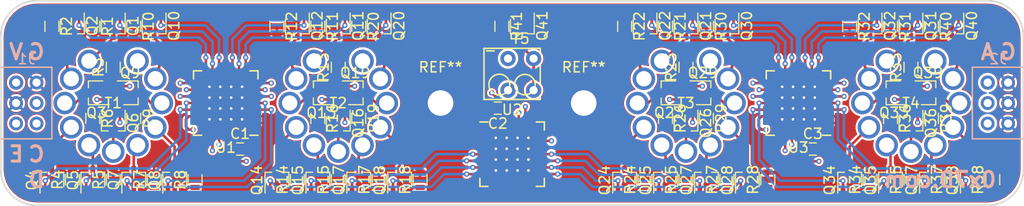
<source format=kicad_pcb>
(kicad_pcb (version 4) (host pcbnew 4.0.7)

  (general
    (links 269)
    (no_connects 0)
    (area 90.797618 89.914285 203.202382 114.085714)
    (thickness 1.6)
    (drawings 16)
    (tracks 828)
    (zones 0)
    (modules 97)
    (nets 130)
  )

  (page A4)
  (layers
    (0 F.Cu signal)
    (1 In1.Cu signal)
    (2 In2.Cu signal)
    (31 B.Cu signal)
    (35 F.Paste user)
    (36 B.SilkS user)
    (37 F.SilkS user)
    (38 B.Mask user)
    (39 F.Mask user)
    (44 Edge.Cuts user)
  )

  (setup
    (last_trace_width 0.25)
    (user_trace_width 0.3)
    (user_trace_width 0.4)
    (user_trace_width 0.5)
    (trace_clearance 0.2)
    (zone_clearance 0.25)
    (zone_45_only no)
    (trace_min 0.1524)
    (segment_width 0.2)
    (edge_width 0.15)
    (via_size 0.508)
    (via_drill 0.254)
    (via_min_size 0.508)
    (via_min_drill 0.254)
    (uvia_size 0.254)
    (uvia_drill 0.127)
    (uvias_allowed no)
    (uvia_min_size 0.254)
    (uvia_min_drill 0.127)
    (pcb_text_width 0.3)
    (pcb_text_size 1.5 1.5)
    (mod_edge_width 0.15)
    (mod_text_size 1 1)
    (mod_text_width 0.15)
    (pad_size 5 5)
    (pad_drill 2.5)
    (pad_to_mask_clearance 0)
    (aux_axis_origin 0 0)
    (visible_elements 7FFCE77F)
    (pcbplotparams
      (layerselection 0x010f8_80000007)
      (usegerberextensions false)
      (excludeedgelayer true)
      (linewidth 0.100000)
      (plotframeref false)
      (viasonmask false)
      (mode 1)
      (useauxorigin false)
      (hpglpennumber 1)
      (hpglpenspeed 20)
      (hpglpendiameter 15)
      (hpglpenoverlay 2)
      (psnegative false)
      (psa4output false)
      (plotreference false)
      (plotvalue false)
      (plotinvisibletext false)
      (padsonsilk false)
      (subtractmaskfromsilk false)
      (outputformat 1)
      (mirror false)
      (drillshape 0)
      (scaleselection 1)
      (outputdirectory Gerber/))
  )

  (net 0 "")
  (net 1 /nOE)
  (net 2 /SCL)
  (net 3 /SDA)
  (net 4 /VDD)
  (net 5 /T1_G_0)
  (net 6 /T1_E_0)
  (net 7 /T1_C_0)
  (net 8 /T1_G_1)
  (net 9 /T1_E_1)
  (net 10 /T1_C_1)
  (net 11 /T1_G_2)
  (net 12 /T1_E_2)
  (net 13 /T1_C_2)
  (net 14 /T1_G_3)
  (net 15 /T1_E_3)
  (net 16 /T1_C_3)
  (net 17 /T1_G_4)
  (net 18 /T1_E_4)
  (net 19 /T1_C_4)
  (net 20 /T1_G_5)
  (net 21 /T1_E_5)
  (net 22 /T1_C_5)
  (net 23 /T1_G_6)
  (net 24 /T1_E_6)
  (net 25 /T1_C_6)
  (net 26 /T1_G_7)
  (net 27 /T1_E_7)
  (net 28 /T1_C_7)
  (net 29 /T1_G_8)
  (net 30 /T1_E_8)
  (net 31 /T1_C_8)
  (net 32 /T1_G_9)
  (net 33 /T1_E_9)
  (net 34 /T1_C_9)
  (net 35 /T2_G_0)
  (net 36 /T2_E_0)
  (net 37 /T2_C_0)
  (net 38 /T2_G_1)
  (net 39 /T2_E_1)
  (net 40 /T2_C_1)
  (net 41 /T2_G_2)
  (net 42 /T2_E_2)
  (net 43 /T2_C_2)
  (net 44 /T2_G_3)
  (net 45 /T2_E_3)
  (net 46 /T2_C_3)
  (net 47 /T2_G_4)
  (net 48 /T2_E_4)
  (net 49 /T2_C_4)
  (net 50 /T2_G_5)
  (net 51 /T2_E_5)
  (net 52 /T2_C_5)
  (net 53 /T2_G_6)
  (net 54 /T2_E_6)
  (net 55 /T2_C_6)
  (net 56 /T2_G_7)
  (net 57 /T2_E_7)
  (net 58 /T2_C_7)
  (net 59 /T2_G_8)
  (net 60 /T2_E_8)
  (net 61 /T2_C_8)
  (net 62 /T2_G_9)
  (net 63 /T2_E_9)
  (net 64 /T2_C_9)
  (net 65 /T3_G_0)
  (net 66 /T3_E_0)
  (net 67 /T3_C_0)
  (net 68 /T3_G_1)
  (net 69 /T3_E_1)
  (net 70 /T3_C_1)
  (net 71 /T3_G_2)
  (net 72 /T3_E_2)
  (net 73 /T3_C_2)
  (net 74 /T3_G_3)
  (net 75 /T3_E_3)
  (net 76 /T3_C_3)
  (net 77 /T3_G_4)
  (net 78 /T3_E_4)
  (net 79 /T3_C_4)
  (net 80 /T3_G_5)
  (net 81 /T3_E_5)
  (net 82 /T3_C_5)
  (net 83 /T3_G_6)
  (net 84 /T3_E_6)
  (net 85 /T3_C_6)
  (net 86 /T3_G_7)
  (net 87 /T3_E_7)
  (net 88 /T3_C_7)
  (net 89 /T3_G_8)
  (net 90 /T3_E_8)
  (net 91 /T3_C_8)
  (net 92 /T3_G_9)
  (net 93 /T3_E_9)
  (net 94 /T3_C_9)
  (net 95 /T4_G_0)
  (net 96 /T4_E_0)
  (net 97 /T4_C_0)
  (net 98 /T4_G_1)
  (net 99 /T4_E_1)
  (net 100 /T4_C_1)
  (net 101 /T4_G_2)
  (net 102 /T4_E_2)
  (net 103 /T4_C_2)
  (net 104 /T4_G_3)
  (net 105 /T4_E_3)
  (net 106 /T4_C_3)
  (net 107 /T4_G_4)
  (net 108 /T4_E_4)
  (net 109 /T4_C_4)
  (net 110 /T4_G_5)
  (net 111 /T4_E_5)
  (net 112 /T4_C_5)
  (net 113 /T4_G_6)
  (net 114 /T4_E_6)
  (net 115 /T4_C_6)
  (net 116 /T4_G_7)
  (net 117 /T4_E_7)
  (net 118 /T4_C_7)
  (net 119 /T4_G_8)
  (net 120 /T4_E_8)
  (net 121 /T4_C_8)
  (net 122 /T4_G_9)
  (net 123 /T4_E_9)
  (net 124 /T4_C_9)
  (net 125 "Net-(Q41-Pad2)")
  (net 126 "Net-(Q41-Pad3)")
  (net 127 "Net-(Q41-Pad1)")
  (net 128 /ANODE)
  (net 129 /GND)

  (net_class Default "This is the default net class."
    (clearance 0.2)
    (trace_width 0.25)
    (via_dia 0.508)
    (via_drill 0.254)
    (uvia_dia 0.254)
    (uvia_drill 0.127)
    (add_net /GND)
    (add_net /SCL)
    (add_net /SDA)
    (add_net /T1_C_0)
    (add_net /T1_C_1)
    (add_net /T1_C_2)
    (add_net /T1_C_3)
    (add_net /T1_C_4)
    (add_net /T1_C_5)
    (add_net /T1_C_6)
    (add_net /T1_C_7)
    (add_net /T1_C_8)
    (add_net /T1_C_9)
    (add_net /T1_E_0)
    (add_net /T1_E_1)
    (add_net /T1_E_2)
    (add_net /T1_E_3)
    (add_net /T1_E_4)
    (add_net /T1_E_5)
    (add_net /T1_E_6)
    (add_net /T1_E_7)
    (add_net /T1_E_8)
    (add_net /T1_E_9)
    (add_net /T1_G_0)
    (add_net /T1_G_1)
    (add_net /T1_G_2)
    (add_net /T1_G_3)
    (add_net /T1_G_4)
    (add_net /T1_G_5)
    (add_net /T1_G_6)
    (add_net /T1_G_7)
    (add_net /T1_G_8)
    (add_net /T1_G_9)
    (add_net /T2_C_0)
    (add_net /T2_C_1)
    (add_net /T2_C_2)
    (add_net /T2_C_3)
    (add_net /T2_C_4)
    (add_net /T2_C_5)
    (add_net /T2_C_6)
    (add_net /T2_C_7)
    (add_net /T2_C_8)
    (add_net /T2_C_9)
    (add_net /T2_E_0)
    (add_net /T2_E_1)
    (add_net /T2_E_2)
    (add_net /T2_E_3)
    (add_net /T2_E_4)
    (add_net /T2_E_5)
    (add_net /T2_E_6)
    (add_net /T2_E_7)
    (add_net /T2_E_8)
    (add_net /T2_E_9)
    (add_net /T2_G_0)
    (add_net /T2_G_1)
    (add_net /T2_G_2)
    (add_net /T2_G_3)
    (add_net /T2_G_4)
    (add_net /T2_G_5)
    (add_net /T2_G_6)
    (add_net /T2_G_7)
    (add_net /T2_G_8)
    (add_net /T2_G_9)
    (add_net /T3_C_0)
    (add_net /T3_C_1)
    (add_net /T3_C_2)
    (add_net /T3_C_3)
    (add_net /T3_C_4)
    (add_net /T3_C_5)
    (add_net /T3_C_6)
    (add_net /T3_C_7)
    (add_net /T3_C_8)
    (add_net /T3_C_9)
    (add_net /T3_E_0)
    (add_net /T3_E_1)
    (add_net /T3_E_2)
    (add_net /T3_E_3)
    (add_net /T3_E_4)
    (add_net /T3_E_5)
    (add_net /T3_E_6)
    (add_net /T3_E_7)
    (add_net /T3_E_8)
    (add_net /T3_E_9)
    (add_net /T3_G_0)
    (add_net /T3_G_1)
    (add_net /T3_G_2)
    (add_net /T3_G_3)
    (add_net /T3_G_4)
    (add_net /T3_G_5)
    (add_net /T3_G_6)
    (add_net /T3_G_7)
    (add_net /T3_G_8)
    (add_net /T3_G_9)
    (add_net /T4_C_0)
    (add_net /T4_C_1)
    (add_net /T4_C_2)
    (add_net /T4_C_3)
    (add_net /T4_C_4)
    (add_net /T4_C_5)
    (add_net /T4_C_6)
    (add_net /T4_C_7)
    (add_net /T4_C_8)
    (add_net /T4_C_9)
    (add_net /T4_E_0)
    (add_net /T4_E_1)
    (add_net /T4_E_2)
    (add_net /T4_E_3)
    (add_net /T4_E_4)
    (add_net /T4_E_5)
    (add_net /T4_E_6)
    (add_net /T4_E_7)
    (add_net /T4_E_8)
    (add_net /T4_E_9)
    (add_net /T4_G_0)
    (add_net /T4_G_1)
    (add_net /T4_G_2)
    (add_net /T4_G_3)
    (add_net /T4_G_4)
    (add_net /T4_G_5)
    (add_net /T4_G_6)
    (add_net /T4_G_7)
    (add_net /T4_G_8)
    (add_net /T4_G_9)
    (add_net /nOE)
    (add_net "Net-(Q41-Pad1)")
    (add_net "Net-(Q41-Pad2)")
    (add_net "Net-(Q41-Pad3)")
  )

  (net_class HV_Anode ""
    (clearance 0.25)
    (trace_width 0.5)
    (via_dia 0.508)
    (via_drill 0.254)
    (uvia_dia 0.254)
    (uvia_drill 0.127)
    (add_net /ANODE)
  )

  (net_class VDD ""
    (clearance 0.2)
    (trace_width 0.25)
    (via_dia 0.508)
    (via_drill 0.254)
    (uvia_dia 0.254)
    (uvia_drill 0.127)
    (add_net /VDD)
  )

  (module "Custom Parts:IN-8" (layer F.Cu) (tedit 5A77E30D) (tstamp 593C8613)
    (at 130 102)
    (path /5938FA7E)
    (fp_text reference T2 (at 0 0) (layer F.SilkS)
      (effects (font (size 1 1) (thickness 0.15)))
    )
    (fp_text value IN-8 (at 0 -1.27) (layer F.Fab)
      (effects (font (size 1 1) (thickness 0.15)))
    )
    (pad 1 thru_hole circle (at -2.375 -4.114) (size 2.2 2.2) (drill 1.5) (layers *.Cu *.Mask)
      (net 37 /T2_C_0))
    (pad 2 thru_hole circle (at -4.114 -2.375) (size 2.2 2.2) (drill 1.5) (layers *.Cu *.Mask)
      (net 40 /T2_C_1))
    (pad 3 thru_hole circle (at -4.75 0) (size 2.2 2.2) (drill 1.5) (layers *.Cu *.Mask)
      (net 43 /T2_C_2))
    (pad 4 thru_hole circle (at -4.114 2.375) (size 2.2 2.2) (drill 1.5) (layers *.Cu *.Mask)
      (net 46 /T2_C_3))
    (pad 5 thru_hole circle (at -2.375 4.114) (size 2.2 2.2) (drill 1.5) (layers *.Cu *.Mask)
      (net 49 /T2_C_4))
    (pad 6 thru_hole circle (at 0 4.75) (size 2.2 2.2) (drill 1.5) (layers *.Cu *.Mask)
      (net 52 /T2_C_5))
    (pad 7 thru_hole circle (at 2.375 4.114) (size 2.2 2.2) (drill 1.5) (layers *.Cu *.Mask)
      (net 55 /T2_C_6))
    (pad 8 thru_hole circle (at 4.114 2.375) (size 2.2 2.2) (drill 1.5) (layers *.Cu *.Mask)
      (net 58 /T2_C_7))
    (pad 10 thru_hole circle (at 4.114 -2.375) (size 2.2 2.2) (drill 1.5) (layers *.Cu *.Mask)
      (net 64 /T2_C_9))
    (pad 11 thru_hole circle (at 2.375 -4.114) (size 2.2 2.2) (drill 1.5) (layers *.Cu *.Mask)
      (net 128 /ANODE))
    (pad 9 thru_hole circle (at 4.75 0) (size 2.2 2.2) (drill 1.5) (layers *.Cu *.Mask)
      (net 61 /T2_C_8))
  )

  (module "Custom Parts:IN-8" (layer F.Cu) (tedit 5A77E303) (tstamp 593C85F8)
    (at 108 102)
    (path /5938FAE9)
    (fp_text reference T1 (at 0 0) (layer F.SilkS)
      (effects (font (size 1 1) (thickness 0.15)))
    )
    (fp_text value IN-8 (at 0 -1.27) (layer F.Fab)
      (effects (font (size 1 1) (thickness 0.15)))
    )
    (pad 1 thru_hole circle (at -2.375 -4.114) (size 2.2 2.2) (drill 1.5) (layers *.Cu *.Mask)
      (net 7 /T1_C_0))
    (pad 2 thru_hole circle (at -4.114 -2.375) (size 2.2 2.2) (drill 1.5) (layers *.Cu *.Mask)
      (net 10 /T1_C_1))
    (pad 3 thru_hole circle (at -4.75 0) (size 2.2 2.2) (drill 1.5) (layers *.Cu *.Mask)
      (net 13 /T1_C_2))
    (pad 4 thru_hole circle (at -4.114 2.375) (size 2.2 2.2) (drill 1.5) (layers *.Cu *.Mask)
      (net 16 /T1_C_3))
    (pad 5 thru_hole circle (at -2.375 4.114) (size 2.2 2.2) (drill 1.5) (layers *.Cu *.Mask)
      (net 19 /T1_C_4))
    (pad 6 thru_hole circle (at 0 4.75) (size 2.2 2.2) (drill 1.5) (layers *.Cu *.Mask)
      (net 22 /T1_C_5))
    (pad 7 thru_hole circle (at 2.375 4.114) (size 2.2 2.2) (drill 1.5) (layers *.Cu *.Mask)
      (net 25 /T1_C_6))
    (pad 8 thru_hole circle (at 4.114 2.375) (size 2.2 2.2) (drill 1.5) (layers *.Cu *.Mask)
      (net 28 /T1_C_7))
    (pad 10 thru_hole circle (at 4.114 -2.375) (size 2.2 2.2) (drill 1.5) (layers *.Cu *.Mask)
      (net 34 /T1_C_9))
    (pad 11 thru_hole circle (at 2.375 -4.114) (size 2.2 2.2) (drill 1.5) (layers *.Cu *.Mask)
      (net 128 /ANODE))
    (pad 9 thru_hole circle (at 4.75 0) (size 2.2 2.2) (drill 1.5) (layers *.Cu *.Mask)
      (net 31 /T1_C_8))
  )

  (module "Custom Parts:IN-8" (layer F.Cu) (tedit 5A77E2F6) (tstamp 593C862E)
    (at 164 102)
    (path /5938FA0F)
    (fp_text reference T3 (at 0 0) (layer F.SilkS)
      (effects (font (size 1 1) (thickness 0.15)))
    )
    (fp_text value IN-8 (at 0 -1.27) (layer F.Fab)
      (effects (font (size 1 1) (thickness 0.15)))
    )
    (pad 1 thru_hole circle (at -2.375 -4.114) (size 2.2 2.2) (drill 1.5) (layers *.Cu *.Mask)
      (net 67 /T3_C_0))
    (pad 2 thru_hole circle (at -4.114 -2.375) (size 2.2 2.2) (drill 1.5) (layers *.Cu *.Mask)
      (net 70 /T3_C_1))
    (pad 3 thru_hole circle (at -4.75 0) (size 2.2 2.2) (drill 1.5) (layers *.Cu *.Mask)
      (net 73 /T3_C_2))
    (pad 4 thru_hole circle (at -4.114 2.375) (size 2.2 2.2) (drill 1.5) (layers *.Cu *.Mask)
      (net 76 /T3_C_3))
    (pad 5 thru_hole circle (at -2.375 4.114) (size 2.2 2.2) (drill 1.5) (layers *.Cu *.Mask)
      (net 79 /T3_C_4))
    (pad 6 thru_hole circle (at 0 4.75) (size 2.2 2.2) (drill 1.5) (layers *.Cu *.Mask)
      (net 82 /T3_C_5))
    (pad 7 thru_hole circle (at 2.375 4.114) (size 2.2 2.2) (drill 1.5) (layers *.Cu *.Mask)
      (net 85 /T3_C_6))
    (pad 8 thru_hole circle (at 4.114 2.375) (size 2.2 2.2) (drill 1.5) (layers *.Cu *.Mask)
      (net 88 /T3_C_7))
    (pad 10 thru_hole circle (at 4.114 -2.375) (size 2.2 2.2) (drill 1.5) (layers *.Cu *.Mask)
      (net 94 /T3_C_9))
    (pad 11 thru_hole circle (at 2.375 -4.114) (size 2.2 2.2) (drill 1.5) (layers *.Cu *.Mask)
      (net 128 /ANODE))
    (pad 9 thru_hole circle (at 4.75 0) (size 2.2 2.2) (drill 1.5) (layers *.Cu *.Mask)
      (net 91 /T3_C_8))
  )

  (module "Custom Parts:IN-8" (layer F.Cu) (tedit 5A77E2EB) (tstamp 593C8649)
    (at 186 102)
    (path /5938FB49)
    (fp_text reference T4 (at 0 0) (layer F.SilkS)
      (effects (font (size 1 1) (thickness 0.15)))
    )
    (fp_text value IN-8 (at 0 -1.27) (layer F.Fab)
      (effects (font (size 1 1) (thickness 0.15)))
    )
    (pad 1 thru_hole circle (at -2.375 -4.114) (size 2.2 2.2) (drill 1.5) (layers *.Cu *.Mask)
      (net 97 /T4_C_0))
    (pad 2 thru_hole circle (at -4.114 -2.375) (size 2.2 2.2) (drill 1.5) (layers *.Cu *.Mask)
      (net 100 /T4_C_1))
    (pad 3 thru_hole circle (at -4.75 0) (size 2.2 2.2) (drill 1.5) (layers *.Cu *.Mask)
      (net 103 /T4_C_2))
    (pad 4 thru_hole circle (at -4.114 2.375) (size 2.2 2.2) (drill 1.5) (layers *.Cu *.Mask)
      (net 106 /T4_C_3))
    (pad 5 thru_hole circle (at -2.375 4.114) (size 2.2 2.2) (drill 1.5) (layers *.Cu *.Mask)
      (net 109 /T4_C_4))
    (pad 6 thru_hole circle (at 0 4.75) (size 2.2 2.2) (drill 1.5) (layers *.Cu *.Mask)
      (net 112 /T4_C_5))
    (pad 7 thru_hole circle (at 2.375 4.114) (size 2.2 2.2) (drill 1.5) (layers *.Cu *.Mask)
      (net 115 /T4_C_6))
    (pad 8 thru_hole circle (at 4.114 2.375) (size 2.2 2.2) (drill 1.5) (layers *.Cu *.Mask)
      (net 118 /T4_C_7))
    (pad 10 thru_hole circle (at 4.114 -2.375) (size 2.2 2.2) (drill 1.5) (layers *.Cu *.Mask)
      (net 124 /T4_C_9))
    (pad 11 thru_hole circle (at 2.375 -4.114) (size 2.2 2.2) (drill 1.5) (layers *.Cu *.Mask)
      (net 128 /ANODE))
    (pad 9 thru_hole circle (at 4.75 0) (size 2.2 2.2) (drill 1.5) (layers *.Cu *.Mask)
      (net 121 /T4_C_8))
  )

  (module Capacitors_SMD:C_0603 (layer F.Cu) (tedit 59958EE7) (tstamp 594897B6)
    (at 145.6 102.5 180)
    (descr "Capacitor SMD 0603, reflow soldering, AVX (see smccp.pdf)")
    (tags "capacitor 0603")
    (path /5948AFF9)
    (attr smd)
    (fp_text reference C2 (at 0 -1.5 180) (layer F.SilkS)
      (effects (font (size 1 1) (thickness 0.15)))
    )
    (fp_text value Bypass (at 0 1.5 180) (layer F.Fab)
      (effects (font (size 1 1) (thickness 0.15)))
    )
    (fp_line (start 1.4 0.65) (end -1.4 0.65) (layer F.CrtYd) (width 0.05))
    (fp_line (start 1.4 0.65) (end 1.4 -0.65) (layer F.CrtYd) (width 0.05))
    (fp_line (start -1.4 -0.65) (end -1.4 0.65) (layer F.CrtYd) (width 0.05))
    (fp_line (start -1.4 -0.65) (end 1.4 -0.65) (layer F.CrtYd) (width 0.05))
    (fp_line (start 0.35 0.6) (end -0.35 0.6) (layer F.SilkS) (width 0.12))
    (fp_line (start -0.35 -0.6) (end 0.35 -0.6) (layer F.SilkS) (width 0.12))
    (fp_line (start -0.8 -0.4) (end 0.8 -0.4) (layer F.Fab) (width 0.1))
    (fp_line (start 0.8 -0.4) (end 0.8 0.4) (layer F.Fab) (width 0.1))
    (fp_line (start 0.8 0.4) (end -0.8 0.4) (layer F.Fab) (width 0.1))
    (fp_line (start -0.8 0.4) (end -0.8 -0.4) (layer F.Fab) (width 0.1))
    (fp_text user %R (at 0 0 180) (layer F.Fab)
      (effects (font (size 0.3 0.3) (thickness 0.075)))
    )
    (pad 2 smd rect (at 0.75 0 180) (size 0.8 0.75) (layers F.Cu F.Paste F.Mask)
      (net 129 /GND))
    (pad 1 smd rect (at -0.75 0 180) (size 0.8 0.75) (layers F.Cu F.Paste F.Mask)
      (net 4 /VDD))
    (model Capacitors_SMD.3dshapes/C_0603.wrl
      (at (xyz 0 0 0))
      (scale (xyz 1 1 1))
      (rotate (xyz 0 0 0))
    )
  )

  (module Capacitors_SMD:C_0603 (layer F.Cu) (tedit 59958EE7) (tstamp 594897B0)
    (at 120.4 106.5)
    (descr "Capacitor SMD 0603, reflow soldering, AVX (see smccp.pdf)")
    (tags "capacitor 0603")
    (path /5948AC88)
    (attr smd)
    (fp_text reference C1 (at 0 -1.5) (layer F.SilkS)
      (effects (font (size 1 1) (thickness 0.15)))
    )
    (fp_text value Bypass (at 0 1.5) (layer F.Fab)
      (effects (font (size 1 1) (thickness 0.15)))
    )
    (fp_line (start 1.4 0.65) (end -1.4 0.65) (layer F.CrtYd) (width 0.05))
    (fp_line (start 1.4 0.65) (end 1.4 -0.65) (layer F.CrtYd) (width 0.05))
    (fp_line (start -1.4 -0.65) (end -1.4 0.65) (layer F.CrtYd) (width 0.05))
    (fp_line (start -1.4 -0.65) (end 1.4 -0.65) (layer F.CrtYd) (width 0.05))
    (fp_line (start 0.35 0.6) (end -0.35 0.6) (layer F.SilkS) (width 0.12))
    (fp_line (start -0.35 -0.6) (end 0.35 -0.6) (layer F.SilkS) (width 0.12))
    (fp_line (start -0.8 -0.4) (end 0.8 -0.4) (layer F.Fab) (width 0.1))
    (fp_line (start 0.8 -0.4) (end 0.8 0.4) (layer F.Fab) (width 0.1))
    (fp_line (start 0.8 0.4) (end -0.8 0.4) (layer F.Fab) (width 0.1))
    (fp_line (start -0.8 0.4) (end -0.8 -0.4) (layer F.Fab) (width 0.1))
    (fp_text user %R (at 0 0) (layer F.Fab)
      (effects (font (size 0.3 0.3) (thickness 0.075)))
    )
    (pad 2 smd rect (at 0.75 0) (size 0.8 0.75) (layers F.Cu F.Paste F.Mask)
      (net 129 /GND))
    (pad 1 smd rect (at -0.75 0) (size 0.8 0.75) (layers F.Cu F.Paste F.Mask)
      (net 4 /VDD))
    (model Capacitors_SMD.3dshapes/C_0603.wrl
      (at (xyz 0 0 0))
      (scale (xyz 1 1 1))
      (rotate (xyz 0 0 0))
    )
  )

  (module Resistors_SMD:R_0603 (layer F.Cu) (tedit 58E0A804) (tstamp 593DE06D)
    (at 146 94.5 270)
    (descr "Resistor SMD 0603, reflow soldering, Vishay (see dcrcw.pdf)")
    (tags "resistor 0603")
    (path /593DC6D8)
    (attr smd)
    (fp_text reference R41 (at 0 -1.45 270) (layer F.SilkS)
      (effects (font (size 1 1) (thickness 0.15)))
    )
    (fp_text value R (at 0 1.5 270) (layer F.Fab)
      (effects (font (size 1 1) (thickness 0.15)))
    )
    (fp_text user %R (at 0 0 270) (layer F.Fab)
      (effects (font (size 0.4 0.4) (thickness 0.075)))
    )
    (fp_line (start -0.8 0.4) (end -0.8 -0.4) (layer F.Fab) (width 0.1))
    (fp_line (start 0.8 0.4) (end -0.8 0.4) (layer F.Fab) (width 0.1))
    (fp_line (start 0.8 -0.4) (end 0.8 0.4) (layer F.Fab) (width 0.1))
    (fp_line (start -0.8 -0.4) (end 0.8 -0.4) (layer F.Fab) (width 0.1))
    (fp_line (start 0.5 0.68) (end -0.5 0.68) (layer F.SilkS) (width 0.12))
    (fp_line (start -0.5 -0.68) (end 0.5 -0.68) (layer F.SilkS) (width 0.12))
    (fp_line (start -1.25 -0.7) (end 1.25 -0.7) (layer F.CrtYd) (width 0.05))
    (fp_line (start -1.25 -0.7) (end -1.25 0.7) (layer F.CrtYd) (width 0.05))
    (fp_line (start 1.25 0.7) (end 1.25 -0.7) (layer F.CrtYd) (width 0.05))
    (fp_line (start 1.25 0.7) (end -1.25 0.7) (layer F.CrtYd) (width 0.05))
    (pad 1 smd rect (at -0.75 0 270) (size 0.5 0.9) (layers F.Cu F.Paste F.Mask)
      (net 125 "Net-(Q41-Pad2)"))
    (pad 2 smd rect (at 0.75 0 270) (size 0.5 0.9) (layers F.Cu F.Paste F.Mask)
      (net 129 /GND))
    (model ${KISYS3DMOD}/Resistors_SMD.3dshapes/R_0603.wrl
      (at (xyz 0 0 0))
      (scale (xyz 1 1 1))
      (rotate (xyz 0 0 0))
    )
  )

  (module Resistors_SMD:R_0603 (layer F.Cu) (tedit 58E0A804) (tstamp 593DE068)
    (at 188 94.5 270)
    (descr "Resistor SMD 0603, reflow soldering, Vishay (see dcrcw.pdf)")
    (tags "resistor 0603")
    (path /593D37A7)
    (attr smd)
    (fp_text reference R40 (at 0 -1.45 270) (layer F.SilkS)
      (effects (font (size 1 1) (thickness 0.15)))
    )
    (fp_text value R (at 0 1.5 270) (layer F.Fab)
      (effects (font (size 1 1) (thickness 0.15)))
    )
    (fp_text user %R (at 0 0 270) (layer F.Fab)
      (effects (font (size 0.4 0.4) (thickness 0.075)))
    )
    (fp_line (start -0.8 0.4) (end -0.8 -0.4) (layer F.Fab) (width 0.1))
    (fp_line (start 0.8 0.4) (end -0.8 0.4) (layer F.Fab) (width 0.1))
    (fp_line (start 0.8 -0.4) (end 0.8 0.4) (layer F.Fab) (width 0.1))
    (fp_line (start -0.8 -0.4) (end 0.8 -0.4) (layer F.Fab) (width 0.1))
    (fp_line (start 0.5 0.68) (end -0.5 0.68) (layer F.SilkS) (width 0.12))
    (fp_line (start -0.5 -0.68) (end 0.5 -0.68) (layer F.SilkS) (width 0.12))
    (fp_line (start -1.25 -0.7) (end 1.25 -0.7) (layer F.CrtYd) (width 0.05))
    (fp_line (start -1.25 -0.7) (end -1.25 0.7) (layer F.CrtYd) (width 0.05))
    (fp_line (start 1.25 0.7) (end 1.25 -0.7) (layer F.CrtYd) (width 0.05))
    (fp_line (start 1.25 0.7) (end -1.25 0.7) (layer F.CrtYd) (width 0.05))
    (pad 1 smd rect (at -0.75 0 270) (size 0.5 0.9) (layers F.Cu F.Paste F.Mask)
      (net 123 /T4_E_9))
    (pad 2 smd rect (at 0.75 0 270) (size 0.5 0.9) (layers F.Cu F.Paste F.Mask)
      (net 129 /GND))
    (model ${KISYS3DMOD}/Resistors_SMD.3dshapes/R_0603.wrl
      (at (xyz 0 0 0))
      (scale (xyz 1 1 1))
      (rotate (xyz 0 0 0))
    )
  )

  (module Resistors_SMD:R_0603 (layer F.Cu) (tedit 58E0A804) (tstamp 593DE063)
    (at 188 103.5 270)
    (descr "Resistor SMD 0603, reflow soldering, Vishay (see dcrcw.pdf)")
    (tags "resistor 0603")
    (path /593D37A1)
    (attr smd)
    (fp_text reference R39 (at 0 -1.45 270) (layer F.SilkS)
      (effects (font (size 1 1) (thickness 0.15)))
    )
    (fp_text value R (at 0 1.5 270) (layer F.Fab)
      (effects (font (size 1 1) (thickness 0.15)))
    )
    (fp_text user %R (at 0 0 270) (layer F.Fab)
      (effects (font (size 0.4 0.4) (thickness 0.075)))
    )
    (fp_line (start -0.8 0.4) (end -0.8 -0.4) (layer F.Fab) (width 0.1))
    (fp_line (start 0.8 0.4) (end -0.8 0.4) (layer F.Fab) (width 0.1))
    (fp_line (start 0.8 -0.4) (end 0.8 0.4) (layer F.Fab) (width 0.1))
    (fp_line (start -0.8 -0.4) (end 0.8 -0.4) (layer F.Fab) (width 0.1))
    (fp_line (start 0.5 0.68) (end -0.5 0.68) (layer F.SilkS) (width 0.12))
    (fp_line (start -0.5 -0.68) (end 0.5 -0.68) (layer F.SilkS) (width 0.12))
    (fp_line (start -1.25 -0.7) (end 1.25 -0.7) (layer F.CrtYd) (width 0.05))
    (fp_line (start -1.25 -0.7) (end -1.25 0.7) (layer F.CrtYd) (width 0.05))
    (fp_line (start 1.25 0.7) (end 1.25 -0.7) (layer F.CrtYd) (width 0.05))
    (fp_line (start 1.25 0.7) (end -1.25 0.7) (layer F.CrtYd) (width 0.05))
    (pad 1 smd rect (at -0.75 0 270) (size 0.5 0.9) (layers F.Cu F.Paste F.Mask)
      (net 120 /T4_E_8))
    (pad 2 smd rect (at 0.75 0 270) (size 0.5 0.9) (layers F.Cu F.Paste F.Mask)
      (net 129 /GND))
    (model ${KISYS3DMOD}/Resistors_SMD.3dshapes/R_0603.wrl
      (at (xyz 0 0 0))
      (scale (xyz 1 1 1))
      (rotate (xyz 0 0 0))
    )
  )

  (module Resistors_SMD:R_0603 (layer F.Cu) (tedit 58E0A804) (tstamp 593DE05E)
    (at 194 109.5 90)
    (descr "Resistor SMD 0603, reflow soldering, Vishay (see dcrcw.pdf)")
    (tags "resistor 0603")
    (path /593D379B)
    (attr smd)
    (fp_text reference R38 (at 0 -1.45 90) (layer F.SilkS)
      (effects (font (size 1 1) (thickness 0.15)))
    )
    (fp_text value R (at 0 1.5 90) (layer F.Fab)
      (effects (font (size 1 1) (thickness 0.15)))
    )
    (fp_text user %R (at 0 0 90) (layer F.Fab)
      (effects (font (size 0.4 0.4) (thickness 0.075)))
    )
    (fp_line (start -0.8 0.4) (end -0.8 -0.4) (layer F.Fab) (width 0.1))
    (fp_line (start 0.8 0.4) (end -0.8 0.4) (layer F.Fab) (width 0.1))
    (fp_line (start 0.8 -0.4) (end 0.8 0.4) (layer F.Fab) (width 0.1))
    (fp_line (start -0.8 -0.4) (end 0.8 -0.4) (layer F.Fab) (width 0.1))
    (fp_line (start 0.5 0.68) (end -0.5 0.68) (layer F.SilkS) (width 0.12))
    (fp_line (start -0.5 -0.68) (end 0.5 -0.68) (layer F.SilkS) (width 0.12))
    (fp_line (start -1.25 -0.7) (end 1.25 -0.7) (layer F.CrtYd) (width 0.05))
    (fp_line (start -1.25 -0.7) (end -1.25 0.7) (layer F.CrtYd) (width 0.05))
    (fp_line (start 1.25 0.7) (end 1.25 -0.7) (layer F.CrtYd) (width 0.05))
    (fp_line (start 1.25 0.7) (end -1.25 0.7) (layer F.CrtYd) (width 0.05))
    (pad 1 smd rect (at -0.75 0 90) (size 0.5 0.9) (layers F.Cu F.Paste F.Mask)
      (net 117 /T4_E_7))
    (pad 2 smd rect (at 0.75 0 90) (size 0.5 0.9) (layers F.Cu F.Paste F.Mask)
      (net 129 /GND))
    (model ${KISYS3DMOD}/Resistors_SMD.3dshapes/R_0603.wrl
      (at (xyz 0 0 0))
      (scale (xyz 1 1 1))
      (rotate (xyz 0 0 0))
    )
  )

  (module Resistors_SMD:R_0603 (layer F.Cu) (tedit 58E0A804) (tstamp 593DE059)
    (at 190 109.5 90)
    (descr "Resistor SMD 0603, reflow soldering, Vishay (see dcrcw.pdf)")
    (tags "resistor 0603")
    (path /593D3795)
    (attr smd)
    (fp_text reference R37 (at 0 -1.45 90) (layer F.SilkS)
      (effects (font (size 1 1) (thickness 0.15)))
    )
    (fp_text value R (at 0 1.5 90) (layer F.Fab)
      (effects (font (size 1 1) (thickness 0.15)))
    )
    (fp_text user %R (at 0 0 90) (layer F.Fab)
      (effects (font (size 0.4 0.4) (thickness 0.075)))
    )
    (fp_line (start -0.8 0.4) (end -0.8 -0.4) (layer F.Fab) (width 0.1))
    (fp_line (start 0.8 0.4) (end -0.8 0.4) (layer F.Fab) (width 0.1))
    (fp_line (start 0.8 -0.4) (end 0.8 0.4) (layer F.Fab) (width 0.1))
    (fp_line (start -0.8 -0.4) (end 0.8 -0.4) (layer F.Fab) (width 0.1))
    (fp_line (start 0.5 0.68) (end -0.5 0.68) (layer F.SilkS) (width 0.12))
    (fp_line (start -0.5 -0.68) (end 0.5 -0.68) (layer F.SilkS) (width 0.12))
    (fp_line (start -1.25 -0.7) (end 1.25 -0.7) (layer F.CrtYd) (width 0.05))
    (fp_line (start -1.25 -0.7) (end -1.25 0.7) (layer F.CrtYd) (width 0.05))
    (fp_line (start 1.25 0.7) (end 1.25 -0.7) (layer F.CrtYd) (width 0.05))
    (fp_line (start 1.25 0.7) (end -1.25 0.7) (layer F.CrtYd) (width 0.05))
    (pad 1 smd rect (at -0.75 0 90) (size 0.5 0.9) (layers F.Cu F.Paste F.Mask)
      (net 114 /T4_E_6))
    (pad 2 smd rect (at 0.75 0 90) (size 0.5 0.9) (layers F.Cu F.Paste F.Mask)
      (net 129 /GND))
    (model ${KISYS3DMOD}/Resistors_SMD.3dshapes/R_0603.wrl
      (at (xyz 0 0 0))
      (scale (xyz 1 1 1))
      (rotate (xyz 0 0 0))
    )
  )

  (module Resistors_SMD:R_0603 (layer F.Cu) (tedit 58E0A804) (tstamp 593DE054)
    (at 184 103.5 270)
    (descr "Resistor SMD 0603, reflow soldering, Vishay (see dcrcw.pdf)")
    (tags "resistor 0603")
    (path /593D378F)
    (attr smd)
    (fp_text reference R36 (at 0 -1.45 270) (layer F.SilkS)
      (effects (font (size 1 1) (thickness 0.15)))
    )
    (fp_text value R (at 0 1.5 270) (layer F.Fab)
      (effects (font (size 1 1) (thickness 0.15)))
    )
    (fp_text user %R (at 0 0 270) (layer F.Fab)
      (effects (font (size 0.4 0.4) (thickness 0.075)))
    )
    (fp_line (start -0.8 0.4) (end -0.8 -0.4) (layer F.Fab) (width 0.1))
    (fp_line (start 0.8 0.4) (end -0.8 0.4) (layer F.Fab) (width 0.1))
    (fp_line (start 0.8 -0.4) (end 0.8 0.4) (layer F.Fab) (width 0.1))
    (fp_line (start -0.8 -0.4) (end 0.8 -0.4) (layer F.Fab) (width 0.1))
    (fp_line (start 0.5 0.68) (end -0.5 0.68) (layer F.SilkS) (width 0.12))
    (fp_line (start -0.5 -0.68) (end 0.5 -0.68) (layer F.SilkS) (width 0.12))
    (fp_line (start -1.25 -0.7) (end 1.25 -0.7) (layer F.CrtYd) (width 0.05))
    (fp_line (start -1.25 -0.7) (end -1.25 0.7) (layer F.CrtYd) (width 0.05))
    (fp_line (start 1.25 0.7) (end 1.25 -0.7) (layer F.CrtYd) (width 0.05))
    (fp_line (start 1.25 0.7) (end -1.25 0.7) (layer F.CrtYd) (width 0.05))
    (pad 1 smd rect (at -0.75 0 270) (size 0.5 0.9) (layers F.Cu F.Paste F.Mask)
      (net 111 /T4_E_5))
    (pad 2 smd rect (at 0.75 0 270) (size 0.5 0.9) (layers F.Cu F.Paste F.Mask)
      (net 129 /GND))
    (model ${KISYS3DMOD}/Resistors_SMD.3dshapes/R_0603.wrl
      (at (xyz 0 0 0))
      (scale (xyz 1 1 1))
      (rotate (xyz 0 0 0))
    )
  )

  (module Resistors_SMD:R_0603 (layer F.Cu) (tedit 58E0A804) (tstamp 593DE04F)
    (at 186 109.5 90)
    (descr "Resistor SMD 0603, reflow soldering, Vishay (see dcrcw.pdf)")
    (tags "resistor 0603")
    (path /593D3789)
    (attr smd)
    (fp_text reference R35 (at 0 -1.45 90) (layer F.SilkS)
      (effects (font (size 1 1) (thickness 0.15)))
    )
    (fp_text value R (at 0 1.5 90) (layer F.Fab)
      (effects (font (size 1 1) (thickness 0.15)))
    )
    (fp_text user %R (at 0 0 90) (layer F.Fab)
      (effects (font (size 0.4 0.4) (thickness 0.075)))
    )
    (fp_line (start -0.8 0.4) (end -0.8 -0.4) (layer F.Fab) (width 0.1))
    (fp_line (start 0.8 0.4) (end -0.8 0.4) (layer F.Fab) (width 0.1))
    (fp_line (start 0.8 -0.4) (end 0.8 0.4) (layer F.Fab) (width 0.1))
    (fp_line (start -0.8 -0.4) (end 0.8 -0.4) (layer F.Fab) (width 0.1))
    (fp_line (start 0.5 0.68) (end -0.5 0.68) (layer F.SilkS) (width 0.12))
    (fp_line (start -0.5 -0.68) (end 0.5 -0.68) (layer F.SilkS) (width 0.12))
    (fp_line (start -1.25 -0.7) (end 1.25 -0.7) (layer F.CrtYd) (width 0.05))
    (fp_line (start -1.25 -0.7) (end -1.25 0.7) (layer F.CrtYd) (width 0.05))
    (fp_line (start 1.25 0.7) (end 1.25 -0.7) (layer F.CrtYd) (width 0.05))
    (fp_line (start 1.25 0.7) (end -1.25 0.7) (layer F.CrtYd) (width 0.05))
    (pad 1 smd rect (at -0.75 0 90) (size 0.5 0.9) (layers F.Cu F.Paste F.Mask)
      (net 108 /T4_E_4))
    (pad 2 smd rect (at 0.75 0 90) (size 0.5 0.9) (layers F.Cu F.Paste F.Mask)
      (net 129 /GND))
    (model ${KISYS3DMOD}/Resistors_SMD.3dshapes/R_0603.wrl
      (at (xyz 0 0 0))
      (scale (xyz 1 1 1))
      (rotate (xyz 0 0 0))
    )
  )

  (module Resistors_SMD:R_0603 (layer F.Cu) (tedit 58E0A804) (tstamp 593DE04A)
    (at 182 109.5 90)
    (descr "Resistor SMD 0603, reflow soldering, Vishay (see dcrcw.pdf)")
    (tags "resistor 0603")
    (path /593D3783)
    (attr smd)
    (fp_text reference R34 (at 0 -1.45 90) (layer F.SilkS)
      (effects (font (size 1 1) (thickness 0.15)))
    )
    (fp_text value R (at 0 1.5 90) (layer F.Fab)
      (effects (font (size 1 1) (thickness 0.15)))
    )
    (fp_text user %R (at 0 0 90) (layer F.Fab)
      (effects (font (size 0.4 0.4) (thickness 0.075)))
    )
    (fp_line (start -0.8 0.4) (end -0.8 -0.4) (layer F.Fab) (width 0.1))
    (fp_line (start 0.8 0.4) (end -0.8 0.4) (layer F.Fab) (width 0.1))
    (fp_line (start 0.8 -0.4) (end 0.8 0.4) (layer F.Fab) (width 0.1))
    (fp_line (start -0.8 -0.4) (end 0.8 -0.4) (layer F.Fab) (width 0.1))
    (fp_line (start 0.5 0.68) (end -0.5 0.68) (layer F.SilkS) (width 0.12))
    (fp_line (start -0.5 -0.68) (end 0.5 -0.68) (layer F.SilkS) (width 0.12))
    (fp_line (start -1.25 -0.7) (end 1.25 -0.7) (layer F.CrtYd) (width 0.05))
    (fp_line (start -1.25 -0.7) (end -1.25 0.7) (layer F.CrtYd) (width 0.05))
    (fp_line (start 1.25 0.7) (end 1.25 -0.7) (layer F.CrtYd) (width 0.05))
    (fp_line (start 1.25 0.7) (end -1.25 0.7) (layer F.CrtYd) (width 0.05))
    (pad 1 smd rect (at -0.75 0 90) (size 0.5 0.9) (layers F.Cu F.Paste F.Mask)
      (net 105 /T4_E_3))
    (pad 2 smd rect (at 0.75 0 90) (size 0.5 0.9) (layers F.Cu F.Paste F.Mask)
      (net 129 /GND))
    (model ${KISYS3DMOD}/Resistors_SMD.3dshapes/R_0603.wrl
      (at (xyz 0 0 0))
      (scale (xyz 1 1 1))
      (rotate (xyz 0 0 0))
    )
  )

  (module Resistors_SMD:R_0603 (layer F.Cu) (tedit 58E0A804) (tstamp 593DE045)
    (at 186 98.5 90)
    (descr "Resistor SMD 0603, reflow soldering, Vishay (see dcrcw.pdf)")
    (tags "resistor 0603")
    (path /593D377D)
    (attr smd)
    (fp_text reference R33 (at 0 -1.45 90) (layer F.SilkS)
      (effects (font (size 1 1) (thickness 0.15)))
    )
    (fp_text value R (at 0 1.5 90) (layer F.Fab)
      (effects (font (size 1 1) (thickness 0.15)))
    )
    (fp_text user %R (at 0 0 90) (layer F.Fab)
      (effects (font (size 0.4 0.4) (thickness 0.075)))
    )
    (fp_line (start -0.8 0.4) (end -0.8 -0.4) (layer F.Fab) (width 0.1))
    (fp_line (start 0.8 0.4) (end -0.8 0.4) (layer F.Fab) (width 0.1))
    (fp_line (start 0.8 -0.4) (end 0.8 0.4) (layer F.Fab) (width 0.1))
    (fp_line (start -0.8 -0.4) (end 0.8 -0.4) (layer F.Fab) (width 0.1))
    (fp_line (start 0.5 0.68) (end -0.5 0.68) (layer F.SilkS) (width 0.12))
    (fp_line (start -0.5 -0.68) (end 0.5 -0.68) (layer F.SilkS) (width 0.12))
    (fp_line (start -1.25 -0.7) (end 1.25 -0.7) (layer F.CrtYd) (width 0.05))
    (fp_line (start -1.25 -0.7) (end -1.25 0.7) (layer F.CrtYd) (width 0.05))
    (fp_line (start 1.25 0.7) (end 1.25 -0.7) (layer F.CrtYd) (width 0.05))
    (fp_line (start 1.25 0.7) (end -1.25 0.7) (layer F.CrtYd) (width 0.05))
    (pad 1 smd rect (at -0.75 0 90) (size 0.5 0.9) (layers F.Cu F.Paste F.Mask)
      (net 102 /T4_E_2))
    (pad 2 smd rect (at 0.75 0 90) (size 0.5 0.9) (layers F.Cu F.Paste F.Mask)
      (net 129 /GND))
    (model ${KISYS3DMOD}/Resistors_SMD.3dshapes/R_0603.wrl
      (at (xyz 0 0 0))
      (scale (xyz 1 1 1))
      (rotate (xyz 0 0 0))
    )
  )

  (module Resistors_SMD:R_0603 (layer F.Cu) (tedit 58E0A804) (tstamp 593DE040)
    (at 180 94.5 270)
    (descr "Resistor SMD 0603, reflow soldering, Vishay (see dcrcw.pdf)")
    (tags "resistor 0603")
    (path /593D3777)
    (attr smd)
    (fp_text reference R32 (at 0 -1.45 270) (layer F.SilkS)
      (effects (font (size 1 1) (thickness 0.15)))
    )
    (fp_text value R (at 0 1.5 270) (layer F.Fab)
      (effects (font (size 1 1) (thickness 0.15)))
    )
    (fp_text user %R (at 0 0 270) (layer F.Fab)
      (effects (font (size 0.4 0.4) (thickness 0.075)))
    )
    (fp_line (start -0.8 0.4) (end -0.8 -0.4) (layer F.Fab) (width 0.1))
    (fp_line (start 0.8 0.4) (end -0.8 0.4) (layer F.Fab) (width 0.1))
    (fp_line (start 0.8 -0.4) (end 0.8 0.4) (layer F.Fab) (width 0.1))
    (fp_line (start -0.8 -0.4) (end 0.8 -0.4) (layer F.Fab) (width 0.1))
    (fp_line (start 0.5 0.68) (end -0.5 0.68) (layer F.SilkS) (width 0.12))
    (fp_line (start -0.5 -0.68) (end 0.5 -0.68) (layer F.SilkS) (width 0.12))
    (fp_line (start -1.25 -0.7) (end 1.25 -0.7) (layer F.CrtYd) (width 0.05))
    (fp_line (start -1.25 -0.7) (end -1.25 0.7) (layer F.CrtYd) (width 0.05))
    (fp_line (start 1.25 0.7) (end 1.25 -0.7) (layer F.CrtYd) (width 0.05))
    (fp_line (start 1.25 0.7) (end -1.25 0.7) (layer F.CrtYd) (width 0.05))
    (pad 1 smd rect (at -0.75 0 270) (size 0.5 0.9) (layers F.Cu F.Paste F.Mask)
      (net 99 /T4_E_1))
    (pad 2 smd rect (at 0.75 0 270) (size 0.5 0.9) (layers F.Cu F.Paste F.Mask)
      (net 129 /GND))
    (model ${KISYS3DMOD}/Resistors_SMD.3dshapes/R_0603.wrl
      (at (xyz 0 0 0))
      (scale (xyz 1 1 1))
      (rotate (xyz 0 0 0))
    )
  )

  (module Resistors_SMD:R_0603 (layer F.Cu) (tedit 58E0A804) (tstamp 593DE03B)
    (at 184 94.5 270)
    (descr "Resistor SMD 0603, reflow soldering, Vishay (see dcrcw.pdf)")
    (tags "resistor 0603")
    (path /593D3771)
    (attr smd)
    (fp_text reference R31 (at 0 -1.45 270) (layer F.SilkS)
      (effects (font (size 1 1) (thickness 0.15)))
    )
    (fp_text value R (at 0 1.5 270) (layer F.Fab)
      (effects (font (size 1 1) (thickness 0.15)))
    )
    (fp_text user %R (at 0 0 270) (layer F.Fab)
      (effects (font (size 0.4 0.4) (thickness 0.075)))
    )
    (fp_line (start -0.8 0.4) (end -0.8 -0.4) (layer F.Fab) (width 0.1))
    (fp_line (start 0.8 0.4) (end -0.8 0.4) (layer F.Fab) (width 0.1))
    (fp_line (start 0.8 -0.4) (end 0.8 0.4) (layer F.Fab) (width 0.1))
    (fp_line (start -0.8 -0.4) (end 0.8 -0.4) (layer F.Fab) (width 0.1))
    (fp_line (start 0.5 0.68) (end -0.5 0.68) (layer F.SilkS) (width 0.12))
    (fp_line (start -0.5 -0.68) (end 0.5 -0.68) (layer F.SilkS) (width 0.12))
    (fp_line (start -1.25 -0.7) (end 1.25 -0.7) (layer F.CrtYd) (width 0.05))
    (fp_line (start -1.25 -0.7) (end -1.25 0.7) (layer F.CrtYd) (width 0.05))
    (fp_line (start 1.25 0.7) (end 1.25 -0.7) (layer F.CrtYd) (width 0.05))
    (fp_line (start 1.25 0.7) (end -1.25 0.7) (layer F.CrtYd) (width 0.05))
    (pad 1 smd rect (at -0.75 0 270) (size 0.5 0.9) (layers F.Cu F.Paste F.Mask)
      (net 96 /T4_E_0))
    (pad 2 smd rect (at 0.75 0 270) (size 0.5 0.9) (layers F.Cu F.Paste F.Mask)
      (net 129 /GND))
    (model ${KISYS3DMOD}/Resistors_SMD.3dshapes/R_0603.wrl
      (at (xyz 0 0 0))
      (scale (xyz 1 1 1))
      (rotate (xyz 0 0 0))
    )
  )

  (module Resistors_SMD:R_0603 (layer F.Cu) (tedit 58E0A804) (tstamp 593DE036)
    (at 166 94.5 270)
    (descr "Resistor SMD 0603, reflow soldering, Vishay (see dcrcw.pdf)")
    (tags "resistor 0603")
    (path /593D3579)
    (attr smd)
    (fp_text reference R30 (at 0 -1.45 270) (layer F.SilkS)
      (effects (font (size 1 1) (thickness 0.15)))
    )
    (fp_text value R (at 0 1.5 270) (layer F.Fab)
      (effects (font (size 1 1) (thickness 0.15)))
    )
    (fp_text user %R (at 0 0 270) (layer F.Fab)
      (effects (font (size 0.4 0.4) (thickness 0.075)))
    )
    (fp_line (start -0.8 0.4) (end -0.8 -0.4) (layer F.Fab) (width 0.1))
    (fp_line (start 0.8 0.4) (end -0.8 0.4) (layer F.Fab) (width 0.1))
    (fp_line (start 0.8 -0.4) (end 0.8 0.4) (layer F.Fab) (width 0.1))
    (fp_line (start -0.8 -0.4) (end 0.8 -0.4) (layer F.Fab) (width 0.1))
    (fp_line (start 0.5 0.68) (end -0.5 0.68) (layer F.SilkS) (width 0.12))
    (fp_line (start -0.5 -0.68) (end 0.5 -0.68) (layer F.SilkS) (width 0.12))
    (fp_line (start -1.25 -0.7) (end 1.25 -0.7) (layer F.CrtYd) (width 0.05))
    (fp_line (start -1.25 -0.7) (end -1.25 0.7) (layer F.CrtYd) (width 0.05))
    (fp_line (start 1.25 0.7) (end 1.25 -0.7) (layer F.CrtYd) (width 0.05))
    (fp_line (start 1.25 0.7) (end -1.25 0.7) (layer F.CrtYd) (width 0.05))
    (pad 1 smd rect (at -0.75 0 270) (size 0.5 0.9) (layers F.Cu F.Paste F.Mask)
      (net 93 /T3_E_9))
    (pad 2 smd rect (at 0.75 0 270) (size 0.5 0.9) (layers F.Cu F.Paste F.Mask)
      (net 129 /GND))
    (model ${KISYS3DMOD}/Resistors_SMD.3dshapes/R_0603.wrl
      (at (xyz 0 0 0))
      (scale (xyz 1 1 1))
      (rotate (xyz 0 0 0))
    )
  )

  (module Resistors_SMD:R_0603 (layer F.Cu) (tedit 58E0A804) (tstamp 593DE031)
    (at 166 103.5 270)
    (descr "Resistor SMD 0603, reflow soldering, Vishay (see dcrcw.pdf)")
    (tags "resistor 0603")
    (path /593D3573)
    (attr smd)
    (fp_text reference R29 (at 0 -1.45 270) (layer F.SilkS)
      (effects (font (size 1 1) (thickness 0.15)))
    )
    (fp_text value R (at 0 1.5 270) (layer F.Fab)
      (effects (font (size 1 1) (thickness 0.15)))
    )
    (fp_text user %R (at 0 0 270) (layer F.Fab)
      (effects (font (size 0.4 0.4) (thickness 0.075)))
    )
    (fp_line (start -0.8 0.4) (end -0.8 -0.4) (layer F.Fab) (width 0.1))
    (fp_line (start 0.8 0.4) (end -0.8 0.4) (layer F.Fab) (width 0.1))
    (fp_line (start 0.8 -0.4) (end 0.8 0.4) (layer F.Fab) (width 0.1))
    (fp_line (start -0.8 -0.4) (end 0.8 -0.4) (layer F.Fab) (width 0.1))
    (fp_line (start 0.5 0.68) (end -0.5 0.68) (layer F.SilkS) (width 0.12))
    (fp_line (start -0.5 -0.68) (end 0.5 -0.68) (layer F.SilkS) (width 0.12))
    (fp_line (start -1.25 -0.7) (end 1.25 -0.7) (layer F.CrtYd) (width 0.05))
    (fp_line (start -1.25 -0.7) (end -1.25 0.7) (layer F.CrtYd) (width 0.05))
    (fp_line (start 1.25 0.7) (end 1.25 -0.7) (layer F.CrtYd) (width 0.05))
    (fp_line (start 1.25 0.7) (end -1.25 0.7) (layer F.CrtYd) (width 0.05))
    (pad 1 smd rect (at -0.75 0 270) (size 0.5 0.9) (layers F.Cu F.Paste F.Mask)
      (net 90 /T3_E_8))
    (pad 2 smd rect (at 0.75 0 270) (size 0.5 0.9) (layers F.Cu F.Paste F.Mask)
      (net 129 /GND))
    (model ${KISYS3DMOD}/Resistors_SMD.3dshapes/R_0603.wrl
      (at (xyz 0 0 0))
      (scale (xyz 1 1 1))
      (rotate (xyz 0 0 0))
    )
  )

  (module Resistors_SMD:R_0603 (layer F.Cu) (tedit 58E0A804) (tstamp 593DE02C)
    (at 172 109.5 90)
    (descr "Resistor SMD 0603, reflow soldering, Vishay (see dcrcw.pdf)")
    (tags "resistor 0603")
    (path /593D356D)
    (attr smd)
    (fp_text reference R28 (at 0 -1.45 90) (layer F.SilkS)
      (effects (font (size 1 1) (thickness 0.15)))
    )
    (fp_text value R (at 0 1.5 90) (layer F.Fab)
      (effects (font (size 1 1) (thickness 0.15)))
    )
    (fp_text user %R (at 0 0 90) (layer F.Fab)
      (effects (font (size 0.4 0.4) (thickness 0.075)))
    )
    (fp_line (start -0.8 0.4) (end -0.8 -0.4) (layer F.Fab) (width 0.1))
    (fp_line (start 0.8 0.4) (end -0.8 0.4) (layer F.Fab) (width 0.1))
    (fp_line (start 0.8 -0.4) (end 0.8 0.4) (layer F.Fab) (width 0.1))
    (fp_line (start -0.8 -0.4) (end 0.8 -0.4) (layer F.Fab) (width 0.1))
    (fp_line (start 0.5 0.68) (end -0.5 0.68) (layer F.SilkS) (width 0.12))
    (fp_line (start -0.5 -0.68) (end 0.5 -0.68) (layer F.SilkS) (width 0.12))
    (fp_line (start -1.25 -0.7) (end 1.25 -0.7) (layer F.CrtYd) (width 0.05))
    (fp_line (start -1.25 -0.7) (end -1.25 0.7) (layer F.CrtYd) (width 0.05))
    (fp_line (start 1.25 0.7) (end 1.25 -0.7) (layer F.CrtYd) (width 0.05))
    (fp_line (start 1.25 0.7) (end -1.25 0.7) (layer F.CrtYd) (width 0.05))
    (pad 1 smd rect (at -0.75 0 90) (size 0.5 0.9) (layers F.Cu F.Paste F.Mask)
      (net 87 /T3_E_7))
    (pad 2 smd rect (at 0.75 0 90) (size 0.5 0.9) (layers F.Cu F.Paste F.Mask)
      (net 129 /GND))
    (model ${KISYS3DMOD}/Resistors_SMD.3dshapes/R_0603.wrl
      (at (xyz 0 0 0))
      (scale (xyz 1 1 1))
      (rotate (xyz 0 0 0))
    )
  )

  (module Resistors_SMD:R_0603 (layer F.Cu) (tedit 58E0A804) (tstamp 593DE027)
    (at 168 109.5 90)
    (descr "Resistor SMD 0603, reflow soldering, Vishay (see dcrcw.pdf)")
    (tags "resistor 0603")
    (path /593D3567)
    (attr smd)
    (fp_text reference R27 (at 0 -1.45 90) (layer F.SilkS)
      (effects (font (size 1 1) (thickness 0.15)))
    )
    (fp_text value R (at 0 1.5 90) (layer F.Fab)
      (effects (font (size 1 1) (thickness 0.15)))
    )
    (fp_text user %R (at 0 0 90) (layer F.Fab)
      (effects (font (size 0.4 0.4) (thickness 0.075)))
    )
    (fp_line (start -0.8 0.4) (end -0.8 -0.4) (layer F.Fab) (width 0.1))
    (fp_line (start 0.8 0.4) (end -0.8 0.4) (layer F.Fab) (width 0.1))
    (fp_line (start 0.8 -0.4) (end 0.8 0.4) (layer F.Fab) (width 0.1))
    (fp_line (start -0.8 -0.4) (end 0.8 -0.4) (layer F.Fab) (width 0.1))
    (fp_line (start 0.5 0.68) (end -0.5 0.68) (layer F.SilkS) (width 0.12))
    (fp_line (start -0.5 -0.68) (end 0.5 -0.68) (layer F.SilkS) (width 0.12))
    (fp_line (start -1.25 -0.7) (end 1.25 -0.7) (layer F.CrtYd) (width 0.05))
    (fp_line (start -1.25 -0.7) (end -1.25 0.7) (layer F.CrtYd) (width 0.05))
    (fp_line (start 1.25 0.7) (end 1.25 -0.7) (layer F.CrtYd) (width 0.05))
    (fp_line (start 1.25 0.7) (end -1.25 0.7) (layer F.CrtYd) (width 0.05))
    (pad 1 smd rect (at -0.75 0 90) (size 0.5 0.9) (layers F.Cu F.Paste F.Mask)
      (net 84 /T3_E_6))
    (pad 2 smd rect (at 0.75 0 90) (size 0.5 0.9) (layers F.Cu F.Paste F.Mask)
      (net 129 /GND))
    (model ${KISYS3DMOD}/Resistors_SMD.3dshapes/R_0603.wrl
      (at (xyz 0 0 0))
      (scale (xyz 1 1 1))
      (rotate (xyz 0 0 0))
    )
  )

  (module Resistors_SMD:R_0603 (layer F.Cu) (tedit 58E0A804) (tstamp 593DE022)
    (at 162 103.5 270)
    (descr "Resistor SMD 0603, reflow soldering, Vishay (see dcrcw.pdf)")
    (tags "resistor 0603")
    (path /593D3561)
    (attr smd)
    (fp_text reference R26 (at 0 -1.45 270) (layer F.SilkS)
      (effects (font (size 1 1) (thickness 0.15)))
    )
    (fp_text value R (at 0 1.5 270) (layer F.Fab)
      (effects (font (size 1 1) (thickness 0.15)))
    )
    (fp_text user %R (at 0 0 270) (layer F.Fab)
      (effects (font (size 0.4 0.4) (thickness 0.075)))
    )
    (fp_line (start -0.8 0.4) (end -0.8 -0.4) (layer F.Fab) (width 0.1))
    (fp_line (start 0.8 0.4) (end -0.8 0.4) (layer F.Fab) (width 0.1))
    (fp_line (start 0.8 -0.4) (end 0.8 0.4) (layer F.Fab) (width 0.1))
    (fp_line (start -0.8 -0.4) (end 0.8 -0.4) (layer F.Fab) (width 0.1))
    (fp_line (start 0.5 0.68) (end -0.5 0.68) (layer F.SilkS) (width 0.12))
    (fp_line (start -0.5 -0.68) (end 0.5 -0.68) (layer F.SilkS) (width 0.12))
    (fp_line (start -1.25 -0.7) (end 1.25 -0.7) (layer F.CrtYd) (width 0.05))
    (fp_line (start -1.25 -0.7) (end -1.25 0.7) (layer F.CrtYd) (width 0.05))
    (fp_line (start 1.25 0.7) (end 1.25 -0.7) (layer F.CrtYd) (width 0.05))
    (fp_line (start 1.25 0.7) (end -1.25 0.7) (layer F.CrtYd) (width 0.05))
    (pad 1 smd rect (at -0.75 0 270) (size 0.5 0.9) (layers F.Cu F.Paste F.Mask)
      (net 81 /T3_E_5))
    (pad 2 smd rect (at 0.75 0 270) (size 0.5 0.9) (layers F.Cu F.Paste F.Mask)
      (net 129 /GND))
    (model ${KISYS3DMOD}/Resistors_SMD.3dshapes/R_0603.wrl
      (at (xyz 0 0 0))
      (scale (xyz 1 1 1))
      (rotate (xyz 0 0 0))
    )
  )

  (module Resistors_SMD:R_0603 (layer F.Cu) (tedit 58E0A804) (tstamp 593DE01D)
    (at 164 109.5 90)
    (descr "Resistor SMD 0603, reflow soldering, Vishay (see dcrcw.pdf)")
    (tags "resistor 0603")
    (path /593D355B)
    (attr smd)
    (fp_text reference R25 (at 0 -1.45 90) (layer F.SilkS)
      (effects (font (size 1 1) (thickness 0.15)))
    )
    (fp_text value R (at 0 1.5 90) (layer F.Fab)
      (effects (font (size 1 1) (thickness 0.15)))
    )
    (fp_text user %R (at 0 0 90) (layer F.Fab)
      (effects (font (size 0.4 0.4) (thickness 0.075)))
    )
    (fp_line (start -0.8 0.4) (end -0.8 -0.4) (layer F.Fab) (width 0.1))
    (fp_line (start 0.8 0.4) (end -0.8 0.4) (layer F.Fab) (width 0.1))
    (fp_line (start 0.8 -0.4) (end 0.8 0.4) (layer F.Fab) (width 0.1))
    (fp_line (start -0.8 -0.4) (end 0.8 -0.4) (layer F.Fab) (width 0.1))
    (fp_line (start 0.5 0.68) (end -0.5 0.68) (layer F.SilkS) (width 0.12))
    (fp_line (start -0.5 -0.68) (end 0.5 -0.68) (layer F.SilkS) (width 0.12))
    (fp_line (start -1.25 -0.7) (end 1.25 -0.7) (layer F.CrtYd) (width 0.05))
    (fp_line (start -1.25 -0.7) (end -1.25 0.7) (layer F.CrtYd) (width 0.05))
    (fp_line (start 1.25 0.7) (end 1.25 -0.7) (layer F.CrtYd) (width 0.05))
    (fp_line (start 1.25 0.7) (end -1.25 0.7) (layer F.CrtYd) (width 0.05))
    (pad 1 smd rect (at -0.75 0 90) (size 0.5 0.9) (layers F.Cu F.Paste F.Mask)
      (net 78 /T3_E_4))
    (pad 2 smd rect (at 0.75 0 90) (size 0.5 0.9) (layers F.Cu F.Paste F.Mask)
      (net 129 /GND))
    (model ${KISYS3DMOD}/Resistors_SMD.3dshapes/R_0603.wrl
      (at (xyz 0 0 0))
      (scale (xyz 1 1 1))
      (rotate (xyz 0 0 0))
    )
  )

  (module Resistors_SMD:R_0603 (layer F.Cu) (tedit 58E0A804) (tstamp 593DE018)
    (at 160 109.5 90)
    (descr "Resistor SMD 0603, reflow soldering, Vishay (see dcrcw.pdf)")
    (tags "resistor 0603")
    (path /593D3555)
    (attr smd)
    (fp_text reference R24 (at 0 -1.45 90) (layer F.SilkS)
      (effects (font (size 1 1) (thickness 0.15)))
    )
    (fp_text value R (at 0 1.5 90) (layer F.Fab)
      (effects (font (size 1 1) (thickness 0.15)))
    )
    (fp_text user %R (at 0 0 90) (layer F.Fab)
      (effects (font (size 0.4 0.4) (thickness 0.075)))
    )
    (fp_line (start -0.8 0.4) (end -0.8 -0.4) (layer F.Fab) (width 0.1))
    (fp_line (start 0.8 0.4) (end -0.8 0.4) (layer F.Fab) (width 0.1))
    (fp_line (start 0.8 -0.4) (end 0.8 0.4) (layer F.Fab) (width 0.1))
    (fp_line (start -0.8 -0.4) (end 0.8 -0.4) (layer F.Fab) (width 0.1))
    (fp_line (start 0.5 0.68) (end -0.5 0.68) (layer F.SilkS) (width 0.12))
    (fp_line (start -0.5 -0.68) (end 0.5 -0.68) (layer F.SilkS) (width 0.12))
    (fp_line (start -1.25 -0.7) (end 1.25 -0.7) (layer F.CrtYd) (width 0.05))
    (fp_line (start -1.25 -0.7) (end -1.25 0.7) (layer F.CrtYd) (width 0.05))
    (fp_line (start 1.25 0.7) (end 1.25 -0.7) (layer F.CrtYd) (width 0.05))
    (fp_line (start 1.25 0.7) (end -1.25 0.7) (layer F.CrtYd) (width 0.05))
    (pad 1 smd rect (at -0.75 0 90) (size 0.5 0.9) (layers F.Cu F.Paste F.Mask)
      (net 75 /T3_E_3))
    (pad 2 smd rect (at 0.75 0 90) (size 0.5 0.9) (layers F.Cu F.Paste F.Mask)
      (net 129 /GND))
    (model ${KISYS3DMOD}/Resistors_SMD.3dshapes/R_0603.wrl
      (at (xyz 0 0 0))
      (scale (xyz 1 1 1))
      (rotate (xyz 0 0 0))
    )
  )

  (module Resistors_SMD:R_0603 (layer F.Cu) (tedit 58E0A804) (tstamp 593DE013)
    (at 164 98.5 90)
    (descr "Resistor SMD 0603, reflow soldering, Vishay (see dcrcw.pdf)")
    (tags "resistor 0603")
    (path /593D354F)
    (attr smd)
    (fp_text reference R23 (at 0 -1.45 90) (layer F.SilkS)
      (effects (font (size 1 1) (thickness 0.15)))
    )
    (fp_text value R (at 0 1.5 90) (layer F.Fab)
      (effects (font (size 1 1) (thickness 0.15)))
    )
    (fp_text user %R (at 0 0 90) (layer F.Fab)
      (effects (font (size 0.4 0.4) (thickness 0.075)))
    )
    (fp_line (start -0.8 0.4) (end -0.8 -0.4) (layer F.Fab) (width 0.1))
    (fp_line (start 0.8 0.4) (end -0.8 0.4) (layer F.Fab) (width 0.1))
    (fp_line (start 0.8 -0.4) (end 0.8 0.4) (layer F.Fab) (width 0.1))
    (fp_line (start -0.8 -0.4) (end 0.8 -0.4) (layer F.Fab) (width 0.1))
    (fp_line (start 0.5 0.68) (end -0.5 0.68) (layer F.SilkS) (width 0.12))
    (fp_line (start -0.5 -0.68) (end 0.5 -0.68) (layer F.SilkS) (width 0.12))
    (fp_line (start -1.25 -0.7) (end 1.25 -0.7) (layer F.CrtYd) (width 0.05))
    (fp_line (start -1.25 -0.7) (end -1.25 0.7) (layer F.CrtYd) (width 0.05))
    (fp_line (start 1.25 0.7) (end 1.25 -0.7) (layer F.CrtYd) (width 0.05))
    (fp_line (start 1.25 0.7) (end -1.25 0.7) (layer F.CrtYd) (width 0.05))
    (pad 1 smd rect (at -0.75 0 90) (size 0.5 0.9) (layers F.Cu F.Paste F.Mask)
      (net 72 /T3_E_2))
    (pad 2 smd rect (at 0.75 0 90) (size 0.5 0.9) (layers F.Cu F.Paste F.Mask)
      (net 129 /GND))
    (model ${KISYS3DMOD}/Resistors_SMD.3dshapes/R_0603.wrl
      (at (xyz 0 0 0))
      (scale (xyz 1 1 1))
      (rotate (xyz 0 0 0))
    )
  )

  (module Resistors_SMD:R_0603 (layer F.Cu) (tedit 58E0A804) (tstamp 593DE00E)
    (at 158 94.5 270)
    (descr "Resistor SMD 0603, reflow soldering, Vishay (see dcrcw.pdf)")
    (tags "resistor 0603")
    (path /593D3549)
    (attr smd)
    (fp_text reference R22 (at 0 -1.45 270) (layer F.SilkS)
      (effects (font (size 1 1) (thickness 0.15)))
    )
    (fp_text value R (at 0 1.5 270) (layer F.Fab)
      (effects (font (size 1 1) (thickness 0.15)))
    )
    (fp_text user %R (at 0 0 270) (layer F.Fab)
      (effects (font (size 0.4 0.4) (thickness 0.075)))
    )
    (fp_line (start -0.8 0.4) (end -0.8 -0.4) (layer F.Fab) (width 0.1))
    (fp_line (start 0.8 0.4) (end -0.8 0.4) (layer F.Fab) (width 0.1))
    (fp_line (start 0.8 -0.4) (end 0.8 0.4) (layer F.Fab) (width 0.1))
    (fp_line (start -0.8 -0.4) (end 0.8 -0.4) (layer F.Fab) (width 0.1))
    (fp_line (start 0.5 0.68) (end -0.5 0.68) (layer F.SilkS) (width 0.12))
    (fp_line (start -0.5 -0.68) (end 0.5 -0.68) (layer F.SilkS) (width 0.12))
    (fp_line (start -1.25 -0.7) (end 1.25 -0.7) (layer F.CrtYd) (width 0.05))
    (fp_line (start -1.25 -0.7) (end -1.25 0.7) (layer F.CrtYd) (width 0.05))
    (fp_line (start 1.25 0.7) (end 1.25 -0.7) (layer F.CrtYd) (width 0.05))
    (fp_line (start 1.25 0.7) (end -1.25 0.7) (layer F.CrtYd) (width 0.05))
    (pad 1 smd rect (at -0.75 0 270) (size 0.5 0.9) (layers F.Cu F.Paste F.Mask)
      (net 69 /T3_E_1))
    (pad 2 smd rect (at 0.75 0 270) (size 0.5 0.9) (layers F.Cu F.Paste F.Mask)
      (net 129 /GND))
    (model ${KISYS3DMOD}/Resistors_SMD.3dshapes/R_0603.wrl
      (at (xyz 0 0 0))
      (scale (xyz 1 1 1))
      (rotate (xyz 0 0 0))
    )
  )

  (module Resistors_SMD:R_0603 (layer F.Cu) (tedit 58E0A804) (tstamp 593DE009)
    (at 162 94.5 270)
    (descr "Resistor SMD 0603, reflow soldering, Vishay (see dcrcw.pdf)")
    (tags "resistor 0603")
    (path /593D3543)
    (attr smd)
    (fp_text reference R21 (at 0 -1.45 270) (layer F.SilkS)
      (effects (font (size 1 1) (thickness 0.15)))
    )
    (fp_text value R (at 0 1.5 270) (layer F.Fab)
      (effects (font (size 1 1) (thickness 0.15)))
    )
    (fp_text user %R (at 0 0 270) (layer F.Fab)
      (effects (font (size 0.4 0.4) (thickness 0.075)))
    )
    (fp_line (start -0.8 0.4) (end -0.8 -0.4) (layer F.Fab) (width 0.1))
    (fp_line (start 0.8 0.4) (end -0.8 0.4) (layer F.Fab) (width 0.1))
    (fp_line (start 0.8 -0.4) (end 0.8 0.4) (layer F.Fab) (width 0.1))
    (fp_line (start -0.8 -0.4) (end 0.8 -0.4) (layer F.Fab) (width 0.1))
    (fp_line (start 0.5 0.68) (end -0.5 0.68) (layer F.SilkS) (width 0.12))
    (fp_line (start -0.5 -0.68) (end 0.5 -0.68) (layer F.SilkS) (width 0.12))
    (fp_line (start -1.25 -0.7) (end 1.25 -0.7) (layer F.CrtYd) (width 0.05))
    (fp_line (start -1.25 -0.7) (end -1.25 0.7) (layer F.CrtYd) (width 0.05))
    (fp_line (start 1.25 0.7) (end 1.25 -0.7) (layer F.CrtYd) (width 0.05))
    (fp_line (start 1.25 0.7) (end -1.25 0.7) (layer F.CrtYd) (width 0.05))
    (pad 1 smd rect (at -0.75 0 270) (size 0.5 0.9) (layers F.Cu F.Paste F.Mask)
      (net 66 /T3_E_0))
    (pad 2 smd rect (at 0.75 0 270) (size 0.5 0.9) (layers F.Cu F.Paste F.Mask)
      (net 129 /GND))
    (model ${KISYS3DMOD}/Resistors_SMD.3dshapes/R_0603.wrl
      (at (xyz 0 0 0))
      (scale (xyz 1 1 1))
      (rotate (xyz 0 0 0))
    )
  )

  (module Resistors_SMD:R_0603 (layer F.Cu) (tedit 58E0A804) (tstamp 593DE004)
    (at 132 94.5 270)
    (descr "Resistor SMD 0603, reflow soldering, Vishay (see dcrcw.pdf)")
    (tags "resistor 0603")
    (path /593D334B)
    (attr smd)
    (fp_text reference R20 (at 0 -1.45 270) (layer F.SilkS)
      (effects (font (size 1 1) (thickness 0.15)))
    )
    (fp_text value R (at 0 1.5 270) (layer F.Fab)
      (effects (font (size 1 1) (thickness 0.15)))
    )
    (fp_text user %R (at 0 0 270) (layer F.Fab)
      (effects (font (size 0.4 0.4) (thickness 0.075)))
    )
    (fp_line (start -0.8 0.4) (end -0.8 -0.4) (layer F.Fab) (width 0.1))
    (fp_line (start 0.8 0.4) (end -0.8 0.4) (layer F.Fab) (width 0.1))
    (fp_line (start 0.8 -0.4) (end 0.8 0.4) (layer F.Fab) (width 0.1))
    (fp_line (start -0.8 -0.4) (end 0.8 -0.4) (layer F.Fab) (width 0.1))
    (fp_line (start 0.5 0.68) (end -0.5 0.68) (layer F.SilkS) (width 0.12))
    (fp_line (start -0.5 -0.68) (end 0.5 -0.68) (layer F.SilkS) (width 0.12))
    (fp_line (start -1.25 -0.7) (end 1.25 -0.7) (layer F.CrtYd) (width 0.05))
    (fp_line (start -1.25 -0.7) (end -1.25 0.7) (layer F.CrtYd) (width 0.05))
    (fp_line (start 1.25 0.7) (end 1.25 -0.7) (layer F.CrtYd) (width 0.05))
    (fp_line (start 1.25 0.7) (end -1.25 0.7) (layer F.CrtYd) (width 0.05))
    (pad 1 smd rect (at -0.75 0 270) (size 0.5 0.9) (layers F.Cu F.Paste F.Mask)
      (net 63 /T2_E_9))
    (pad 2 smd rect (at 0.75 0 270) (size 0.5 0.9) (layers F.Cu F.Paste F.Mask)
      (net 129 /GND))
    (model ${KISYS3DMOD}/Resistors_SMD.3dshapes/R_0603.wrl
      (at (xyz 0 0 0))
      (scale (xyz 1 1 1))
      (rotate (xyz 0 0 0))
    )
  )

  (module Resistors_SMD:R_0603 (layer F.Cu) (tedit 58E0A804) (tstamp 593DDFFF)
    (at 132 103.5 270)
    (descr "Resistor SMD 0603, reflow soldering, Vishay (see dcrcw.pdf)")
    (tags "resistor 0603")
    (path /593D3345)
    (attr smd)
    (fp_text reference R19 (at 0 -1.45 270) (layer F.SilkS)
      (effects (font (size 1 1) (thickness 0.15)))
    )
    (fp_text value R (at 0 1.5 270) (layer F.Fab)
      (effects (font (size 1 1) (thickness 0.15)))
    )
    (fp_text user %R (at 0 0 270) (layer F.Fab)
      (effects (font (size 0.4 0.4) (thickness 0.075)))
    )
    (fp_line (start -0.8 0.4) (end -0.8 -0.4) (layer F.Fab) (width 0.1))
    (fp_line (start 0.8 0.4) (end -0.8 0.4) (layer F.Fab) (width 0.1))
    (fp_line (start 0.8 -0.4) (end 0.8 0.4) (layer F.Fab) (width 0.1))
    (fp_line (start -0.8 -0.4) (end 0.8 -0.4) (layer F.Fab) (width 0.1))
    (fp_line (start 0.5 0.68) (end -0.5 0.68) (layer F.SilkS) (width 0.12))
    (fp_line (start -0.5 -0.68) (end 0.5 -0.68) (layer F.SilkS) (width 0.12))
    (fp_line (start -1.25 -0.7) (end 1.25 -0.7) (layer F.CrtYd) (width 0.05))
    (fp_line (start -1.25 -0.7) (end -1.25 0.7) (layer F.CrtYd) (width 0.05))
    (fp_line (start 1.25 0.7) (end 1.25 -0.7) (layer F.CrtYd) (width 0.05))
    (fp_line (start 1.25 0.7) (end -1.25 0.7) (layer F.CrtYd) (width 0.05))
    (pad 1 smd rect (at -0.75 0 270) (size 0.5 0.9) (layers F.Cu F.Paste F.Mask)
      (net 60 /T2_E_8))
    (pad 2 smd rect (at 0.75 0 270) (size 0.5 0.9) (layers F.Cu F.Paste F.Mask)
      (net 129 /GND))
    (model ${KISYS3DMOD}/Resistors_SMD.3dshapes/R_0603.wrl
      (at (xyz 0 0 0))
      (scale (xyz 1 1 1))
      (rotate (xyz 0 0 0))
    )
  )

  (module Resistors_SMD:R_0603 (layer F.Cu) (tedit 58E0A804) (tstamp 593DDFF5)
    (at 134 109.5 90)
    (descr "Resistor SMD 0603, reflow soldering, Vishay (see dcrcw.pdf)")
    (tags "resistor 0603")
    (path /593D3339)
    (attr smd)
    (fp_text reference R17 (at 0 -1.45 90) (layer F.SilkS)
      (effects (font (size 1 1) (thickness 0.15)))
    )
    (fp_text value R (at 0 1.5 90) (layer F.Fab)
      (effects (font (size 1 1) (thickness 0.15)))
    )
    (fp_text user %R (at 0 0 90) (layer F.Fab)
      (effects (font (size 0.4 0.4) (thickness 0.075)))
    )
    (fp_line (start -0.8 0.4) (end -0.8 -0.4) (layer F.Fab) (width 0.1))
    (fp_line (start 0.8 0.4) (end -0.8 0.4) (layer F.Fab) (width 0.1))
    (fp_line (start 0.8 -0.4) (end 0.8 0.4) (layer F.Fab) (width 0.1))
    (fp_line (start -0.8 -0.4) (end 0.8 -0.4) (layer F.Fab) (width 0.1))
    (fp_line (start 0.5 0.68) (end -0.5 0.68) (layer F.SilkS) (width 0.12))
    (fp_line (start -0.5 -0.68) (end 0.5 -0.68) (layer F.SilkS) (width 0.12))
    (fp_line (start -1.25 -0.7) (end 1.25 -0.7) (layer F.CrtYd) (width 0.05))
    (fp_line (start -1.25 -0.7) (end -1.25 0.7) (layer F.CrtYd) (width 0.05))
    (fp_line (start 1.25 0.7) (end 1.25 -0.7) (layer F.CrtYd) (width 0.05))
    (fp_line (start 1.25 0.7) (end -1.25 0.7) (layer F.CrtYd) (width 0.05))
    (pad 1 smd rect (at -0.75 0 90) (size 0.5 0.9) (layers F.Cu F.Paste F.Mask)
      (net 54 /T2_E_6))
    (pad 2 smd rect (at 0.75 0 90) (size 0.5 0.9) (layers F.Cu F.Paste F.Mask)
      (net 129 /GND))
    (model ${KISYS3DMOD}/Resistors_SMD.3dshapes/R_0603.wrl
      (at (xyz 0 0 0))
      (scale (xyz 1 1 1))
      (rotate (xyz 0 0 0))
    )
  )

  (module Resistors_SMD:R_0603 (layer F.Cu) (tedit 58E0A804) (tstamp 593DDFF0)
    (at 128 103.5 270)
    (descr "Resistor SMD 0603, reflow soldering, Vishay (see dcrcw.pdf)")
    (tags "resistor 0603")
    (path /593D3333)
    (attr smd)
    (fp_text reference R16 (at 0 -1.45 270) (layer F.SilkS)
      (effects (font (size 1 1) (thickness 0.15)))
    )
    (fp_text value R (at 0 1.5 270) (layer F.Fab)
      (effects (font (size 1 1) (thickness 0.15)))
    )
    (fp_text user %R (at 0 0 270) (layer F.Fab)
      (effects (font (size 0.4 0.4) (thickness 0.075)))
    )
    (fp_line (start -0.8 0.4) (end -0.8 -0.4) (layer F.Fab) (width 0.1))
    (fp_line (start 0.8 0.4) (end -0.8 0.4) (layer F.Fab) (width 0.1))
    (fp_line (start 0.8 -0.4) (end 0.8 0.4) (layer F.Fab) (width 0.1))
    (fp_line (start -0.8 -0.4) (end 0.8 -0.4) (layer F.Fab) (width 0.1))
    (fp_line (start 0.5 0.68) (end -0.5 0.68) (layer F.SilkS) (width 0.12))
    (fp_line (start -0.5 -0.68) (end 0.5 -0.68) (layer F.SilkS) (width 0.12))
    (fp_line (start -1.25 -0.7) (end 1.25 -0.7) (layer F.CrtYd) (width 0.05))
    (fp_line (start -1.25 -0.7) (end -1.25 0.7) (layer F.CrtYd) (width 0.05))
    (fp_line (start 1.25 0.7) (end 1.25 -0.7) (layer F.CrtYd) (width 0.05))
    (fp_line (start 1.25 0.7) (end -1.25 0.7) (layer F.CrtYd) (width 0.05))
    (pad 1 smd rect (at -0.75 0 270) (size 0.5 0.9) (layers F.Cu F.Paste F.Mask)
      (net 51 /T2_E_5))
    (pad 2 smd rect (at 0.75 0 270) (size 0.5 0.9) (layers F.Cu F.Paste F.Mask)
      (net 129 /GND))
    (model ${KISYS3DMOD}/Resistors_SMD.3dshapes/R_0603.wrl
      (at (xyz 0 0 0))
      (scale (xyz 1 1 1))
      (rotate (xyz 0 0 0))
    )
  )

  (module Resistors_SMD:R_0603 (layer F.Cu) (tedit 58E0A804) (tstamp 593DDFEB)
    (at 130 109.5 90)
    (descr "Resistor SMD 0603, reflow soldering, Vishay (see dcrcw.pdf)")
    (tags "resistor 0603")
    (path /593D332D)
    (attr smd)
    (fp_text reference R15 (at 0 -1.45 90) (layer F.SilkS)
      (effects (font (size 1 1) (thickness 0.15)))
    )
    (fp_text value R (at 0 1.5 90) (layer F.Fab)
      (effects (font (size 1 1) (thickness 0.15)))
    )
    (fp_text user %R (at 0 0 90) (layer F.Fab)
      (effects (font (size 0.4 0.4) (thickness 0.075)))
    )
    (fp_line (start -0.8 0.4) (end -0.8 -0.4) (layer F.Fab) (width 0.1))
    (fp_line (start 0.8 0.4) (end -0.8 0.4) (layer F.Fab) (width 0.1))
    (fp_line (start 0.8 -0.4) (end 0.8 0.4) (layer F.Fab) (width 0.1))
    (fp_line (start -0.8 -0.4) (end 0.8 -0.4) (layer F.Fab) (width 0.1))
    (fp_line (start 0.5 0.68) (end -0.5 0.68) (layer F.SilkS) (width 0.12))
    (fp_line (start -0.5 -0.68) (end 0.5 -0.68) (layer F.SilkS) (width 0.12))
    (fp_line (start -1.25 -0.7) (end 1.25 -0.7) (layer F.CrtYd) (width 0.05))
    (fp_line (start -1.25 -0.7) (end -1.25 0.7) (layer F.CrtYd) (width 0.05))
    (fp_line (start 1.25 0.7) (end 1.25 -0.7) (layer F.CrtYd) (width 0.05))
    (fp_line (start 1.25 0.7) (end -1.25 0.7) (layer F.CrtYd) (width 0.05))
    (pad 1 smd rect (at -0.75 0 90) (size 0.5 0.9) (layers F.Cu F.Paste F.Mask)
      (net 48 /T2_E_4))
    (pad 2 smd rect (at 0.75 0 90) (size 0.5 0.9) (layers F.Cu F.Paste F.Mask)
      (net 129 /GND))
    (model ${KISYS3DMOD}/Resistors_SMD.3dshapes/R_0603.wrl
      (at (xyz 0 0 0))
      (scale (xyz 1 1 1))
      (rotate (xyz 0 0 0))
    )
  )

  (module Resistors_SMD:R_0603 (layer F.Cu) (tedit 58E0A804) (tstamp 593DDFE6)
    (at 126 109.5 90)
    (descr "Resistor SMD 0603, reflow soldering, Vishay (see dcrcw.pdf)")
    (tags "resistor 0603")
    (path /593D3327)
    (attr smd)
    (fp_text reference R14 (at 0 -1.45 90) (layer F.SilkS)
      (effects (font (size 1 1) (thickness 0.15)))
    )
    (fp_text value R (at 0 1.5 90) (layer F.Fab)
      (effects (font (size 1 1) (thickness 0.15)))
    )
    (fp_text user %R (at 0 0 90) (layer F.Fab)
      (effects (font (size 0.4 0.4) (thickness 0.075)))
    )
    (fp_line (start -0.8 0.4) (end -0.8 -0.4) (layer F.Fab) (width 0.1))
    (fp_line (start 0.8 0.4) (end -0.8 0.4) (layer F.Fab) (width 0.1))
    (fp_line (start 0.8 -0.4) (end 0.8 0.4) (layer F.Fab) (width 0.1))
    (fp_line (start -0.8 -0.4) (end 0.8 -0.4) (layer F.Fab) (width 0.1))
    (fp_line (start 0.5 0.68) (end -0.5 0.68) (layer F.SilkS) (width 0.12))
    (fp_line (start -0.5 -0.68) (end 0.5 -0.68) (layer F.SilkS) (width 0.12))
    (fp_line (start -1.25 -0.7) (end 1.25 -0.7) (layer F.CrtYd) (width 0.05))
    (fp_line (start -1.25 -0.7) (end -1.25 0.7) (layer F.CrtYd) (width 0.05))
    (fp_line (start 1.25 0.7) (end 1.25 -0.7) (layer F.CrtYd) (width 0.05))
    (fp_line (start 1.25 0.7) (end -1.25 0.7) (layer F.CrtYd) (width 0.05))
    (pad 1 smd rect (at -0.75 0 90) (size 0.5 0.9) (layers F.Cu F.Paste F.Mask)
      (net 45 /T2_E_3))
    (pad 2 smd rect (at 0.75 0 90) (size 0.5 0.9) (layers F.Cu F.Paste F.Mask)
      (net 129 /GND))
    (model ${KISYS3DMOD}/Resistors_SMD.3dshapes/R_0603.wrl
      (at (xyz 0 0 0))
      (scale (xyz 1 1 1))
      (rotate (xyz 0 0 0))
    )
  )

  (module Resistors_SMD:R_0603 (layer F.Cu) (tedit 58E0A804) (tstamp 593DDFE1)
    (at 130 98.5 90)
    (descr "Resistor SMD 0603, reflow soldering, Vishay (see dcrcw.pdf)")
    (tags "resistor 0603")
    (path /593D3321)
    (attr smd)
    (fp_text reference R13 (at 0 -1.45 90) (layer F.SilkS)
      (effects (font (size 1 1) (thickness 0.15)))
    )
    (fp_text value R (at 0 1.5 90) (layer F.Fab)
      (effects (font (size 1 1) (thickness 0.15)))
    )
    (fp_text user %R (at 0 0 90) (layer F.Fab)
      (effects (font (size 0.4 0.4) (thickness 0.075)))
    )
    (fp_line (start -0.8 0.4) (end -0.8 -0.4) (layer F.Fab) (width 0.1))
    (fp_line (start 0.8 0.4) (end -0.8 0.4) (layer F.Fab) (width 0.1))
    (fp_line (start 0.8 -0.4) (end 0.8 0.4) (layer F.Fab) (width 0.1))
    (fp_line (start -0.8 -0.4) (end 0.8 -0.4) (layer F.Fab) (width 0.1))
    (fp_line (start 0.5 0.68) (end -0.5 0.68) (layer F.SilkS) (width 0.12))
    (fp_line (start -0.5 -0.68) (end 0.5 -0.68) (layer F.SilkS) (width 0.12))
    (fp_line (start -1.25 -0.7) (end 1.25 -0.7) (layer F.CrtYd) (width 0.05))
    (fp_line (start -1.25 -0.7) (end -1.25 0.7) (layer F.CrtYd) (width 0.05))
    (fp_line (start 1.25 0.7) (end 1.25 -0.7) (layer F.CrtYd) (width 0.05))
    (fp_line (start 1.25 0.7) (end -1.25 0.7) (layer F.CrtYd) (width 0.05))
    (pad 1 smd rect (at -0.75 0 90) (size 0.5 0.9) (layers F.Cu F.Paste F.Mask)
      (net 42 /T2_E_2))
    (pad 2 smd rect (at 0.75 0 90) (size 0.5 0.9) (layers F.Cu F.Paste F.Mask)
      (net 129 /GND))
    (model ${KISYS3DMOD}/Resistors_SMD.3dshapes/R_0603.wrl
      (at (xyz 0 0 0))
      (scale (xyz 1 1 1))
      (rotate (xyz 0 0 0))
    )
  )

  (module Resistors_SMD:R_0603 (layer F.Cu) (tedit 58E0A804) (tstamp 593DDFDC)
    (at 124 94.5 270)
    (descr "Resistor SMD 0603, reflow soldering, Vishay (see dcrcw.pdf)")
    (tags "resistor 0603")
    (path /593D331B)
    (attr smd)
    (fp_text reference R12 (at 0 -1.45 270) (layer F.SilkS)
      (effects (font (size 1 1) (thickness 0.15)))
    )
    (fp_text value R (at 0 1.5 270) (layer F.Fab)
      (effects (font (size 1 1) (thickness 0.15)))
    )
    (fp_text user %R (at 0 0 270) (layer F.Fab)
      (effects (font (size 0.4 0.4) (thickness 0.075)))
    )
    (fp_line (start -0.8 0.4) (end -0.8 -0.4) (layer F.Fab) (width 0.1))
    (fp_line (start 0.8 0.4) (end -0.8 0.4) (layer F.Fab) (width 0.1))
    (fp_line (start 0.8 -0.4) (end 0.8 0.4) (layer F.Fab) (width 0.1))
    (fp_line (start -0.8 -0.4) (end 0.8 -0.4) (layer F.Fab) (width 0.1))
    (fp_line (start 0.5 0.68) (end -0.5 0.68) (layer F.SilkS) (width 0.12))
    (fp_line (start -0.5 -0.68) (end 0.5 -0.68) (layer F.SilkS) (width 0.12))
    (fp_line (start -1.25 -0.7) (end 1.25 -0.7) (layer F.CrtYd) (width 0.05))
    (fp_line (start -1.25 -0.7) (end -1.25 0.7) (layer F.CrtYd) (width 0.05))
    (fp_line (start 1.25 0.7) (end 1.25 -0.7) (layer F.CrtYd) (width 0.05))
    (fp_line (start 1.25 0.7) (end -1.25 0.7) (layer F.CrtYd) (width 0.05))
    (pad 1 smd rect (at -0.75 0 270) (size 0.5 0.9) (layers F.Cu F.Paste F.Mask)
      (net 39 /T2_E_1))
    (pad 2 smd rect (at 0.75 0 270) (size 0.5 0.9) (layers F.Cu F.Paste F.Mask)
      (net 129 /GND))
    (model ${KISYS3DMOD}/Resistors_SMD.3dshapes/R_0603.wrl
      (at (xyz 0 0 0))
      (scale (xyz 1 1 1))
      (rotate (xyz 0 0 0))
    )
  )

  (module Resistors_SMD:R_0603 (layer F.Cu) (tedit 58E0A804) (tstamp 593DDFD7)
    (at 128 94.5 270)
    (descr "Resistor SMD 0603, reflow soldering, Vishay (see dcrcw.pdf)")
    (tags "resistor 0603")
    (path /593D3315)
    (attr smd)
    (fp_text reference R11 (at 0 -1.45 270) (layer F.SilkS)
      (effects (font (size 1 1) (thickness 0.15)))
    )
    (fp_text value R (at 0 1.5 270) (layer F.Fab)
      (effects (font (size 1 1) (thickness 0.15)))
    )
    (fp_text user %R (at 0 0 270) (layer F.Fab)
      (effects (font (size 0.4 0.4) (thickness 0.075)))
    )
    (fp_line (start -0.8 0.4) (end -0.8 -0.4) (layer F.Fab) (width 0.1))
    (fp_line (start 0.8 0.4) (end -0.8 0.4) (layer F.Fab) (width 0.1))
    (fp_line (start 0.8 -0.4) (end 0.8 0.4) (layer F.Fab) (width 0.1))
    (fp_line (start -0.8 -0.4) (end 0.8 -0.4) (layer F.Fab) (width 0.1))
    (fp_line (start 0.5 0.68) (end -0.5 0.68) (layer F.SilkS) (width 0.12))
    (fp_line (start -0.5 -0.68) (end 0.5 -0.68) (layer F.SilkS) (width 0.12))
    (fp_line (start -1.25 -0.7) (end 1.25 -0.7) (layer F.CrtYd) (width 0.05))
    (fp_line (start -1.25 -0.7) (end -1.25 0.7) (layer F.CrtYd) (width 0.05))
    (fp_line (start 1.25 0.7) (end 1.25 -0.7) (layer F.CrtYd) (width 0.05))
    (fp_line (start 1.25 0.7) (end -1.25 0.7) (layer F.CrtYd) (width 0.05))
    (pad 1 smd rect (at -0.75 0 270) (size 0.5 0.9) (layers F.Cu F.Paste F.Mask)
      (net 36 /T2_E_0))
    (pad 2 smd rect (at 0.75 0 270) (size 0.5 0.9) (layers F.Cu F.Paste F.Mask)
      (net 129 /GND))
    (model ${KISYS3DMOD}/Resistors_SMD.3dshapes/R_0603.wrl
      (at (xyz 0 0 0))
      (scale (xyz 1 1 1))
      (rotate (xyz 0 0 0))
    )
  )

  (module Resistors_SMD:R_0603 (layer F.Cu) (tedit 58E0A804) (tstamp 593DDFD2)
    (at 110 94.5 270)
    (descr "Resistor SMD 0603, reflow soldering, Vishay (see dcrcw.pdf)")
    (tags "resistor 0603")
    (path /593D3025)
    (attr smd)
    (fp_text reference R10 (at 0 -1.45 270) (layer F.SilkS)
      (effects (font (size 1 1) (thickness 0.15)))
    )
    (fp_text value R (at 0 1.5 270) (layer F.Fab)
      (effects (font (size 1 1) (thickness 0.15)))
    )
    (fp_text user %R (at 0 0 270) (layer F.Fab)
      (effects (font (size 0.4 0.4) (thickness 0.075)))
    )
    (fp_line (start -0.8 0.4) (end -0.8 -0.4) (layer F.Fab) (width 0.1))
    (fp_line (start 0.8 0.4) (end -0.8 0.4) (layer F.Fab) (width 0.1))
    (fp_line (start 0.8 -0.4) (end 0.8 0.4) (layer F.Fab) (width 0.1))
    (fp_line (start -0.8 -0.4) (end 0.8 -0.4) (layer F.Fab) (width 0.1))
    (fp_line (start 0.5 0.68) (end -0.5 0.68) (layer F.SilkS) (width 0.12))
    (fp_line (start -0.5 -0.68) (end 0.5 -0.68) (layer F.SilkS) (width 0.12))
    (fp_line (start -1.25 -0.7) (end 1.25 -0.7) (layer F.CrtYd) (width 0.05))
    (fp_line (start -1.25 -0.7) (end -1.25 0.7) (layer F.CrtYd) (width 0.05))
    (fp_line (start 1.25 0.7) (end 1.25 -0.7) (layer F.CrtYd) (width 0.05))
    (fp_line (start 1.25 0.7) (end -1.25 0.7) (layer F.CrtYd) (width 0.05))
    (pad 1 smd rect (at -0.75 0 270) (size 0.5 0.9) (layers F.Cu F.Paste F.Mask)
      (net 33 /T1_E_9))
    (pad 2 smd rect (at 0.75 0 270) (size 0.5 0.9) (layers F.Cu F.Paste F.Mask)
      (net 129 /GND))
    (model ${KISYS3DMOD}/Resistors_SMD.3dshapes/R_0603.wrl
      (at (xyz 0 0 0))
      (scale (xyz 1 1 1))
      (rotate (xyz 0 0 0))
    )
  )

  (module Resistors_SMD:R_0603 (layer F.Cu) (tedit 58E0A804) (tstamp 593DDFCD)
    (at 110 103.5 270)
    (descr "Resistor SMD 0603, reflow soldering, Vishay (see dcrcw.pdf)")
    (tags "resistor 0603")
    (path /593D2F4C)
    (attr smd)
    (fp_text reference R9 (at 0 -1.45 270) (layer F.SilkS)
      (effects (font (size 1 1) (thickness 0.15)))
    )
    (fp_text value R (at 0 1.5 270) (layer F.Fab)
      (effects (font (size 1 1) (thickness 0.15)))
    )
    (fp_text user %R (at 0 0 270) (layer F.Fab)
      (effects (font (size 0.4 0.4) (thickness 0.075)))
    )
    (fp_line (start -0.8 0.4) (end -0.8 -0.4) (layer F.Fab) (width 0.1))
    (fp_line (start 0.8 0.4) (end -0.8 0.4) (layer F.Fab) (width 0.1))
    (fp_line (start 0.8 -0.4) (end 0.8 0.4) (layer F.Fab) (width 0.1))
    (fp_line (start -0.8 -0.4) (end 0.8 -0.4) (layer F.Fab) (width 0.1))
    (fp_line (start 0.5 0.68) (end -0.5 0.68) (layer F.SilkS) (width 0.12))
    (fp_line (start -0.5 -0.68) (end 0.5 -0.68) (layer F.SilkS) (width 0.12))
    (fp_line (start -1.25 -0.7) (end 1.25 -0.7) (layer F.CrtYd) (width 0.05))
    (fp_line (start -1.25 -0.7) (end -1.25 0.7) (layer F.CrtYd) (width 0.05))
    (fp_line (start 1.25 0.7) (end 1.25 -0.7) (layer F.CrtYd) (width 0.05))
    (fp_line (start 1.25 0.7) (end -1.25 0.7) (layer F.CrtYd) (width 0.05))
    (pad 1 smd rect (at -0.75 0 270) (size 0.5 0.9) (layers F.Cu F.Paste F.Mask)
      (net 30 /T1_E_8))
    (pad 2 smd rect (at 0.75 0 270) (size 0.5 0.9) (layers F.Cu F.Paste F.Mask)
      (net 129 /GND))
    (model ${KISYS3DMOD}/Resistors_SMD.3dshapes/R_0603.wrl
      (at (xyz 0 0 0))
      (scale (xyz 1 1 1))
      (rotate (xyz 0 0 0))
    )
  )

  (module Resistors_SMD:R_0603 (layer F.Cu) (tedit 58E0A804) (tstamp 593DDFC8)
    (at 116 109.5 90)
    (descr "Resistor SMD 0603, reflow soldering, Vishay (see dcrcw.pdf)")
    (tags "resistor 0603")
    (path /593D2E76)
    (attr smd)
    (fp_text reference R8 (at 0 -1.45 90) (layer F.SilkS)
      (effects (font (size 1 1) (thickness 0.15)))
    )
    (fp_text value R (at 0 1.5 90) (layer F.Fab)
      (effects (font (size 1 1) (thickness 0.15)))
    )
    (fp_text user %R (at 0 0 90) (layer F.Fab)
      (effects (font (size 0.4 0.4) (thickness 0.075)))
    )
    (fp_line (start -0.8 0.4) (end -0.8 -0.4) (layer F.Fab) (width 0.1))
    (fp_line (start 0.8 0.4) (end -0.8 0.4) (layer F.Fab) (width 0.1))
    (fp_line (start 0.8 -0.4) (end 0.8 0.4) (layer F.Fab) (width 0.1))
    (fp_line (start -0.8 -0.4) (end 0.8 -0.4) (layer F.Fab) (width 0.1))
    (fp_line (start 0.5 0.68) (end -0.5 0.68) (layer F.SilkS) (width 0.12))
    (fp_line (start -0.5 -0.68) (end 0.5 -0.68) (layer F.SilkS) (width 0.12))
    (fp_line (start -1.25 -0.7) (end 1.25 -0.7) (layer F.CrtYd) (width 0.05))
    (fp_line (start -1.25 -0.7) (end -1.25 0.7) (layer F.CrtYd) (width 0.05))
    (fp_line (start 1.25 0.7) (end 1.25 -0.7) (layer F.CrtYd) (width 0.05))
    (fp_line (start 1.25 0.7) (end -1.25 0.7) (layer F.CrtYd) (width 0.05))
    (pad 1 smd rect (at -0.75 0 90) (size 0.5 0.9) (layers F.Cu F.Paste F.Mask)
      (net 27 /T1_E_7))
    (pad 2 smd rect (at 0.75 0 90) (size 0.5 0.9) (layers F.Cu F.Paste F.Mask)
      (net 129 /GND))
    (model ${KISYS3DMOD}/Resistors_SMD.3dshapes/R_0603.wrl
      (at (xyz 0 0 0))
      (scale (xyz 1 1 1))
      (rotate (xyz 0 0 0))
    )
  )

  (module Resistors_SMD:R_0603 (layer F.Cu) (tedit 58E0A804) (tstamp 593DDFC3)
    (at 112 109.5 90)
    (descr "Resistor SMD 0603, reflow soldering, Vishay (see dcrcw.pdf)")
    (tags "resistor 0603")
    (path /593D2DA3)
    (attr smd)
    (fp_text reference R7 (at 0 -1.45 90) (layer F.SilkS)
      (effects (font (size 1 1) (thickness 0.15)))
    )
    (fp_text value R (at 0 1.5 90) (layer F.Fab)
      (effects (font (size 1 1) (thickness 0.15)))
    )
    (fp_text user %R (at 0 0 90) (layer F.Fab)
      (effects (font (size 0.4 0.4) (thickness 0.075)))
    )
    (fp_line (start -0.8 0.4) (end -0.8 -0.4) (layer F.Fab) (width 0.1))
    (fp_line (start 0.8 0.4) (end -0.8 0.4) (layer F.Fab) (width 0.1))
    (fp_line (start 0.8 -0.4) (end 0.8 0.4) (layer F.Fab) (width 0.1))
    (fp_line (start -0.8 -0.4) (end 0.8 -0.4) (layer F.Fab) (width 0.1))
    (fp_line (start 0.5 0.68) (end -0.5 0.68) (layer F.SilkS) (width 0.12))
    (fp_line (start -0.5 -0.68) (end 0.5 -0.68) (layer F.SilkS) (width 0.12))
    (fp_line (start -1.25 -0.7) (end 1.25 -0.7) (layer F.CrtYd) (width 0.05))
    (fp_line (start -1.25 -0.7) (end -1.25 0.7) (layer F.CrtYd) (width 0.05))
    (fp_line (start 1.25 0.7) (end 1.25 -0.7) (layer F.CrtYd) (width 0.05))
    (fp_line (start 1.25 0.7) (end -1.25 0.7) (layer F.CrtYd) (width 0.05))
    (pad 1 smd rect (at -0.75 0 90) (size 0.5 0.9) (layers F.Cu F.Paste F.Mask)
      (net 24 /T1_E_6))
    (pad 2 smd rect (at 0.75 0 90) (size 0.5 0.9) (layers F.Cu F.Paste F.Mask)
      (net 129 /GND))
    (model ${KISYS3DMOD}/Resistors_SMD.3dshapes/R_0603.wrl
      (at (xyz 0 0 0))
      (scale (xyz 1 1 1))
      (rotate (xyz 0 0 0))
    )
  )

  (module Resistors_SMD:R_0603 (layer F.Cu) (tedit 58E0A804) (tstamp 593DDFBE)
    (at 106 103.5 270)
    (descr "Resistor SMD 0603, reflow soldering, Vishay (see dcrcw.pdf)")
    (tags "resistor 0603")
    (path /593D2CD3)
    (attr smd)
    (fp_text reference R6 (at 0 -1.45 270) (layer F.SilkS)
      (effects (font (size 1 1) (thickness 0.15)))
    )
    (fp_text value R (at 0 1.5 270) (layer F.Fab)
      (effects (font (size 1 1) (thickness 0.15)))
    )
    (fp_text user %R (at 0 0 270) (layer F.Fab)
      (effects (font (size 0.4 0.4) (thickness 0.075)))
    )
    (fp_line (start -0.8 0.4) (end -0.8 -0.4) (layer F.Fab) (width 0.1))
    (fp_line (start 0.8 0.4) (end -0.8 0.4) (layer F.Fab) (width 0.1))
    (fp_line (start 0.8 -0.4) (end 0.8 0.4) (layer F.Fab) (width 0.1))
    (fp_line (start -0.8 -0.4) (end 0.8 -0.4) (layer F.Fab) (width 0.1))
    (fp_line (start 0.5 0.68) (end -0.5 0.68) (layer F.SilkS) (width 0.12))
    (fp_line (start -0.5 -0.68) (end 0.5 -0.68) (layer F.SilkS) (width 0.12))
    (fp_line (start -1.25 -0.7) (end 1.25 -0.7) (layer F.CrtYd) (width 0.05))
    (fp_line (start -1.25 -0.7) (end -1.25 0.7) (layer F.CrtYd) (width 0.05))
    (fp_line (start 1.25 0.7) (end 1.25 -0.7) (layer F.CrtYd) (width 0.05))
    (fp_line (start 1.25 0.7) (end -1.25 0.7) (layer F.CrtYd) (width 0.05))
    (pad 1 smd rect (at -0.75 0 270) (size 0.5 0.9) (layers F.Cu F.Paste F.Mask)
      (net 21 /T1_E_5))
    (pad 2 smd rect (at 0.75 0 270) (size 0.5 0.9) (layers F.Cu F.Paste F.Mask)
      (net 129 /GND))
    (model ${KISYS3DMOD}/Resistors_SMD.3dshapes/R_0603.wrl
      (at (xyz 0 0 0))
      (scale (xyz 1 1 1))
      (rotate (xyz 0 0 0))
    )
  )

  (module Resistors_SMD:R_0603 (layer F.Cu) (tedit 58E0A804) (tstamp 593DDFB9)
    (at 108 109.5 90)
    (descr "Resistor SMD 0603, reflow soldering, Vishay (see dcrcw.pdf)")
    (tags "resistor 0603")
    (path /593D2BC7)
    (attr smd)
    (fp_text reference R5 (at 0 -1.45 90) (layer F.SilkS)
      (effects (font (size 1 1) (thickness 0.15)))
    )
    (fp_text value R (at 0 1.5 90) (layer F.Fab)
      (effects (font (size 1 1) (thickness 0.15)))
    )
    (fp_text user %R (at 0 0 90) (layer F.Fab)
      (effects (font (size 0.4 0.4) (thickness 0.075)))
    )
    (fp_line (start -0.8 0.4) (end -0.8 -0.4) (layer F.Fab) (width 0.1))
    (fp_line (start 0.8 0.4) (end -0.8 0.4) (layer F.Fab) (width 0.1))
    (fp_line (start 0.8 -0.4) (end 0.8 0.4) (layer F.Fab) (width 0.1))
    (fp_line (start -0.8 -0.4) (end 0.8 -0.4) (layer F.Fab) (width 0.1))
    (fp_line (start 0.5 0.68) (end -0.5 0.68) (layer F.SilkS) (width 0.12))
    (fp_line (start -0.5 -0.68) (end 0.5 -0.68) (layer F.SilkS) (width 0.12))
    (fp_line (start -1.25 -0.7) (end 1.25 -0.7) (layer F.CrtYd) (width 0.05))
    (fp_line (start -1.25 -0.7) (end -1.25 0.7) (layer F.CrtYd) (width 0.05))
    (fp_line (start 1.25 0.7) (end 1.25 -0.7) (layer F.CrtYd) (width 0.05))
    (fp_line (start 1.25 0.7) (end -1.25 0.7) (layer F.CrtYd) (width 0.05))
    (pad 1 smd rect (at -0.75 0 90) (size 0.5 0.9) (layers F.Cu F.Paste F.Mask)
      (net 18 /T1_E_4))
    (pad 2 smd rect (at 0.75 0 90) (size 0.5 0.9) (layers F.Cu F.Paste F.Mask)
      (net 129 /GND))
    (model ${KISYS3DMOD}/Resistors_SMD.3dshapes/R_0603.wrl
      (at (xyz 0 0 0))
      (scale (xyz 1 1 1))
      (rotate (xyz 0 0 0))
    )
  )

  (module Resistors_SMD:R_0603 (layer F.Cu) (tedit 58E0A804) (tstamp 593DDFB4)
    (at 104 109.5 90)
    (descr "Resistor SMD 0603, reflow soldering, Vishay (see dcrcw.pdf)")
    (tags "resistor 0603")
    (path /593D2AF9)
    (attr smd)
    (fp_text reference R4 (at 0 -1.45 90) (layer F.SilkS)
      (effects (font (size 1 1) (thickness 0.15)))
    )
    (fp_text value R (at 0 1.5 90) (layer F.Fab)
      (effects (font (size 1 1) (thickness 0.15)))
    )
    (fp_text user %R (at 0 0 90) (layer F.Fab)
      (effects (font (size 0.4 0.4) (thickness 0.075)))
    )
    (fp_line (start -0.8 0.4) (end -0.8 -0.4) (layer F.Fab) (width 0.1))
    (fp_line (start 0.8 0.4) (end -0.8 0.4) (layer F.Fab) (width 0.1))
    (fp_line (start 0.8 -0.4) (end 0.8 0.4) (layer F.Fab) (width 0.1))
    (fp_line (start -0.8 -0.4) (end 0.8 -0.4) (layer F.Fab) (width 0.1))
    (fp_line (start 0.5 0.68) (end -0.5 0.68) (layer F.SilkS) (width 0.12))
    (fp_line (start -0.5 -0.68) (end 0.5 -0.68) (layer F.SilkS) (width 0.12))
    (fp_line (start -1.25 -0.7) (end 1.25 -0.7) (layer F.CrtYd) (width 0.05))
    (fp_line (start -1.25 -0.7) (end -1.25 0.7) (layer F.CrtYd) (width 0.05))
    (fp_line (start 1.25 0.7) (end 1.25 -0.7) (layer F.CrtYd) (width 0.05))
    (fp_line (start 1.25 0.7) (end -1.25 0.7) (layer F.CrtYd) (width 0.05))
    (pad 1 smd rect (at -0.75 0 90) (size 0.5 0.9) (layers F.Cu F.Paste F.Mask)
      (net 15 /T1_E_3))
    (pad 2 smd rect (at 0.75 0 90) (size 0.5 0.9) (layers F.Cu F.Paste F.Mask)
      (net 129 /GND))
    (model ${KISYS3DMOD}/Resistors_SMD.3dshapes/R_0603.wrl
      (at (xyz 0 0 0))
      (scale (xyz 1 1 1))
      (rotate (xyz 0 0 0))
    )
  )

  (module Resistors_SMD:R_0603 (layer F.Cu) (tedit 58E0A804) (tstamp 593DDFA5)
    (at 106 94.5 270)
    (descr "Resistor SMD 0603, reflow soldering, Vishay (see dcrcw.pdf)")
    (tags "resistor 0603")
    (path /593D252E)
    (attr smd)
    (fp_text reference R1 (at 0 -1.45 270) (layer F.SilkS)
      (effects (font (size 1 1) (thickness 0.15)))
    )
    (fp_text value R (at 0 1.5 270) (layer F.Fab)
      (effects (font (size 1 1) (thickness 0.15)))
    )
    (fp_text user %R (at 0 0 270) (layer F.Fab)
      (effects (font (size 0.4 0.4) (thickness 0.075)))
    )
    (fp_line (start -0.8 0.4) (end -0.8 -0.4) (layer F.Fab) (width 0.1))
    (fp_line (start 0.8 0.4) (end -0.8 0.4) (layer F.Fab) (width 0.1))
    (fp_line (start 0.8 -0.4) (end 0.8 0.4) (layer F.Fab) (width 0.1))
    (fp_line (start -0.8 -0.4) (end 0.8 -0.4) (layer F.Fab) (width 0.1))
    (fp_line (start 0.5 0.68) (end -0.5 0.68) (layer F.SilkS) (width 0.12))
    (fp_line (start -0.5 -0.68) (end 0.5 -0.68) (layer F.SilkS) (width 0.12))
    (fp_line (start -1.25 -0.7) (end 1.25 -0.7) (layer F.CrtYd) (width 0.05))
    (fp_line (start -1.25 -0.7) (end -1.25 0.7) (layer F.CrtYd) (width 0.05))
    (fp_line (start 1.25 0.7) (end 1.25 -0.7) (layer F.CrtYd) (width 0.05))
    (fp_line (start 1.25 0.7) (end -1.25 0.7) (layer F.CrtYd) (width 0.05))
    (pad 1 smd rect (at -0.75 0 270) (size 0.5 0.9) (layers F.Cu F.Paste F.Mask)
      (net 6 /T1_E_0))
    (pad 2 smd rect (at 0.75 0 270) (size 0.5 0.9) (layers F.Cu F.Paste F.Mask)
      (net 129 /GND))
    (model ${KISYS3DMOD}/Resistors_SMD.3dshapes/R_0603.wrl
      (at (xyz 0 0 0))
      (scale (xyz 1 1 1))
      (rotate (xyz 0 0 0))
    )
  )

  (module Housings_DFN_QFN:QFN-28-1EP_6x6mm_Pitch0.65mm (layer F.Cu) (tedit 54130A77) (tstamp 593C8735)
    (at 175 102 180)
    (descr "28-Lead Plastic Quad Flat, No Lead Package (ML) - 6x6 mm Body [QFN]; (see Microchip Packaging Specification 00000049BS.pdf)")
    (tags "QFN 0.65")
    (path /593A4FC1)
    (attr smd)
    (fp_text reference U3 (at 0 -4.35 180) (layer F.SilkS)
      (effects (font (size 1 1) (thickness 0.15)))
    )
    (fp_text value PCA9685 (at 0 4.35 180) (layer F.Fab)
      (effects (font (size 1 1) (thickness 0.15)))
    )
    (fp_line (start -2 -3) (end 3 -3) (layer F.Fab) (width 0.15))
    (fp_line (start 3 -3) (end 3 3) (layer F.Fab) (width 0.15))
    (fp_line (start 3 3) (end -3 3) (layer F.Fab) (width 0.15))
    (fp_line (start -3 3) (end -3 -2) (layer F.Fab) (width 0.15))
    (fp_line (start -3 -2) (end -2 -3) (layer F.Fab) (width 0.15))
    (fp_line (start -3.6 -3.6) (end -3.6 3.6) (layer F.CrtYd) (width 0.05))
    (fp_line (start 3.6 -3.6) (end 3.6 3.6) (layer F.CrtYd) (width 0.05))
    (fp_line (start -3.6 -3.6) (end 3.6 -3.6) (layer F.CrtYd) (width 0.05))
    (fp_line (start -3.6 3.6) (end 3.6 3.6) (layer F.CrtYd) (width 0.05))
    (fp_line (start 3.15 -3.15) (end 3.15 -2.36) (layer F.SilkS) (width 0.15))
    (fp_line (start -3.15 3.15) (end -3.15 2.36) (layer F.SilkS) (width 0.15))
    (fp_line (start 3.15 3.15) (end 3.15 2.36) (layer F.SilkS) (width 0.15))
    (fp_line (start -3.15 -3.15) (end -2.36 -3.15) (layer F.SilkS) (width 0.15))
    (fp_line (start -3.15 3.15) (end -2.36 3.15) (layer F.SilkS) (width 0.15))
    (fp_line (start 3.15 3.15) (end 2.36 3.15) (layer F.SilkS) (width 0.15))
    (fp_line (start 3.15 -3.15) (end 2.36 -3.15) (layer F.SilkS) (width 0.15))
    (pad 1 smd rect (at -2.85 -1.95 180) (size 1 0.37) (layers F.Cu F.Paste F.Mask)
      (net 129 /GND))
    (pad 2 smd rect (at -2.85 -1.3 180) (size 1 0.37) (layers F.Cu F.Paste F.Mask)
      (net 129 /GND))
    (pad 3 smd rect (at -2.85 -0.65 180) (size 1 0.37) (layers F.Cu F.Paste F.Mask)
      (net 116 /T4_G_7))
    (pad 4 smd rect (at -2.85 0 180) (size 1 0.37) (layers F.Cu F.Paste F.Mask)
      (net 113 /T4_G_6))
    (pad 5 smd rect (at -2.85 0.65 180) (size 1 0.37) (layers F.Cu F.Paste F.Mask)
      (net 101 /T4_G_2))
    (pad 6 smd rect (at -2.85 1.3 180) (size 1 0.37) (layers F.Cu F.Paste F.Mask)
      (net 119 /T4_G_8))
    (pad 7 smd rect (at -2.85 1.95 180) (size 1 0.37) (layers F.Cu F.Paste F.Mask)
      (net 110 /T4_G_5))
    (pad 8 smd rect (at -1.95 2.85 270) (size 1 0.37) (layers F.Cu F.Paste F.Mask)
      (net 122 /T4_G_9))
    (pad 9 smd rect (at -1.3 2.85 270) (size 1 0.37) (layers F.Cu F.Paste F.Mask)
      (net 95 /T4_G_0))
    (pad 10 smd rect (at -0.65 2.85 270) (size 1 0.37) (layers F.Cu F.Paste F.Mask)
      (net 98 /T4_G_1))
    (pad 11 smd rect (at 0 2.85 270) (size 1 0.37) (layers F.Cu F.Paste F.Mask)
      (net 129 /GND))
    (pad 12 smd rect (at 0.65 2.85 270) (size 1 0.37) (layers F.Cu F.Paste F.Mask)
      (net 92 /T3_G_9))
    (pad 13 smd rect (at 1.3 2.85 270) (size 1 0.37) (layers F.Cu F.Paste F.Mask)
      (net 65 /T3_G_0))
    (pad 14 smd rect (at 1.95 2.85 270) (size 1 0.37) (layers F.Cu F.Paste F.Mask)
      (net 68 /T3_G_1))
    (pad 15 smd rect (at 2.85 1.95 180) (size 1 0.37) (layers F.Cu F.Paste F.Mask)
      (net 80 /T3_G_5))
    (pad 16 smd rect (at 2.85 1.3 180) (size 1 0.37) (layers F.Cu F.Paste F.Mask)
      (net 71 /T3_G_2))
    (pad 17 smd rect (at 2.85 0.65 180) (size 1 0.37) (layers F.Cu F.Paste F.Mask)
      (net 89 /T3_G_8))
    (pad 18 smd rect (at 2.85 0 180) (size 1 0.37) (layers F.Cu F.Paste F.Mask)
      (net 104 /T4_G_3))
    (pad 19 smd rect (at 2.85 -0.65 180) (size 1 0.37) (layers F.Cu F.Paste F.Mask)
      (net 107 /T4_G_4))
    (pad 20 smd rect (at 2.85 -1.3 180) (size 1 0.37) (layers F.Cu F.Paste F.Mask)
      (net 1 /nOE))
    (pad 21 smd rect (at 2.85 -1.95 180) (size 1 0.37) (layers F.Cu F.Paste F.Mask)
      (net 129 /GND))
    (pad 22 smd rect (at 1.95 -2.85 270) (size 1 0.37) (layers F.Cu F.Paste F.Mask)
      (net 129 /GND))
    (pad 23 smd rect (at 1.3 -2.85 270) (size 1 0.37) (layers F.Cu F.Paste F.Mask)
      (net 2 /SCL))
    (pad 24 smd rect (at 0.65 -2.85 270) (size 1 0.37) (layers F.Cu F.Paste F.Mask)
      (net 3 /SDA))
    (pad 25 smd rect (at 0 -2.85 270) (size 1 0.37) (layers F.Cu F.Paste F.Mask)
      (net 4 /VDD))
    (pad 26 smd rect (at -0.65 -2.85 270) (size 1 0.37) (layers F.Cu F.Paste F.Mask)
      (net 4 /VDD))
    (pad 27 smd rect (at -1.3 -2.85 270) (size 1 0.37) (layers F.Cu F.Paste F.Mask)
      (net 4 /VDD))
    (pad 28 smd rect (at -1.95 -2.85 270) (size 1 0.37) (layers F.Cu F.Paste F.Mask)
      (net 129 /GND))
    (pad 29 smd rect (at 1.59375 1.59375 180) (size 1.0625 1.0625) (layers F.Cu F.Paste F.Mask)
      (net 129 /GND) (solder_paste_margin_ratio -0.2))
    (pad 29 smd rect (at 1.59375 0.53125 180) (size 1.0625 1.0625) (layers F.Cu F.Paste F.Mask)
      (net 129 /GND) (solder_paste_margin_ratio -0.2))
    (pad 29 smd rect (at 1.59375 -0.53125 180) (size 1.0625 1.0625) (layers F.Cu F.Paste F.Mask)
      (net 129 /GND) (solder_paste_margin_ratio -0.2))
    (pad 29 smd rect (at 1.59375 -1.59375 180) (size 1.0625 1.0625) (layers F.Cu F.Paste F.Mask)
      (net 129 /GND) (solder_paste_margin_ratio -0.2))
    (pad 29 smd rect (at 0.53125 1.59375 180) (size 1.0625 1.0625) (layers F.Cu F.Paste F.Mask)
      (net 129 /GND) (solder_paste_margin_ratio -0.2))
    (pad 29 smd rect (at 0.53125 0.53125 180) (size 1.0625 1.0625) (layers F.Cu F.Paste F.Mask)
      (net 129 /GND) (solder_paste_margin_ratio -0.2))
    (pad 29 smd rect (at 0.53125 -0.53125 180) (size 1.0625 1.0625) (layers F.Cu F.Paste F.Mask)
      (net 129 /GND) (solder_paste_margin_ratio -0.2))
    (pad 29 smd rect (at 0.53125 -1.59375 180) (size 1.0625 1.0625) (layers F.Cu F.Paste F.Mask)
      (net 129 /GND) (solder_paste_margin_ratio -0.2))
    (pad 29 smd rect (at -0.53125 1.59375 180) (size 1.0625 1.0625) (layers F.Cu F.Paste F.Mask)
      (net 129 /GND) (solder_paste_margin_ratio -0.2))
    (pad 29 smd rect (at -0.53125 0.53125 180) (size 1.0625 1.0625) (layers F.Cu F.Paste F.Mask)
      (net 129 /GND) (solder_paste_margin_ratio -0.2))
    (pad 29 smd rect (at -0.53125 -0.53125 180) (size 1.0625 1.0625) (layers F.Cu F.Paste F.Mask)
      (net 129 /GND) (solder_paste_margin_ratio -0.2))
    (pad 29 smd rect (at -0.53125 -1.59375 180) (size 1.0625 1.0625) (layers F.Cu F.Paste F.Mask)
      (net 129 /GND) (solder_paste_margin_ratio -0.2))
    (pad 29 smd rect (at -1.59375 1.59375 180) (size 1.0625 1.0625) (layers F.Cu F.Paste F.Mask)
      (net 129 /GND) (solder_paste_margin_ratio -0.2))
    (pad 29 smd rect (at -1.59375 0.53125 180) (size 1.0625 1.0625) (layers F.Cu F.Paste F.Mask)
      (net 129 /GND) (solder_paste_margin_ratio -0.2))
    (pad 29 smd rect (at -1.59375 -0.53125 180) (size 1.0625 1.0625) (layers F.Cu F.Paste F.Mask)
      (net 129 /GND) (solder_paste_margin_ratio -0.2))
    (pad 29 smd rect (at -1.59375 -1.59375 180) (size 1.0625 1.0625) (layers F.Cu F.Paste F.Mask)
      (net 129 /GND) (solder_paste_margin_ratio -0.2))
    (model ${KISYS3DMOD}/Housings_DFN_QFN.3dshapes/QFN-28-1EP_6x6mm_Pitch0.65mm.wrl
      (at (xyz 0 0 0))
      (scale (xyz 1 1 1))
      (rotate (xyz 0 0 0))
    )
  )

  (module Housings_DFN_QFN:QFN-28-1EP_6x6mm_Pitch0.65mm (layer F.Cu) (tedit 54130A77) (tstamp 593C86F5)
    (at 147 107)
    (descr "28-Lead Plastic Quad Flat, No Lead Package (ML) - 6x6 mm Body [QFN]; (see Microchip Packaging Specification 00000049BS.pdf)")
    (tags "QFN 0.65")
    (path /593A4ED6)
    (attr smd)
    (fp_text reference U2 (at 0 -4.35) (layer F.SilkS)
      (effects (font (size 1 1) (thickness 0.15)))
    )
    (fp_text value PCA9685 (at 0 4.35) (layer F.Fab)
      (effects (font (size 1 1) (thickness 0.15)))
    )
    (fp_line (start -2 -3) (end 3 -3) (layer F.Fab) (width 0.15))
    (fp_line (start 3 -3) (end 3 3) (layer F.Fab) (width 0.15))
    (fp_line (start 3 3) (end -3 3) (layer F.Fab) (width 0.15))
    (fp_line (start -3 3) (end -3 -2) (layer F.Fab) (width 0.15))
    (fp_line (start -3 -2) (end -2 -3) (layer F.Fab) (width 0.15))
    (fp_line (start -3.6 -3.6) (end -3.6 3.6) (layer F.CrtYd) (width 0.05))
    (fp_line (start 3.6 -3.6) (end 3.6 3.6) (layer F.CrtYd) (width 0.05))
    (fp_line (start -3.6 -3.6) (end 3.6 -3.6) (layer F.CrtYd) (width 0.05))
    (fp_line (start -3.6 3.6) (end 3.6 3.6) (layer F.CrtYd) (width 0.05))
    (fp_line (start 3.15 -3.15) (end 3.15 -2.36) (layer F.SilkS) (width 0.15))
    (fp_line (start -3.15 3.15) (end -3.15 2.36) (layer F.SilkS) (width 0.15))
    (fp_line (start 3.15 3.15) (end 3.15 2.36) (layer F.SilkS) (width 0.15))
    (fp_line (start -3.15 -3.15) (end -2.36 -3.15) (layer F.SilkS) (width 0.15))
    (fp_line (start -3.15 3.15) (end -2.36 3.15) (layer F.SilkS) (width 0.15))
    (fp_line (start 3.15 3.15) (end 2.36 3.15) (layer F.SilkS) (width 0.15))
    (fp_line (start 3.15 -3.15) (end 2.36 -3.15) (layer F.SilkS) (width 0.15))
    (pad 1 smd rect (at -2.85 -1.95) (size 1 0.37) (layers F.Cu F.Paste F.Mask)
      (net 129 /GND))
    (pad 2 smd rect (at -2.85 -1.3) (size 1 0.37) (layers F.Cu F.Paste F.Mask)
      (net 129 /GND))
    (pad 3 smd rect (at -2.85 -0.65) (size 1 0.37) (layers F.Cu F.Paste F.Mask))
    (pad 4 smd rect (at -2.85 0) (size 1 0.37) (layers F.Cu F.Paste F.Mask)
      (net 47 /T2_G_4))
    (pad 5 smd rect (at -2.85 0.65) (size 1 0.37) (layers F.Cu F.Paste F.Mask)
      (net 53 /T2_G_6))
    (pad 6 smd rect (at -2.85 1.3) (size 1 0.37) (layers F.Cu F.Paste F.Mask)
      (net 56 /T2_G_7))
    (pad 7 smd rect (at -2.85 1.95) (size 1 0.37) (layers F.Cu F.Paste F.Mask)
      (net 44 /T2_G_3))
    (pad 8 smd rect (at -1.95 2.85 90) (size 1 0.37) (layers F.Cu F.Paste F.Mask))
    (pad 9 smd rect (at -1.3 2.85 90) (size 1 0.37) (layers F.Cu F.Paste F.Mask))
    (pad 10 smd rect (at -0.65 2.85 90) (size 1 0.37) (layers F.Cu F.Paste F.Mask))
    (pad 11 smd rect (at 0 2.85 90) (size 1 0.37) (layers F.Cu F.Paste F.Mask)
      (net 129 /GND))
    (pad 12 smd rect (at 0.65 2.85 90) (size 1 0.37) (layers F.Cu F.Paste F.Mask))
    (pad 13 smd rect (at 1.3 2.85 90) (size 1 0.37) (layers F.Cu F.Paste F.Mask))
    (pad 14 smd rect (at 1.95 2.85 90) (size 1 0.37) (layers F.Cu F.Paste F.Mask))
    (pad 15 smd rect (at 2.85 1.95) (size 1 0.37) (layers F.Cu F.Paste F.Mask)
      (net 86 /T3_G_7))
    (pad 16 smd rect (at 2.85 1.3) (size 1 0.37) (layers F.Cu F.Paste F.Mask)
      (net 74 /T3_G_3))
    (pad 17 smd rect (at 2.85 0.65) (size 1 0.37) (layers F.Cu F.Paste F.Mask)
      (net 77 /T3_G_4))
    (pad 18 smd rect (at 2.85 0) (size 1 0.37) (layers F.Cu F.Paste F.Mask)
      (net 83 /T3_G_6))
    (pad 19 smd rect (at 2.85 -0.65) (size 1 0.37) (layers F.Cu F.Paste F.Mask)
      (net 127 "Net-(Q41-Pad1)"))
    (pad 20 smd rect (at 2.85 -1.3) (size 1 0.37) (layers F.Cu F.Paste F.Mask)
      (net 1 /nOE))
    (pad 21 smd rect (at 2.85 -1.95) (size 1 0.37) (layers F.Cu F.Paste F.Mask)
      (net 129 /GND))
    (pad 22 smd rect (at 1.95 -2.85 90) (size 1 0.37) (layers F.Cu F.Paste F.Mask)
      (net 129 /GND))
    (pad 23 smd rect (at 1.3 -2.85 90) (size 1 0.37) (layers F.Cu F.Paste F.Mask)
      (net 2 /SCL))
    (pad 24 smd rect (at 0.65 -2.85 90) (size 1 0.37) (layers F.Cu F.Paste F.Mask)
      (net 3 /SDA))
    (pad 25 smd rect (at 0 -2.85 90) (size 1 0.37) (layers F.Cu F.Paste F.Mask)
      (net 4 /VDD))
    (pad 26 smd rect (at -0.65 -2.85 90) (size 1 0.37) (layers F.Cu F.Paste F.Mask)
      (net 129 /GND))
    (pad 27 smd rect (at -1.3 -2.85 90) (size 1 0.37) (layers F.Cu F.Paste F.Mask)
      (net 4 /VDD))
    (pad 28 smd rect (at -1.95 -2.85 90) (size 1 0.37) (layers F.Cu F.Paste F.Mask)
      (net 129 /GND))
    (pad 29 smd rect (at 1.59375 1.59375) (size 1.0625 1.0625) (layers F.Cu F.Paste F.Mask)
      (net 129 /GND) (solder_paste_margin_ratio -0.2))
    (pad 29 smd rect (at 1.59375 0.53125) (size 1.0625 1.0625) (layers F.Cu F.Paste F.Mask)
      (net 129 /GND) (solder_paste_margin_ratio -0.2))
    (pad 29 smd rect (at 1.59375 -0.53125) (size 1.0625 1.0625) (layers F.Cu F.Paste F.Mask)
      (net 129 /GND) (solder_paste_margin_ratio -0.2))
    (pad 29 smd rect (at 1.59375 -1.59375) (size 1.0625 1.0625) (layers F.Cu F.Paste F.Mask)
      (net 129 /GND) (solder_paste_margin_ratio -0.2))
    (pad 29 smd rect (at 0.53125 1.59375) (size 1.0625 1.0625) (layers F.Cu F.Paste F.Mask)
      (net 129 /GND) (solder_paste_margin_ratio -0.2))
    (pad 29 smd rect (at 0.53125 0.53125) (size 1.0625 1.0625) (layers F.Cu F.Paste F.Mask)
      (net 129 /GND) (solder_paste_margin_ratio -0.2))
    (pad 29 smd rect (at 0.53125 -0.53125) (size 1.0625 1.0625) (layers F.Cu F.Paste F.Mask)
      (net 129 /GND) (solder_paste_margin_ratio -0.2))
    (pad 29 smd rect (at 0.53125 -1.59375) (size 1.0625 1.0625) (layers F.Cu F.Paste F.Mask)
      (net 129 /GND) (solder_paste_margin_ratio -0.2))
    (pad 29 smd rect (at -0.53125 1.59375) (size 1.0625 1.0625) (layers F.Cu F.Paste F.Mask)
      (net 129 /GND) (solder_paste_margin_ratio -0.2))
    (pad 29 smd rect (at -0.53125 0.53125) (size 1.0625 1.0625) (layers F.Cu F.Paste F.Mask)
      (net 129 /GND) (solder_paste_margin_ratio -0.2))
    (pad 29 smd rect (at -0.53125 -0.53125) (size 1.0625 1.0625) (layers F.Cu F.Paste F.Mask)
      (net 129 /GND) (solder_paste_margin_ratio -0.2))
    (pad 29 smd rect (at -0.53125 -1.59375) (size 1.0625 1.0625) (layers F.Cu F.Paste F.Mask)
      (net 129 /GND) (solder_paste_margin_ratio -0.2))
    (pad 29 smd rect (at -1.59375 1.59375) (size 1.0625 1.0625) (layers F.Cu F.Paste F.Mask)
      (net 129 /GND) (solder_paste_margin_ratio -0.2))
    (pad 29 smd rect (at -1.59375 0.53125) (size 1.0625 1.0625) (layers F.Cu F.Paste F.Mask)
      (net 129 /GND) (solder_paste_margin_ratio -0.2))
    (pad 29 smd rect (at -1.59375 -0.53125) (size 1.0625 1.0625) (layers F.Cu F.Paste F.Mask)
      (net 129 /GND) (solder_paste_margin_ratio -0.2))
    (pad 29 smd rect (at -1.59375 -1.59375) (size 1.0625 1.0625) (layers F.Cu F.Paste F.Mask)
      (net 129 /GND) (solder_paste_margin_ratio -0.2))
    (model ${KISYS3DMOD}/Housings_DFN_QFN.3dshapes/QFN-28-1EP_6x6mm_Pitch0.65mm.wrl
      (at (xyz 0 0 0))
      (scale (xyz 1 1 1))
      (rotate (xyz 0 0 0))
    )
  )

  (module TO_SOT_Packages_SMD:SOT-323_SC-70 (layer F.Cu) (tedit 58CE4E7E) (tstamp 593C82FE)
    (at 148 94.5 270)
    (descr "SOT-323, SC-70")
    (tags "SOT-323 SC-70")
    (path /593B48A7)
    (attr smd)
    (fp_text reference Q41 (at -0.05 -1.95 270) (layer F.SilkS)
      (effects (font (size 1 1) (thickness 0.15)))
    )
    (fp_text value Q_NPN_BEC (at -0.05 2.05 270) (layer F.Fab)
      (effects (font (size 1 1) (thickness 0.15)))
    )
    (fp_text user %R (at 0 0 360) (layer F.Fab)
      (effects (font (size 0.5 0.5) (thickness 0.075)))
    )
    (fp_line (start 0.73 0.5) (end 0.73 1.16) (layer F.SilkS) (width 0.12))
    (fp_line (start 0.73 -1.16) (end 0.73 -0.5) (layer F.SilkS) (width 0.12))
    (fp_line (start 1.7 1.3) (end -1.7 1.3) (layer F.CrtYd) (width 0.05))
    (fp_line (start 1.7 -1.3) (end 1.7 1.3) (layer F.CrtYd) (width 0.05))
    (fp_line (start -1.7 -1.3) (end 1.7 -1.3) (layer F.CrtYd) (width 0.05))
    (fp_line (start -1.7 1.3) (end -1.7 -1.3) (layer F.CrtYd) (width 0.05))
    (fp_line (start 0.73 -1.16) (end -1.3 -1.16) (layer F.SilkS) (width 0.12))
    (fp_line (start -0.68 1.16) (end 0.73 1.16) (layer F.SilkS) (width 0.12))
    (fp_line (start 0.67 -1.1) (end -0.18 -1.1) (layer F.Fab) (width 0.1))
    (fp_line (start -0.68 -0.6) (end -0.68 1.1) (layer F.Fab) (width 0.1))
    (fp_line (start 0.67 -1.1) (end 0.67 1.1) (layer F.Fab) (width 0.1))
    (fp_line (start 0.67 1.1) (end -0.68 1.1) (layer F.Fab) (width 0.1))
    (fp_line (start -0.18 -1.1) (end -0.68 -0.6) (layer F.Fab) (width 0.1))
    (pad 1 smd rect (at -1 -0.65 180) (size 0.45 0.7) (layers F.Cu F.Paste F.Mask)
      (net 127 "Net-(Q41-Pad1)"))
    (pad 2 smd rect (at -1 0.65 180) (size 0.45 0.7) (layers F.Cu F.Paste F.Mask)
      (net 125 "Net-(Q41-Pad2)"))
    (pad 3 smd rect (at 1 0 180) (size 0.45 0.7) (layers F.Cu F.Paste F.Mask)
      (net 126 "Net-(Q41-Pad3)"))
    (model ${KISYS3DMOD}/TO_SOT_Packages_SMD.3dshapes/SOT-323_SC-70.wrl
      (at (xyz 0 0 0))
      (scale (xyz 1 1 1))
      (rotate (xyz 0 0 0))
    )
  )

  (module TO_SOT_Packages_SMD:SOT-323_SC-70 (layer F.Cu) (tedit 58CE4E7E) (tstamp 593C82E9)
    (at 190 94.5 270)
    (descr "SOT-323, SC-70")
    (tags "SOT-323 SC-70")
    (path /593905F6)
    (attr smd)
    (fp_text reference Q40 (at -0.05 -1.95 270) (layer F.SilkS)
      (effects (font (size 1 1) (thickness 0.15)))
    )
    (fp_text value Q_NPN_BEC (at -0.05 2.05 270) (layer F.Fab)
      (effects (font (size 1 1) (thickness 0.15)))
    )
    (fp_text user %R (at 0 0 360) (layer F.Fab)
      (effects (font (size 0.5 0.5) (thickness 0.075)))
    )
    (fp_line (start 0.73 0.5) (end 0.73 1.16) (layer F.SilkS) (width 0.12))
    (fp_line (start 0.73 -1.16) (end 0.73 -0.5) (layer F.SilkS) (width 0.12))
    (fp_line (start 1.7 1.3) (end -1.7 1.3) (layer F.CrtYd) (width 0.05))
    (fp_line (start 1.7 -1.3) (end 1.7 1.3) (layer F.CrtYd) (width 0.05))
    (fp_line (start -1.7 -1.3) (end 1.7 -1.3) (layer F.CrtYd) (width 0.05))
    (fp_line (start -1.7 1.3) (end -1.7 -1.3) (layer F.CrtYd) (width 0.05))
    (fp_line (start 0.73 -1.16) (end -1.3 -1.16) (layer F.SilkS) (width 0.12))
    (fp_line (start -0.68 1.16) (end 0.73 1.16) (layer F.SilkS) (width 0.12))
    (fp_line (start 0.67 -1.1) (end -0.18 -1.1) (layer F.Fab) (width 0.1))
    (fp_line (start -0.68 -0.6) (end -0.68 1.1) (layer F.Fab) (width 0.1))
    (fp_line (start 0.67 -1.1) (end 0.67 1.1) (layer F.Fab) (width 0.1))
    (fp_line (start 0.67 1.1) (end -0.68 1.1) (layer F.Fab) (width 0.1))
    (fp_line (start -0.18 -1.1) (end -0.68 -0.6) (layer F.Fab) (width 0.1))
    (pad 1 smd rect (at -1 -0.65 180) (size 0.45 0.7) (layers F.Cu F.Paste F.Mask)
      (net 122 /T4_G_9))
    (pad 2 smd rect (at -1 0.65 180) (size 0.45 0.7) (layers F.Cu F.Paste F.Mask)
      (net 123 /T4_E_9))
    (pad 3 smd rect (at 1 0 180) (size 0.45 0.7) (layers F.Cu F.Paste F.Mask)
      (net 124 /T4_C_9))
    (model ${KISYS3DMOD}/TO_SOT_Packages_SMD.3dshapes/SOT-323_SC-70.wrl
      (at (xyz 0 0 0))
      (scale (xyz 1 1 1))
      (rotate (xyz 0 0 0))
    )
  )

  (module TO_SOT_Packages_SMD:SOT-323_SC-70 (layer F.Cu) (tedit 58CE4E7E) (tstamp 593C82D4)
    (at 187.7 101)
    (descr "SOT-323, SC-70")
    (tags "SOT-323 SC-70")
    (path /593905F0)
    (attr smd)
    (fp_text reference Q39 (at -0.05 -1.95) (layer F.SilkS)
      (effects (font (size 1 1) (thickness 0.15)))
    )
    (fp_text value Q_NPN_BEC (at -0.05 2.05) (layer F.Fab)
      (effects (font (size 1 1) (thickness 0.15)))
    )
    (fp_text user %R (at 0 0 90) (layer F.Fab)
      (effects (font (size 0.5 0.5) (thickness 0.075)))
    )
    (fp_line (start 0.73 0.5) (end 0.73 1.16) (layer F.SilkS) (width 0.12))
    (fp_line (start 0.73 -1.16) (end 0.73 -0.5) (layer F.SilkS) (width 0.12))
    (fp_line (start 1.7 1.3) (end -1.7 1.3) (layer F.CrtYd) (width 0.05))
    (fp_line (start 1.7 -1.3) (end 1.7 1.3) (layer F.CrtYd) (width 0.05))
    (fp_line (start -1.7 -1.3) (end 1.7 -1.3) (layer F.CrtYd) (width 0.05))
    (fp_line (start -1.7 1.3) (end -1.7 -1.3) (layer F.CrtYd) (width 0.05))
    (fp_line (start 0.73 -1.16) (end -1.3 -1.16) (layer F.SilkS) (width 0.12))
    (fp_line (start -0.68 1.16) (end 0.73 1.16) (layer F.SilkS) (width 0.12))
    (fp_line (start 0.67 -1.1) (end -0.18 -1.1) (layer F.Fab) (width 0.1))
    (fp_line (start -0.68 -0.6) (end -0.68 1.1) (layer F.Fab) (width 0.1))
    (fp_line (start 0.67 -1.1) (end 0.67 1.1) (layer F.Fab) (width 0.1))
    (fp_line (start 0.67 1.1) (end -0.68 1.1) (layer F.Fab) (width 0.1))
    (fp_line (start -0.18 -1.1) (end -0.68 -0.6) (layer F.Fab) (width 0.1))
    (pad 1 smd rect (at -1 -0.65 270) (size 0.45 0.7) (layers F.Cu F.Paste F.Mask)
      (net 119 /T4_G_8))
    (pad 2 smd rect (at -1 0.65 270) (size 0.45 0.7) (layers F.Cu F.Paste F.Mask)
      (net 120 /T4_E_8))
    (pad 3 smd rect (at 1 0 270) (size 0.45 0.7) (layers F.Cu F.Paste F.Mask)
      (net 121 /T4_C_8))
    (model ${KISYS3DMOD}/TO_SOT_Packages_SMD.3dshapes/SOT-323_SC-70.wrl
      (at (xyz 0 0 0))
      (scale (xyz 1 1 1))
      (rotate (xyz 0 0 0))
    )
  )

  (module TO_SOT_Packages_SMD:SOT-323_SC-70 (layer F.Cu) (tedit 58CE4E7E) (tstamp 593C82BF)
    (at 192 109.5 90)
    (descr "SOT-323, SC-70")
    (tags "SOT-323 SC-70")
    (path /593905EA)
    (attr smd)
    (fp_text reference Q38 (at -0.05 -1.95 90) (layer F.SilkS)
      (effects (font (size 1 1) (thickness 0.15)))
    )
    (fp_text value Q_NPN_BEC (at -0.05 2.05 90) (layer F.Fab)
      (effects (font (size 1 1) (thickness 0.15)))
    )
    (fp_text user %R (at 0 0 180) (layer F.Fab)
      (effects (font (size 0.5 0.5) (thickness 0.075)))
    )
    (fp_line (start 0.73 0.5) (end 0.73 1.16) (layer F.SilkS) (width 0.12))
    (fp_line (start 0.73 -1.16) (end 0.73 -0.5) (layer F.SilkS) (width 0.12))
    (fp_line (start 1.7 1.3) (end -1.7 1.3) (layer F.CrtYd) (width 0.05))
    (fp_line (start 1.7 -1.3) (end 1.7 1.3) (layer F.CrtYd) (width 0.05))
    (fp_line (start -1.7 -1.3) (end 1.7 -1.3) (layer F.CrtYd) (width 0.05))
    (fp_line (start -1.7 1.3) (end -1.7 -1.3) (layer F.CrtYd) (width 0.05))
    (fp_line (start 0.73 -1.16) (end -1.3 -1.16) (layer F.SilkS) (width 0.12))
    (fp_line (start -0.68 1.16) (end 0.73 1.16) (layer F.SilkS) (width 0.12))
    (fp_line (start 0.67 -1.1) (end -0.18 -1.1) (layer F.Fab) (width 0.1))
    (fp_line (start -0.68 -0.6) (end -0.68 1.1) (layer F.Fab) (width 0.1))
    (fp_line (start 0.67 -1.1) (end 0.67 1.1) (layer F.Fab) (width 0.1))
    (fp_line (start 0.67 1.1) (end -0.68 1.1) (layer F.Fab) (width 0.1))
    (fp_line (start -0.18 -1.1) (end -0.68 -0.6) (layer F.Fab) (width 0.1))
    (pad 1 smd rect (at -1 -0.65) (size 0.45 0.7) (layers F.Cu F.Paste F.Mask)
      (net 116 /T4_G_7))
    (pad 2 smd rect (at -1 0.65) (size 0.45 0.7) (layers F.Cu F.Paste F.Mask)
      (net 117 /T4_E_7))
    (pad 3 smd rect (at 1 0) (size 0.45 0.7) (layers F.Cu F.Paste F.Mask)
      (net 118 /T4_C_7))
    (model ${KISYS3DMOD}/TO_SOT_Packages_SMD.3dshapes/SOT-323_SC-70.wrl
      (at (xyz 0 0 0))
      (scale (xyz 1 1 1))
      (rotate (xyz 0 0 0))
    )
  )

  (module TO_SOT_Packages_SMD:SOT-323_SC-70 (layer F.Cu) (tedit 58CE4E7E) (tstamp 593C82AA)
    (at 188 109.5 90)
    (descr "SOT-323, SC-70")
    (tags "SOT-323 SC-70")
    (path /593905E4)
    (attr smd)
    (fp_text reference Q37 (at -0.05 -1.95 90) (layer F.SilkS)
      (effects (font (size 1 1) (thickness 0.15)))
    )
    (fp_text value Q_NPN_BEC (at -0.05 2.05 90) (layer F.Fab)
      (effects (font (size 1 1) (thickness 0.15)))
    )
    (fp_text user %R (at 0 0 180) (layer F.Fab)
      (effects (font (size 0.5 0.5) (thickness 0.075)))
    )
    (fp_line (start 0.73 0.5) (end 0.73 1.16) (layer F.SilkS) (width 0.12))
    (fp_line (start 0.73 -1.16) (end 0.73 -0.5) (layer F.SilkS) (width 0.12))
    (fp_line (start 1.7 1.3) (end -1.7 1.3) (layer F.CrtYd) (width 0.05))
    (fp_line (start 1.7 -1.3) (end 1.7 1.3) (layer F.CrtYd) (width 0.05))
    (fp_line (start -1.7 -1.3) (end 1.7 -1.3) (layer F.CrtYd) (width 0.05))
    (fp_line (start -1.7 1.3) (end -1.7 -1.3) (layer F.CrtYd) (width 0.05))
    (fp_line (start 0.73 -1.16) (end -1.3 -1.16) (layer F.SilkS) (width 0.12))
    (fp_line (start -0.68 1.16) (end 0.73 1.16) (layer F.SilkS) (width 0.12))
    (fp_line (start 0.67 -1.1) (end -0.18 -1.1) (layer F.Fab) (width 0.1))
    (fp_line (start -0.68 -0.6) (end -0.68 1.1) (layer F.Fab) (width 0.1))
    (fp_line (start 0.67 -1.1) (end 0.67 1.1) (layer F.Fab) (width 0.1))
    (fp_line (start 0.67 1.1) (end -0.68 1.1) (layer F.Fab) (width 0.1))
    (fp_line (start -0.18 -1.1) (end -0.68 -0.6) (layer F.Fab) (width 0.1))
    (pad 1 smd rect (at -1 -0.65) (size 0.45 0.7) (layers F.Cu F.Paste F.Mask)
      (net 113 /T4_G_6))
    (pad 2 smd rect (at -1 0.65) (size 0.45 0.7) (layers F.Cu F.Paste F.Mask)
      (net 114 /T4_E_6))
    (pad 3 smd rect (at 1 0) (size 0.45 0.7) (layers F.Cu F.Paste F.Mask)
      (net 115 /T4_C_6))
    (model ${KISYS3DMOD}/TO_SOT_Packages_SMD.3dshapes/SOT-323_SC-70.wrl
      (at (xyz 0 0 0))
      (scale (xyz 1 1 1))
      (rotate (xyz 0 0 0))
    )
  )

  (module TO_SOT_Packages_SMD:SOT-323_SC-70 (layer F.Cu) (tedit 58CE4E7E) (tstamp 593C8295)
    (at 186 104 270)
    (descr "SOT-323, SC-70")
    (tags "SOT-323 SC-70")
    (path /593905DE)
    (attr smd)
    (fp_text reference Q36 (at -0.05 -1.95 270) (layer F.SilkS)
      (effects (font (size 1 1) (thickness 0.15)))
    )
    (fp_text value Q_NPN_BEC (at -0.05 2.05 270) (layer F.Fab)
      (effects (font (size 1 1) (thickness 0.15)))
    )
    (fp_text user %R (at 0 0 360) (layer F.Fab)
      (effects (font (size 0.5 0.5) (thickness 0.075)))
    )
    (fp_line (start 0.73 0.5) (end 0.73 1.16) (layer F.SilkS) (width 0.12))
    (fp_line (start 0.73 -1.16) (end 0.73 -0.5) (layer F.SilkS) (width 0.12))
    (fp_line (start 1.7 1.3) (end -1.7 1.3) (layer F.CrtYd) (width 0.05))
    (fp_line (start 1.7 -1.3) (end 1.7 1.3) (layer F.CrtYd) (width 0.05))
    (fp_line (start -1.7 -1.3) (end 1.7 -1.3) (layer F.CrtYd) (width 0.05))
    (fp_line (start -1.7 1.3) (end -1.7 -1.3) (layer F.CrtYd) (width 0.05))
    (fp_line (start 0.73 -1.16) (end -1.3 -1.16) (layer F.SilkS) (width 0.12))
    (fp_line (start -0.68 1.16) (end 0.73 1.16) (layer F.SilkS) (width 0.12))
    (fp_line (start 0.67 -1.1) (end -0.18 -1.1) (layer F.Fab) (width 0.1))
    (fp_line (start -0.68 -0.6) (end -0.68 1.1) (layer F.Fab) (width 0.1))
    (fp_line (start 0.67 -1.1) (end 0.67 1.1) (layer F.Fab) (width 0.1))
    (fp_line (start 0.67 1.1) (end -0.68 1.1) (layer F.Fab) (width 0.1))
    (fp_line (start -0.18 -1.1) (end -0.68 -0.6) (layer F.Fab) (width 0.1))
    (pad 1 smd rect (at -1 -0.65 180) (size 0.45 0.7) (layers F.Cu F.Paste F.Mask)
      (net 110 /T4_G_5))
    (pad 2 smd rect (at -1 0.65 180) (size 0.45 0.7) (layers F.Cu F.Paste F.Mask)
      (net 111 /T4_E_5))
    (pad 3 smd rect (at 1 0 180) (size 0.45 0.7) (layers F.Cu F.Paste F.Mask)
      (net 112 /T4_C_5))
    (model ${KISYS3DMOD}/TO_SOT_Packages_SMD.3dshapes/SOT-323_SC-70.wrl
      (at (xyz 0 0 0))
      (scale (xyz 1 1 1))
      (rotate (xyz 0 0 0))
    )
  )

  (module TO_SOT_Packages_SMD:SOT-323_SC-70 (layer F.Cu) (tedit 58CE4E7E) (tstamp 593C8280)
    (at 184 109.5 90)
    (descr "SOT-323, SC-70")
    (tags "SOT-323 SC-70")
    (path /59390080)
    (attr smd)
    (fp_text reference Q35 (at -0.05 -1.95 90) (layer F.SilkS)
      (effects (font (size 1 1) (thickness 0.15)))
    )
    (fp_text value Q_NPN_BEC (at -0.05 2.05 90) (layer F.Fab)
      (effects (font (size 1 1) (thickness 0.15)))
    )
    (fp_text user %R (at 0 0 180) (layer F.Fab)
      (effects (font (size 0.5 0.5) (thickness 0.075)))
    )
    (fp_line (start 0.73 0.5) (end 0.73 1.16) (layer F.SilkS) (width 0.12))
    (fp_line (start 0.73 -1.16) (end 0.73 -0.5) (layer F.SilkS) (width 0.12))
    (fp_line (start 1.7 1.3) (end -1.7 1.3) (layer F.CrtYd) (width 0.05))
    (fp_line (start 1.7 -1.3) (end 1.7 1.3) (layer F.CrtYd) (width 0.05))
    (fp_line (start -1.7 -1.3) (end 1.7 -1.3) (layer F.CrtYd) (width 0.05))
    (fp_line (start -1.7 1.3) (end -1.7 -1.3) (layer F.CrtYd) (width 0.05))
    (fp_line (start 0.73 -1.16) (end -1.3 -1.16) (layer F.SilkS) (width 0.12))
    (fp_line (start -0.68 1.16) (end 0.73 1.16) (layer F.SilkS) (width 0.12))
    (fp_line (start 0.67 -1.1) (end -0.18 -1.1) (layer F.Fab) (width 0.1))
    (fp_line (start -0.68 -0.6) (end -0.68 1.1) (layer F.Fab) (width 0.1))
    (fp_line (start 0.67 -1.1) (end 0.67 1.1) (layer F.Fab) (width 0.1))
    (fp_line (start 0.67 1.1) (end -0.68 1.1) (layer F.Fab) (width 0.1))
    (fp_line (start -0.18 -1.1) (end -0.68 -0.6) (layer F.Fab) (width 0.1))
    (pad 1 smd rect (at -1 -0.65) (size 0.45 0.7) (layers F.Cu F.Paste F.Mask)
      (net 107 /T4_G_4))
    (pad 2 smd rect (at -1 0.65) (size 0.45 0.7) (layers F.Cu F.Paste F.Mask)
      (net 108 /T4_E_4))
    (pad 3 smd rect (at 1 0) (size 0.45 0.7) (layers F.Cu F.Paste F.Mask)
      (net 109 /T4_C_4))
    (model ${KISYS3DMOD}/TO_SOT_Packages_SMD.3dshapes/SOT-323_SC-70.wrl
      (at (xyz 0 0 0))
      (scale (xyz 1 1 1))
      (rotate (xyz 0 0 0))
    )
  )

  (module TO_SOT_Packages_SMD:SOT-323_SC-70 (layer F.Cu) (tedit 58CE4E7E) (tstamp 593C826B)
    (at 180 109.5 90)
    (descr "SOT-323, SC-70")
    (tags "SOT-323 SC-70")
    (path /5939000A)
    (attr smd)
    (fp_text reference Q34 (at -0.05 -1.95 90) (layer F.SilkS)
      (effects (font (size 1 1) (thickness 0.15)))
    )
    (fp_text value Q_NPN_BEC (at -0.05 2.05 90) (layer F.Fab)
      (effects (font (size 1 1) (thickness 0.15)))
    )
    (fp_text user %R (at 0 0 180) (layer F.Fab)
      (effects (font (size 0.5 0.5) (thickness 0.075)))
    )
    (fp_line (start 0.73 0.5) (end 0.73 1.16) (layer F.SilkS) (width 0.12))
    (fp_line (start 0.73 -1.16) (end 0.73 -0.5) (layer F.SilkS) (width 0.12))
    (fp_line (start 1.7 1.3) (end -1.7 1.3) (layer F.CrtYd) (width 0.05))
    (fp_line (start 1.7 -1.3) (end 1.7 1.3) (layer F.CrtYd) (width 0.05))
    (fp_line (start -1.7 -1.3) (end 1.7 -1.3) (layer F.CrtYd) (width 0.05))
    (fp_line (start -1.7 1.3) (end -1.7 -1.3) (layer F.CrtYd) (width 0.05))
    (fp_line (start 0.73 -1.16) (end -1.3 -1.16) (layer F.SilkS) (width 0.12))
    (fp_line (start -0.68 1.16) (end 0.73 1.16) (layer F.SilkS) (width 0.12))
    (fp_line (start 0.67 -1.1) (end -0.18 -1.1) (layer F.Fab) (width 0.1))
    (fp_line (start -0.68 -0.6) (end -0.68 1.1) (layer F.Fab) (width 0.1))
    (fp_line (start 0.67 -1.1) (end 0.67 1.1) (layer F.Fab) (width 0.1))
    (fp_line (start 0.67 1.1) (end -0.68 1.1) (layer F.Fab) (width 0.1))
    (fp_line (start -0.18 -1.1) (end -0.68 -0.6) (layer F.Fab) (width 0.1))
    (pad 1 smd rect (at -1 -0.65) (size 0.45 0.7) (layers F.Cu F.Paste F.Mask)
      (net 104 /T4_G_3))
    (pad 2 smd rect (at -1 0.65) (size 0.45 0.7) (layers F.Cu F.Paste F.Mask)
      (net 105 /T4_E_3))
    (pad 3 smd rect (at 1 0) (size 0.45 0.7) (layers F.Cu F.Paste F.Mask)
      (net 106 /T4_C_3))
    (model ${KISYS3DMOD}/TO_SOT_Packages_SMD.3dshapes/SOT-323_SC-70.wrl
      (at (xyz 0 0 0))
      (scale (xyz 1 1 1))
      (rotate (xyz 0 0 0))
    )
  )

  (module TO_SOT_Packages_SMD:SOT-323_SC-70 (layer F.Cu) (tedit 58CE4E7E) (tstamp 593C8241)
    (at 182 94.5 270)
    (descr "SOT-323, SC-70")
    (tags "SOT-323 SC-70")
    (path /5938FF4E)
    (attr smd)
    (fp_text reference Q32 (at -0.05 -1.95 270) (layer F.SilkS)
      (effects (font (size 1 1) (thickness 0.15)))
    )
    (fp_text value Q_NPN_BEC (at -0.05 2.05 270) (layer F.Fab)
      (effects (font (size 1 1) (thickness 0.15)))
    )
    (fp_text user %R (at 0 0 360) (layer F.Fab)
      (effects (font (size 0.5 0.5) (thickness 0.075)))
    )
    (fp_line (start 0.73 0.5) (end 0.73 1.16) (layer F.SilkS) (width 0.12))
    (fp_line (start 0.73 -1.16) (end 0.73 -0.5) (layer F.SilkS) (width 0.12))
    (fp_line (start 1.7 1.3) (end -1.7 1.3) (layer F.CrtYd) (width 0.05))
    (fp_line (start 1.7 -1.3) (end 1.7 1.3) (layer F.CrtYd) (width 0.05))
    (fp_line (start -1.7 -1.3) (end 1.7 -1.3) (layer F.CrtYd) (width 0.05))
    (fp_line (start -1.7 1.3) (end -1.7 -1.3) (layer F.CrtYd) (width 0.05))
    (fp_line (start 0.73 -1.16) (end -1.3 -1.16) (layer F.SilkS) (width 0.12))
    (fp_line (start -0.68 1.16) (end 0.73 1.16) (layer F.SilkS) (width 0.12))
    (fp_line (start 0.67 -1.1) (end -0.18 -1.1) (layer F.Fab) (width 0.1))
    (fp_line (start -0.68 -0.6) (end -0.68 1.1) (layer F.Fab) (width 0.1))
    (fp_line (start 0.67 -1.1) (end 0.67 1.1) (layer F.Fab) (width 0.1))
    (fp_line (start 0.67 1.1) (end -0.68 1.1) (layer F.Fab) (width 0.1))
    (fp_line (start -0.18 -1.1) (end -0.68 -0.6) (layer F.Fab) (width 0.1))
    (pad 1 smd rect (at -1 -0.65 180) (size 0.45 0.7) (layers F.Cu F.Paste F.Mask)
      (net 98 /T4_G_1))
    (pad 2 smd rect (at -1 0.65 180) (size 0.45 0.7) (layers F.Cu F.Paste F.Mask)
      (net 99 /T4_E_1))
    (pad 3 smd rect (at 1 0 180) (size 0.45 0.7) (layers F.Cu F.Paste F.Mask)
      (net 100 /T4_C_1))
    (model ${KISYS3DMOD}/TO_SOT_Packages_SMD.3dshapes/SOT-323_SC-70.wrl
      (at (xyz 0 0 0))
      (scale (xyz 1 1 1))
      (rotate (xyz 0 0 0))
    )
  )

  (module TO_SOT_Packages_SMD:SOT-323_SC-70 (layer F.Cu) (tedit 58CE4E7E) (tstamp 593C822C)
    (at 186 94.5 270)
    (descr "SOT-323, SC-70")
    (tags "SOT-323 SC-70")
    (path /5938FCEB)
    (attr smd)
    (fp_text reference Q31 (at -0.05 -1.95 270) (layer F.SilkS)
      (effects (font (size 1 1) (thickness 0.15)))
    )
    (fp_text value Q_NPN_BEC (at -0.05 2.05 270) (layer F.Fab)
      (effects (font (size 1 1) (thickness 0.15)))
    )
    (fp_text user %R (at 0 0 360) (layer F.Fab)
      (effects (font (size 0.5 0.5) (thickness 0.075)))
    )
    (fp_line (start 0.73 0.5) (end 0.73 1.16) (layer F.SilkS) (width 0.12))
    (fp_line (start 0.73 -1.16) (end 0.73 -0.5) (layer F.SilkS) (width 0.12))
    (fp_line (start 1.7 1.3) (end -1.7 1.3) (layer F.CrtYd) (width 0.05))
    (fp_line (start 1.7 -1.3) (end 1.7 1.3) (layer F.CrtYd) (width 0.05))
    (fp_line (start -1.7 -1.3) (end 1.7 -1.3) (layer F.CrtYd) (width 0.05))
    (fp_line (start -1.7 1.3) (end -1.7 -1.3) (layer F.CrtYd) (width 0.05))
    (fp_line (start 0.73 -1.16) (end -1.3 -1.16) (layer F.SilkS) (width 0.12))
    (fp_line (start -0.68 1.16) (end 0.73 1.16) (layer F.SilkS) (width 0.12))
    (fp_line (start 0.67 -1.1) (end -0.18 -1.1) (layer F.Fab) (width 0.1))
    (fp_line (start -0.68 -0.6) (end -0.68 1.1) (layer F.Fab) (width 0.1))
    (fp_line (start 0.67 -1.1) (end 0.67 1.1) (layer F.Fab) (width 0.1))
    (fp_line (start 0.67 1.1) (end -0.68 1.1) (layer F.Fab) (width 0.1))
    (fp_line (start -0.18 -1.1) (end -0.68 -0.6) (layer F.Fab) (width 0.1))
    (pad 1 smd rect (at -1 -0.65 180) (size 0.45 0.7) (layers F.Cu F.Paste F.Mask)
      (net 95 /T4_G_0))
    (pad 2 smd rect (at -1 0.65 180) (size 0.45 0.7) (layers F.Cu F.Paste F.Mask)
      (net 96 /T4_E_0))
    (pad 3 smd rect (at 1 0 180) (size 0.45 0.7) (layers F.Cu F.Paste F.Mask)
      (net 97 /T4_C_0))
    (model ${KISYS3DMOD}/TO_SOT_Packages_SMD.3dshapes/SOT-323_SC-70.wrl
      (at (xyz 0 0 0))
      (scale (xyz 1 1 1))
      (rotate (xyz 0 0 0))
    )
  )

  (module TO_SOT_Packages_SMD:SOT-323_SC-70 (layer F.Cu) (tedit 58CE4E7E) (tstamp 593C8217)
    (at 168 94.5 270)
    (descr "SOT-323, SC-70")
    (tags "SOT-323 SC-70")
    (path /59393472)
    (attr smd)
    (fp_text reference Q30 (at -0.05 -1.95 270) (layer F.SilkS)
      (effects (font (size 1 1) (thickness 0.15)))
    )
    (fp_text value Q_NPN_BEC (at -0.05 2.05 270) (layer F.Fab)
      (effects (font (size 1 1) (thickness 0.15)))
    )
    (fp_text user %R (at 0 0 360) (layer F.Fab)
      (effects (font (size 0.5 0.5) (thickness 0.075)))
    )
    (fp_line (start 0.73 0.5) (end 0.73 1.16) (layer F.SilkS) (width 0.12))
    (fp_line (start 0.73 -1.16) (end 0.73 -0.5) (layer F.SilkS) (width 0.12))
    (fp_line (start 1.7 1.3) (end -1.7 1.3) (layer F.CrtYd) (width 0.05))
    (fp_line (start 1.7 -1.3) (end 1.7 1.3) (layer F.CrtYd) (width 0.05))
    (fp_line (start -1.7 -1.3) (end 1.7 -1.3) (layer F.CrtYd) (width 0.05))
    (fp_line (start -1.7 1.3) (end -1.7 -1.3) (layer F.CrtYd) (width 0.05))
    (fp_line (start 0.73 -1.16) (end -1.3 -1.16) (layer F.SilkS) (width 0.12))
    (fp_line (start -0.68 1.16) (end 0.73 1.16) (layer F.SilkS) (width 0.12))
    (fp_line (start 0.67 -1.1) (end -0.18 -1.1) (layer F.Fab) (width 0.1))
    (fp_line (start -0.68 -0.6) (end -0.68 1.1) (layer F.Fab) (width 0.1))
    (fp_line (start 0.67 -1.1) (end 0.67 1.1) (layer F.Fab) (width 0.1))
    (fp_line (start 0.67 1.1) (end -0.68 1.1) (layer F.Fab) (width 0.1))
    (fp_line (start -0.18 -1.1) (end -0.68 -0.6) (layer F.Fab) (width 0.1))
    (pad 1 smd rect (at -1 -0.65 180) (size 0.45 0.7) (layers F.Cu F.Paste F.Mask)
      (net 92 /T3_G_9))
    (pad 2 smd rect (at -1 0.65 180) (size 0.45 0.7) (layers F.Cu F.Paste F.Mask)
      (net 93 /T3_E_9))
    (pad 3 smd rect (at 1 0 180) (size 0.45 0.7) (layers F.Cu F.Paste F.Mask)
      (net 94 /T3_C_9))
    (model ${KISYS3DMOD}/TO_SOT_Packages_SMD.3dshapes/SOT-323_SC-70.wrl
      (at (xyz 0 0 0))
      (scale (xyz 1 1 1))
      (rotate (xyz 0 0 0))
    )
  )

  (module TO_SOT_Packages_SMD:SOT-323_SC-70 (layer F.Cu) (tedit 58CE4E7E) (tstamp 593C8202)
    (at 165.7 101)
    (descr "SOT-323, SC-70")
    (tags "SOT-323 SC-70")
    (path /5939346C)
    (attr smd)
    (fp_text reference Q29 (at -0.05 -1.95) (layer F.SilkS)
      (effects (font (size 1 1) (thickness 0.15)))
    )
    (fp_text value Q_NPN_BEC (at -0.05 2.05) (layer F.Fab)
      (effects (font (size 1 1) (thickness 0.15)))
    )
    (fp_text user %R (at 0 0 90) (layer F.Fab)
      (effects (font (size 0.5 0.5) (thickness 0.075)))
    )
    (fp_line (start 0.73 0.5) (end 0.73 1.16) (layer F.SilkS) (width 0.12))
    (fp_line (start 0.73 -1.16) (end 0.73 -0.5) (layer F.SilkS) (width 0.12))
    (fp_line (start 1.7 1.3) (end -1.7 1.3) (layer F.CrtYd) (width 0.05))
    (fp_line (start 1.7 -1.3) (end 1.7 1.3) (layer F.CrtYd) (width 0.05))
    (fp_line (start -1.7 -1.3) (end 1.7 -1.3) (layer F.CrtYd) (width 0.05))
    (fp_line (start -1.7 1.3) (end -1.7 -1.3) (layer F.CrtYd) (width 0.05))
    (fp_line (start 0.73 -1.16) (end -1.3 -1.16) (layer F.SilkS) (width 0.12))
    (fp_line (start -0.68 1.16) (end 0.73 1.16) (layer F.SilkS) (width 0.12))
    (fp_line (start 0.67 -1.1) (end -0.18 -1.1) (layer F.Fab) (width 0.1))
    (fp_line (start -0.68 -0.6) (end -0.68 1.1) (layer F.Fab) (width 0.1))
    (fp_line (start 0.67 -1.1) (end 0.67 1.1) (layer F.Fab) (width 0.1))
    (fp_line (start 0.67 1.1) (end -0.68 1.1) (layer F.Fab) (width 0.1))
    (fp_line (start -0.18 -1.1) (end -0.68 -0.6) (layer F.Fab) (width 0.1))
    (pad 1 smd rect (at -1 -0.65 270) (size 0.45 0.7) (layers F.Cu F.Paste F.Mask)
      (net 89 /T3_G_8))
    (pad 2 smd rect (at -1 0.65 270) (size 0.45 0.7) (layers F.Cu F.Paste F.Mask)
      (net 90 /T3_E_8))
    (pad 3 smd rect (at 1 0 270) (size 0.45 0.7) (layers F.Cu F.Paste F.Mask)
      (net 91 /T3_C_8))
    (model ${KISYS3DMOD}/TO_SOT_Packages_SMD.3dshapes/SOT-323_SC-70.wrl
      (at (xyz 0 0 0))
      (scale (xyz 1 1 1))
      (rotate (xyz 0 0 0))
    )
  )

  (module TO_SOT_Packages_SMD:SOT-323_SC-70 (layer F.Cu) (tedit 58CE4E7E) (tstamp 593C81ED)
    (at 170 109.5 90)
    (descr "SOT-323, SC-70")
    (tags "SOT-323 SC-70")
    (path /59393466)
    (attr smd)
    (fp_text reference Q28 (at -0.05 -1.95 90) (layer F.SilkS)
      (effects (font (size 1 1) (thickness 0.15)))
    )
    (fp_text value Q_NPN_BEC (at -0.05 2.05 90) (layer F.Fab)
      (effects (font (size 1 1) (thickness 0.15)))
    )
    (fp_text user %R (at 0 0 180) (layer F.Fab)
      (effects (font (size 0.5 0.5) (thickness 0.075)))
    )
    (fp_line (start 0.73 0.5) (end 0.73 1.16) (layer F.SilkS) (width 0.12))
    (fp_line (start 0.73 -1.16) (end 0.73 -0.5) (layer F.SilkS) (width 0.12))
    (fp_line (start 1.7 1.3) (end -1.7 1.3) (layer F.CrtYd) (width 0.05))
    (fp_line (start 1.7 -1.3) (end 1.7 1.3) (layer F.CrtYd) (width 0.05))
    (fp_line (start -1.7 -1.3) (end 1.7 -1.3) (layer F.CrtYd) (width 0.05))
    (fp_line (start -1.7 1.3) (end -1.7 -1.3) (layer F.CrtYd) (width 0.05))
    (fp_line (start 0.73 -1.16) (end -1.3 -1.16) (layer F.SilkS) (width 0.12))
    (fp_line (start -0.68 1.16) (end 0.73 1.16) (layer F.SilkS) (width 0.12))
    (fp_line (start 0.67 -1.1) (end -0.18 -1.1) (layer F.Fab) (width 0.1))
    (fp_line (start -0.68 -0.6) (end -0.68 1.1) (layer F.Fab) (width 0.1))
    (fp_line (start 0.67 -1.1) (end 0.67 1.1) (layer F.Fab) (width 0.1))
    (fp_line (start 0.67 1.1) (end -0.68 1.1) (layer F.Fab) (width 0.1))
    (fp_line (start -0.18 -1.1) (end -0.68 -0.6) (layer F.Fab) (width 0.1))
    (pad 1 smd rect (at -1 -0.65) (size 0.45 0.7) (layers F.Cu F.Paste F.Mask)
      (net 86 /T3_G_7))
    (pad 2 smd rect (at -1 0.65) (size 0.45 0.7) (layers F.Cu F.Paste F.Mask)
      (net 87 /T3_E_7))
    (pad 3 smd rect (at 1 0) (size 0.45 0.7) (layers F.Cu F.Paste F.Mask)
      (net 88 /T3_C_7))
    (model ${KISYS3DMOD}/TO_SOT_Packages_SMD.3dshapes/SOT-323_SC-70.wrl
      (at (xyz 0 0 0))
      (scale (xyz 1 1 1))
      (rotate (xyz 0 0 0))
    )
  )

  (module TO_SOT_Packages_SMD:SOT-323_SC-70 (layer F.Cu) (tedit 58CE4E7E) (tstamp 593C81D8)
    (at 166 109.5 90)
    (descr "SOT-323, SC-70")
    (tags "SOT-323 SC-70")
    (path /59393460)
    (attr smd)
    (fp_text reference Q27 (at -0.05 -1.95 90) (layer F.SilkS)
      (effects (font (size 1 1) (thickness 0.15)))
    )
    (fp_text value Q_NPN_BEC (at -0.05 2.05 90) (layer F.Fab)
      (effects (font (size 1 1) (thickness 0.15)))
    )
    (fp_text user %R (at 0 0 180) (layer F.Fab)
      (effects (font (size 0.5 0.5) (thickness 0.075)))
    )
    (fp_line (start 0.73 0.5) (end 0.73 1.16) (layer F.SilkS) (width 0.12))
    (fp_line (start 0.73 -1.16) (end 0.73 -0.5) (layer F.SilkS) (width 0.12))
    (fp_line (start 1.7 1.3) (end -1.7 1.3) (layer F.CrtYd) (width 0.05))
    (fp_line (start 1.7 -1.3) (end 1.7 1.3) (layer F.CrtYd) (width 0.05))
    (fp_line (start -1.7 -1.3) (end 1.7 -1.3) (layer F.CrtYd) (width 0.05))
    (fp_line (start -1.7 1.3) (end -1.7 -1.3) (layer F.CrtYd) (width 0.05))
    (fp_line (start 0.73 -1.16) (end -1.3 -1.16) (layer F.SilkS) (width 0.12))
    (fp_line (start -0.68 1.16) (end 0.73 1.16) (layer F.SilkS) (width 0.12))
    (fp_line (start 0.67 -1.1) (end -0.18 -1.1) (layer F.Fab) (width 0.1))
    (fp_line (start -0.68 -0.6) (end -0.68 1.1) (layer F.Fab) (width 0.1))
    (fp_line (start 0.67 -1.1) (end 0.67 1.1) (layer F.Fab) (width 0.1))
    (fp_line (start 0.67 1.1) (end -0.68 1.1) (layer F.Fab) (width 0.1))
    (fp_line (start -0.18 -1.1) (end -0.68 -0.6) (layer F.Fab) (width 0.1))
    (pad 1 smd rect (at -1 -0.65) (size 0.45 0.7) (layers F.Cu F.Paste F.Mask)
      (net 83 /T3_G_6))
    (pad 2 smd rect (at -1 0.65) (size 0.45 0.7) (layers F.Cu F.Paste F.Mask)
      (net 84 /T3_E_6))
    (pad 3 smd rect (at 1 0) (size 0.45 0.7) (layers F.Cu F.Paste F.Mask)
      (net 85 /T3_C_6))
    (model ${KISYS3DMOD}/TO_SOT_Packages_SMD.3dshapes/SOT-323_SC-70.wrl
      (at (xyz 0 0 0))
      (scale (xyz 1 1 1))
      (rotate (xyz 0 0 0))
    )
  )

  (module TO_SOT_Packages_SMD:SOT-323_SC-70 (layer F.Cu) (tedit 58CE4E7E) (tstamp 593C81C3)
    (at 164 104 270)
    (descr "SOT-323, SC-70")
    (tags "SOT-323 SC-70")
    (path /5939345A)
    (attr smd)
    (fp_text reference Q26 (at -0.05 -1.95 270) (layer F.SilkS)
      (effects (font (size 1 1) (thickness 0.15)))
    )
    (fp_text value Q_NPN_BEC (at -0.05 2.05 270) (layer F.Fab)
      (effects (font (size 1 1) (thickness 0.15)))
    )
    (fp_text user %R (at 0 0 360) (layer F.Fab)
      (effects (font (size 0.5 0.5) (thickness 0.075)))
    )
    (fp_line (start 0.73 0.5) (end 0.73 1.16) (layer F.SilkS) (width 0.12))
    (fp_line (start 0.73 -1.16) (end 0.73 -0.5) (layer F.SilkS) (width 0.12))
    (fp_line (start 1.7 1.3) (end -1.7 1.3) (layer F.CrtYd) (width 0.05))
    (fp_line (start 1.7 -1.3) (end 1.7 1.3) (layer F.CrtYd) (width 0.05))
    (fp_line (start -1.7 -1.3) (end 1.7 -1.3) (layer F.CrtYd) (width 0.05))
    (fp_line (start -1.7 1.3) (end -1.7 -1.3) (layer F.CrtYd) (width 0.05))
    (fp_line (start 0.73 -1.16) (end -1.3 -1.16) (layer F.SilkS) (width 0.12))
    (fp_line (start -0.68 1.16) (end 0.73 1.16) (layer F.SilkS) (width 0.12))
    (fp_line (start 0.67 -1.1) (end -0.18 -1.1) (layer F.Fab) (width 0.1))
    (fp_line (start -0.68 -0.6) (end -0.68 1.1) (layer F.Fab) (width 0.1))
    (fp_line (start 0.67 -1.1) (end 0.67 1.1) (layer F.Fab) (width 0.1))
    (fp_line (start 0.67 1.1) (end -0.68 1.1) (layer F.Fab) (width 0.1))
    (fp_line (start -0.18 -1.1) (end -0.68 -0.6) (layer F.Fab) (width 0.1))
    (pad 1 smd rect (at -1 -0.65 180) (size 0.45 0.7) (layers F.Cu F.Paste F.Mask)
      (net 80 /T3_G_5))
    (pad 2 smd rect (at -1 0.65 180) (size 0.45 0.7) (layers F.Cu F.Paste F.Mask)
      (net 81 /T3_E_5))
    (pad 3 smd rect (at 1 0 180) (size 0.45 0.7) (layers F.Cu F.Paste F.Mask)
      (net 82 /T3_C_5))
    (model ${KISYS3DMOD}/TO_SOT_Packages_SMD.3dshapes/SOT-323_SC-70.wrl
      (at (xyz 0 0 0))
      (scale (xyz 1 1 1))
      (rotate (xyz 0 0 0))
    )
  )

  (module TO_SOT_Packages_SMD:SOT-323_SC-70 (layer F.Cu) (tedit 58CE4E7E) (tstamp 593C81AE)
    (at 162 109.5 90)
    (descr "SOT-323, SC-70")
    (tags "SOT-323 SC-70")
    (path /59393454)
    (attr smd)
    (fp_text reference Q25 (at -0.05 -1.95 90) (layer F.SilkS)
      (effects (font (size 1 1) (thickness 0.15)))
    )
    (fp_text value Q_NPN_BEC (at -0.05 2.05 90) (layer F.Fab)
      (effects (font (size 1 1) (thickness 0.15)))
    )
    (fp_text user %R (at 0 0 180) (layer F.Fab)
      (effects (font (size 0.5 0.5) (thickness 0.075)))
    )
    (fp_line (start 0.73 0.5) (end 0.73 1.16) (layer F.SilkS) (width 0.12))
    (fp_line (start 0.73 -1.16) (end 0.73 -0.5) (layer F.SilkS) (width 0.12))
    (fp_line (start 1.7 1.3) (end -1.7 1.3) (layer F.CrtYd) (width 0.05))
    (fp_line (start 1.7 -1.3) (end 1.7 1.3) (layer F.CrtYd) (width 0.05))
    (fp_line (start -1.7 -1.3) (end 1.7 -1.3) (layer F.CrtYd) (width 0.05))
    (fp_line (start -1.7 1.3) (end -1.7 -1.3) (layer F.CrtYd) (width 0.05))
    (fp_line (start 0.73 -1.16) (end -1.3 -1.16) (layer F.SilkS) (width 0.12))
    (fp_line (start -0.68 1.16) (end 0.73 1.16) (layer F.SilkS) (width 0.12))
    (fp_line (start 0.67 -1.1) (end -0.18 -1.1) (layer F.Fab) (width 0.1))
    (fp_line (start -0.68 -0.6) (end -0.68 1.1) (layer F.Fab) (width 0.1))
    (fp_line (start 0.67 -1.1) (end 0.67 1.1) (layer F.Fab) (width 0.1))
    (fp_line (start 0.67 1.1) (end -0.68 1.1) (layer F.Fab) (width 0.1))
    (fp_line (start -0.18 -1.1) (end -0.68 -0.6) (layer F.Fab) (width 0.1))
    (pad 1 smd rect (at -1 -0.65) (size 0.45 0.7) (layers F.Cu F.Paste F.Mask)
      (net 77 /T3_G_4))
    (pad 2 smd rect (at -1 0.65) (size 0.45 0.7) (layers F.Cu F.Paste F.Mask)
      (net 78 /T3_E_4))
    (pad 3 smd rect (at 1 0) (size 0.45 0.7) (layers F.Cu F.Paste F.Mask)
      (net 79 /T3_C_4))
    (model ${KISYS3DMOD}/TO_SOT_Packages_SMD.3dshapes/SOT-323_SC-70.wrl
      (at (xyz 0 0 0))
      (scale (xyz 1 1 1))
      (rotate (xyz 0 0 0))
    )
  )

  (module TO_SOT_Packages_SMD:SOT-323_SC-70 (layer F.Cu) (tedit 58CE4E7E) (tstamp 593C8199)
    (at 158 109.5 90)
    (descr "SOT-323, SC-70")
    (tags "SOT-323 SC-70")
    (path /5939344E)
    (attr smd)
    (fp_text reference Q24 (at -0.05 -1.95 90) (layer F.SilkS)
      (effects (font (size 1 1) (thickness 0.15)))
    )
    (fp_text value Q_NPN_BEC (at -0.05 2.05 90) (layer F.Fab)
      (effects (font (size 1 1) (thickness 0.15)))
    )
    (fp_text user %R (at 0 0 180) (layer F.Fab)
      (effects (font (size 0.5 0.5) (thickness 0.075)))
    )
    (fp_line (start 0.73 0.5) (end 0.73 1.16) (layer F.SilkS) (width 0.12))
    (fp_line (start 0.73 -1.16) (end 0.73 -0.5) (layer F.SilkS) (width 0.12))
    (fp_line (start 1.7 1.3) (end -1.7 1.3) (layer F.CrtYd) (width 0.05))
    (fp_line (start 1.7 -1.3) (end 1.7 1.3) (layer F.CrtYd) (width 0.05))
    (fp_line (start -1.7 -1.3) (end 1.7 -1.3) (layer F.CrtYd) (width 0.05))
    (fp_line (start -1.7 1.3) (end -1.7 -1.3) (layer F.CrtYd) (width 0.05))
    (fp_line (start 0.73 -1.16) (end -1.3 -1.16) (layer F.SilkS) (width 0.12))
    (fp_line (start -0.68 1.16) (end 0.73 1.16) (layer F.SilkS) (width 0.12))
    (fp_line (start 0.67 -1.1) (end -0.18 -1.1) (layer F.Fab) (width 0.1))
    (fp_line (start -0.68 -0.6) (end -0.68 1.1) (layer F.Fab) (width 0.1))
    (fp_line (start 0.67 -1.1) (end 0.67 1.1) (layer F.Fab) (width 0.1))
    (fp_line (start 0.67 1.1) (end -0.68 1.1) (layer F.Fab) (width 0.1))
    (fp_line (start -0.18 -1.1) (end -0.68 -0.6) (layer F.Fab) (width 0.1))
    (pad 1 smd rect (at -1 -0.65) (size 0.45 0.7) (layers F.Cu F.Paste F.Mask)
      (net 74 /T3_G_3))
    (pad 2 smd rect (at -1 0.65) (size 0.45 0.7) (layers F.Cu F.Paste F.Mask)
      (net 75 /T3_E_3))
    (pad 3 smd rect (at 1 0) (size 0.45 0.7) (layers F.Cu F.Paste F.Mask)
      (net 76 /T3_C_3))
    (model ${KISYS3DMOD}/TO_SOT_Packages_SMD.3dshapes/SOT-323_SC-70.wrl
      (at (xyz 0 0 0))
      (scale (xyz 1 1 1))
      (rotate (xyz 0 0 0))
    )
  )

  (module TO_SOT_Packages_SMD:SOT-323_SC-70 (layer F.Cu) (tedit 58CE4E7E) (tstamp 593C8184)
    (at 162.3 101 180)
    (descr "SOT-323, SC-70")
    (tags "SOT-323 SC-70")
    (path /59393448)
    (attr smd)
    (fp_text reference Q23 (at -0.05 -1.95 180) (layer F.SilkS)
      (effects (font (size 1 1) (thickness 0.15)))
    )
    (fp_text value Q_NPN_BEC (at -0.05 2.05 180) (layer F.Fab)
      (effects (font (size 1 1) (thickness 0.15)))
    )
    (fp_text user %R (at 0 0 270) (layer F.Fab)
      (effects (font (size 0.5 0.5) (thickness 0.075)))
    )
    (fp_line (start 0.73 0.5) (end 0.73 1.16) (layer F.SilkS) (width 0.12))
    (fp_line (start 0.73 -1.16) (end 0.73 -0.5) (layer F.SilkS) (width 0.12))
    (fp_line (start 1.7 1.3) (end -1.7 1.3) (layer F.CrtYd) (width 0.05))
    (fp_line (start 1.7 -1.3) (end 1.7 1.3) (layer F.CrtYd) (width 0.05))
    (fp_line (start -1.7 -1.3) (end 1.7 -1.3) (layer F.CrtYd) (width 0.05))
    (fp_line (start -1.7 1.3) (end -1.7 -1.3) (layer F.CrtYd) (width 0.05))
    (fp_line (start 0.73 -1.16) (end -1.3 -1.16) (layer F.SilkS) (width 0.12))
    (fp_line (start -0.68 1.16) (end 0.73 1.16) (layer F.SilkS) (width 0.12))
    (fp_line (start 0.67 -1.1) (end -0.18 -1.1) (layer F.Fab) (width 0.1))
    (fp_line (start -0.68 -0.6) (end -0.68 1.1) (layer F.Fab) (width 0.1))
    (fp_line (start 0.67 -1.1) (end 0.67 1.1) (layer F.Fab) (width 0.1))
    (fp_line (start 0.67 1.1) (end -0.68 1.1) (layer F.Fab) (width 0.1))
    (fp_line (start -0.18 -1.1) (end -0.68 -0.6) (layer F.Fab) (width 0.1))
    (pad 1 smd rect (at -1 -0.65 90) (size 0.45 0.7) (layers F.Cu F.Paste F.Mask)
      (net 71 /T3_G_2))
    (pad 2 smd rect (at -1 0.65 90) (size 0.45 0.7) (layers F.Cu F.Paste F.Mask)
      (net 72 /T3_E_2))
    (pad 3 smd rect (at 1 0 90) (size 0.45 0.7) (layers F.Cu F.Paste F.Mask)
      (net 73 /T3_C_2))
    (model ${KISYS3DMOD}/TO_SOT_Packages_SMD.3dshapes/SOT-323_SC-70.wrl
      (at (xyz 0 0 0))
      (scale (xyz 1 1 1))
      (rotate (xyz 0 0 0))
    )
  )

  (module TO_SOT_Packages_SMD:SOT-323_SC-70 (layer F.Cu) (tedit 58CE4E7E) (tstamp 593C816F)
    (at 160 94.5 270)
    (descr "SOT-323, SC-70")
    (tags "SOT-323 SC-70")
    (path /59393442)
    (attr smd)
    (fp_text reference Q22 (at -0.05 -1.95 270) (layer F.SilkS)
      (effects (font (size 1 1) (thickness 0.15)))
    )
    (fp_text value Q_NPN_BEC (at -0.05 2.05 270) (layer F.Fab)
      (effects (font (size 1 1) (thickness 0.15)))
    )
    (fp_text user %R (at 0 0 360) (layer F.Fab)
      (effects (font (size 0.5 0.5) (thickness 0.075)))
    )
    (fp_line (start 0.73 0.5) (end 0.73 1.16) (layer F.SilkS) (width 0.12))
    (fp_line (start 0.73 -1.16) (end 0.73 -0.5) (layer F.SilkS) (width 0.12))
    (fp_line (start 1.7 1.3) (end -1.7 1.3) (layer F.CrtYd) (width 0.05))
    (fp_line (start 1.7 -1.3) (end 1.7 1.3) (layer F.CrtYd) (width 0.05))
    (fp_line (start -1.7 -1.3) (end 1.7 -1.3) (layer F.CrtYd) (width 0.05))
    (fp_line (start -1.7 1.3) (end -1.7 -1.3) (layer F.CrtYd) (width 0.05))
    (fp_line (start 0.73 -1.16) (end -1.3 -1.16) (layer F.SilkS) (width 0.12))
    (fp_line (start -0.68 1.16) (end 0.73 1.16) (layer F.SilkS) (width 0.12))
    (fp_line (start 0.67 -1.1) (end -0.18 -1.1) (layer F.Fab) (width 0.1))
    (fp_line (start -0.68 -0.6) (end -0.68 1.1) (layer F.Fab) (width 0.1))
    (fp_line (start 0.67 -1.1) (end 0.67 1.1) (layer F.Fab) (width 0.1))
    (fp_line (start 0.67 1.1) (end -0.68 1.1) (layer F.Fab) (width 0.1))
    (fp_line (start -0.18 -1.1) (end -0.68 -0.6) (layer F.Fab) (width 0.1))
    (pad 1 smd rect (at -1 -0.65 180) (size 0.45 0.7) (layers F.Cu F.Paste F.Mask)
      (net 68 /T3_G_1))
    (pad 2 smd rect (at -1 0.65 180) (size 0.45 0.7) (layers F.Cu F.Paste F.Mask)
      (net 69 /T3_E_1))
    (pad 3 smd rect (at 1 0 180) (size 0.45 0.7) (layers F.Cu F.Paste F.Mask)
      (net 70 /T3_C_1))
    (model ${KISYS3DMOD}/TO_SOT_Packages_SMD.3dshapes/SOT-323_SC-70.wrl
      (at (xyz 0 0 0))
      (scale (xyz 1 1 1))
      (rotate (xyz 0 0 0))
    )
  )

  (module TO_SOT_Packages_SMD:SOT-323_SC-70 (layer F.Cu) (tedit 58CE4E7E) (tstamp 593C815A)
    (at 164 94.5 270)
    (descr "SOT-323, SC-70")
    (tags "SOT-323 SC-70")
    (path /5939343C)
    (attr smd)
    (fp_text reference Q21 (at -0.05 -1.95 270) (layer F.SilkS)
      (effects (font (size 1 1) (thickness 0.15)))
    )
    (fp_text value Q_NPN_BEC (at -0.05 2.05 270) (layer F.Fab)
      (effects (font (size 1 1) (thickness 0.15)))
    )
    (fp_text user %R (at 0 0 360) (layer F.Fab)
      (effects (font (size 0.5 0.5) (thickness 0.075)))
    )
    (fp_line (start 0.73 0.5) (end 0.73 1.16) (layer F.SilkS) (width 0.12))
    (fp_line (start 0.73 -1.16) (end 0.73 -0.5) (layer F.SilkS) (width 0.12))
    (fp_line (start 1.7 1.3) (end -1.7 1.3) (layer F.CrtYd) (width 0.05))
    (fp_line (start 1.7 -1.3) (end 1.7 1.3) (layer F.CrtYd) (width 0.05))
    (fp_line (start -1.7 -1.3) (end 1.7 -1.3) (layer F.CrtYd) (width 0.05))
    (fp_line (start -1.7 1.3) (end -1.7 -1.3) (layer F.CrtYd) (width 0.05))
    (fp_line (start 0.73 -1.16) (end -1.3 -1.16) (layer F.SilkS) (width 0.12))
    (fp_line (start -0.68 1.16) (end 0.73 1.16) (layer F.SilkS) (width 0.12))
    (fp_line (start 0.67 -1.1) (end -0.18 -1.1) (layer F.Fab) (width 0.1))
    (fp_line (start -0.68 -0.6) (end -0.68 1.1) (layer F.Fab) (width 0.1))
    (fp_line (start 0.67 -1.1) (end 0.67 1.1) (layer F.Fab) (width 0.1))
    (fp_line (start 0.67 1.1) (end -0.68 1.1) (layer F.Fab) (width 0.1))
    (fp_line (start -0.18 -1.1) (end -0.68 -0.6) (layer F.Fab) (width 0.1))
    (pad 1 smd rect (at -1 -0.65 180) (size 0.45 0.7) (layers F.Cu F.Paste F.Mask)
      (net 65 /T3_G_0))
    (pad 2 smd rect (at -1 0.65 180) (size 0.45 0.7) (layers F.Cu F.Paste F.Mask)
      (net 66 /T3_E_0))
    (pad 3 smd rect (at 1 0 180) (size 0.45 0.7) (layers F.Cu F.Paste F.Mask)
      (net 67 /T3_C_0))
    (model ${KISYS3DMOD}/TO_SOT_Packages_SMD.3dshapes/SOT-323_SC-70.wrl
      (at (xyz 0 0 0))
      (scale (xyz 1 1 1))
      (rotate (xyz 0 0 0))
    )
  )

  (module TO_SOT_Packages_SMD:SOT-323_SC-70 (layer F.Cu) (tedit 58CE4E7E) (tstamp 593C8145)
    (at 134 94.5 270)
    (descr "SOT-323, SC-70")
    (tags "SOT-323 SC-70")
    (path /593936E0)
    (attr smd)
    (fp_text reference Q20 (at -0.05 -1.95 270) (layer F.SilkS)
      (effects (font (size 1 1) (thickness 0.15)))
    )
    (fp_text value Q_NPN_BEC (at -0.05 2.05 270) (layer F.Fab)
      (effects (font (size 1 1) (thickness 0.15)))
    )
    (fp_text user %R (at 0 0 360) (layer F.Fab)
      (effects (font (size 0.5 0.5) (thickness 0.075)))
    )
    (fp_line (start 0.73 0.5) (end 0.73 1.16) (layer F.SilkS) (width 0.12))
    (fp_line (start 0.73 -1.16) (end 0.73 -0.5) (layer F.SilkS) (width 0.12))
    (fp_line (start 1.7 1.3) (end -1.7 1.3) (layer F.CrtYd) (width 0.05))
    (fp_line (start 1.7 -1.3) (end 1.7 1.3) (layer F.CrtYd) (width 0.05))
    (fp_line (start -1.7 -1.3) (end 1.7 -1.3) (layer F.CrtYd) (width 0.05))
    (fp_line (start -1.7 1.3) (end -1.7 -1.3) (layer F.CrtYd) (width 0.05))
    (fp_line (start 0.73 -1.16) (end -1.3 -1.16) (layer F.SilkS) (width 0.12))
    (fp_line (start -0.68 1.16) (end 0.73 1.16) (layer F.SilkS) (width 0.12))
    (fp_line (start 0.67 -1.1) (end -0.18 -1.1) (layer F.Fab) (width 0.1))
    (fp_line (start -0.68 -0.6) (end -0.68 1.1) (layer F.Fab) (width 0.1))
    (fp_line (start 0.67 -1.1) (end 0.67 1.1) (layer F.Fab) (width 0.1))
    (fp_line (start 0.67 1.1) (end -0.68 1.1) (layer F.Fab) (width 0.1))
    (fp_line (start -0.18 -1.1) (end -0.68 -0.6) (layer F.Fab) (width 0.1))
    (pad 1 smd rect (at -1 -0.65 180) (size 0.45 0.7) (layers F.Cu F.Paste F.Mask)
      (net 62 /T2_G_9))
    (pad 2 smd rect (at -1 0.65 180) (size 0.45 0.7) (layers F.Cu F.Paste F.Mask)
      (net 63 /T2_E_9))
    (pad 3 smd rect (at 1 0 180) (size 0.45 0.7) (layers F.Cu F.Paste F.Mask)
      (net 64 /T2_C_9))
    (model ${KISYS3DMOD}/TO_SOT_Packages_SMD.3dshapes/SOT-323_SC-70.wrl
      (at (xyz 0 0 0))
      (scale (xyz 1 1 1))
      (rotate (xyz 0 0 0))
    )
  )

  (module TO_SOT_Packages_SMD:SOT-323_SC-70 (layer F.Cu) (tedit 58CE4E7E) (tstamp 593C8130)
    (at 131.7 101)
    (descr "SOT-323, SC-70")
    (tags "SOT-323 SC-70")
    (path /593936DA)
    (attr smd)
    (fp_text reference Q19 (at -0.05 -1.95) (layer F.SilkS)
      (effects (font (size 1 1) (thickness 0.15)))
    )
    (fp_text value Q_NPN_BEC (at -0.05 2.05) (layer F.Fab)
      (effects (font (size 1 1) (thickness 0.15)))
    )
    (fp_text user %R (at 0 0 90) (layer F.Fab)
      (effects (font (size 0.5 0.5) (thickness 0.075)))
    )
    (fp_line (start 0.73 0.5) (end 0.73 1.16) (layer F.SilkS) (width 0.12))
    (fp_line (start 0.73 -1.16) (end 0.73 -0.5) (layer F.SilkS) (width 0.12))
    (fp_line (start 1.7 1.3) (end -1.7 1.3) (layer F.CrtYd) (width 0.05))
    (fp_line (start 1.7 -1.3) (end 1.7 1.3) (layer F.CrtYd) (width 0.05))
    (fp_line (start -1.7 -1.3) (end 1.7 -1.3) (layer F.CrtYd) (width 0.05))
    (fp_line (start -1.7 1.3) (end -1.7 -1.3) (layer F.CrtYd) (width 0.05))
    (fp_line (start 0.73 -1.16) (end -1.3 -1.16) (layer F.SilkS) (width 0.12))
    (fp_line (start -0.68 1.16) (end 0.73 1.16) (layer F.SilkS) (width 0.12))
    (fp_line (start 0.67 -1.1) (end -0.18 -1.1) (layer F.Fab) (width 0.1))
    (fp_line (start -0.68 -0.6) (end -0.68 1.1) (layer F.Fab) (width 0.1))
    (fp_line (start 0.67 -1.1) (end 0.67 1.1) (layer F.Fab) (width 0.1))
    (fp_line (start 0.67 1.1) (end -0.68 1.1) (layer F.Fab) (width 0.1))
    (fp_line (start -0.18 -1.1) (end -0.68 -0.6) (layer F.Fab) (width 0.1))
    (pad 1 smd rect (at -1 -0.65 270) (size 0.45 0.7) (layers F.Cu F.Paste F.Mask)
      (net 59 /T2_G_8))
    (pad 2 smd rect (at -1 0.65 270) (size 0.45 0.7) (layers F.Cu F.Paste F.Mask)
      (net 60 /T2_E_8))
    (pad 3 smd rect (at 1 0 270) (size 0.45 0.7) (layers F.Cu F.Paste F.Mask)
      (net 61 /T2_C_8))
    (model ${KISYS3DMOD}/TO_SOT_Packages_SMD.3dshapes/SOT-323_SC-70.wrl
      (at (xyz 0 0 0))
      (scale (xyz 1 1 1))
      (rotate (xyz 0 0 0))
    )
  )

  (module TO_SOT_Packages_SMD:SOT-323_SC-70 (layer F.Cu) (tedit 58CE4E7E) (tstamp 593C8106)
    (at 132 109.5 90)
    (descr "SOT-323, SC-70")
    (tags "SOT-323 SC-70")
    (path /593936CE)
    (attr smd)
    (fp_text reference Q17 (at -0.05 -1.95 90) (layer F.SilkS)
      (effects (font (size 1 1) (thickness 0.15)))
    )
    (fp_text value Q_NPN_BEC (at -0.05 2.05 90) (layer F.Fab)
      (effects (font (size 1 1) (thickness 0.15)))
    )
    (fp_text user %R (at 0 0 180) (layer F.Fab)
      (effects (font (size 0.5 0.5) (thickness 0.075)))
    )
    (fp_line (start 0.73 0.5) (end 0.73 1.16) (layer F.SilkS) (width 0.12))
    (fp_line (start 0.73 -1.16) (end 0.73 -0.5) (layer F.SilkS) (width 0.12))
    (fp_line (start 1.7 1.3) (end -1.7 1.3) (layer F.CrtYd) (width 0.05))
    (fp_line (start 1.7 -1.3) (end 1.7 1.3) (layer F.CrtYd) (width 0.05))
    (fp_line (start -1.7 -1.3) (end 1.7 -1.3) (layer F.CrtYd) (width 0.05))
    (fp_line (start -1.7 1.3) (end -1.7 -1.3) (layer F.CrtYd) (width 0.05))
    (fp_line (start 0.73 -1.16) (end -1.3 -1.16) (layer F.SilkS) (width 0.12))
    (fp_line (start -0.68 1.16) (end 0.73 1.16) (layer F.SilkS) (width 0.12))
    (fp_line (start 0.67 -1.1) (end -0.18 -1.1) (layer F.Fab) (width 0.1))
    (fp_line (start -0.68 -0.6) (end -0.68 1.1) (layer F.Fab) (width 0.1))
    (fp_line (start 0.67 -1.1) (end 0.67 1.1) (layer F.Fab) (width 0.1))
    (fp_line (start 0.67 1.1) (end -0.68 1.1) (layer F.Fab) (width 0.1))
    (fp_line (start -0.18 -1.1) (end -0.68 -0.6) (layer F.Fab) (width 0.1))
    (pad 1 smd rect (at -1 -0.65) (size 0.45 0.7) (layers F.Cu F.Paste F.Mask)
      (net 53 /T2_G_6))
    (pad 2 smd rect (at -1 0.65) (size 0.45 0.7) (layers F.Cu F.Paste F.Mask)
      (net 54 /T2_E_6))
    (pad 3 smd rect (at 1 0) (size 0.45 0.7) (layers F.Cu F.Paste F.Mask)
      (net 55 /T2_C_6))
    (model ${KISYS3DMOD}/TO_SOT_Packages_SMD.3dshapes/SOT-323_SC-70.wrl
      (at (xyz 0 0 0))
      (scale (xyz 1 1 1))
      (rotate (xyz 0 0 0))
    )
  )

  (module TO_SOT_Packages_SMD:SOT-323_SC-70 (layer F.Cu) (tedit 58CE4E7E) (tstamp 593C80F1)
    (at 130 104 270)
    (descr "SOT-323, SC-70")
    (tags "SOT-323 SC-70")
    (path /593936C8)
    (attr smd)
    (fp_text reference Q16 (at -0.05 -1.95 270) (layer F.SilkS)
      (effects (font (size 1 1) (thickness 0.15)))
    )
    (fp_text value Q_NPN_BEC (at -0.05 2.05 270) (layer F.Fab)
      (effects (font (size 1 1) (thickness 0.15)))
    )
    (fp_text user %R (at 0 0 360) (layer F.Fab)
      (effects (font (size 0.5 0.5) (thickness 0.075)))
    )
    (fp_line (start 0.73 0.5) (end 0.73 1.16) (layer F.SilkS) (width 0.12))
    (fp_line (start 0.73 -1.16) (end 0.73 -0.5) (layer F.SilkS) (width 0.12))
    (fp_line (start 1.7 1.3) (end -1.7 1.3) (layer F.CrtYd) (width 0.05))
    (fp_line (start 1.7 -1.3) (end 1.7 1.3) (layer F.CrtYd) (width 0.05))
    (fp_line (start -1.7 -1.3) (end 1.7 -1.3) (layer F.CrtYd) (width 0.05))
    (fp_line (start -1.7 1.3) (end -1.7 -1.3) (layer F.CrtYd) (width 0.05))
    (fp_line (start 0.73 -1.16) (end -1.3 -1.16) (layer F.SilkS) (width 0.12))
    (fp_line (start -0.68 1.16) (end 0.73 1.16) (layer F.SilkS) (width 0.12))
    (fp_line (start 0.67 -1.1) (end -0.18 -1.1) (layer F.Fab) (width 0.1))
    (fp_line (start -0.68 -0.6) (end -0.68 1.1) (layer F.Fab) (width 0.1))
    (fp_line (start 0.67 -1.1) (end 0.67 1.1) (layer F.Fab) (width 0.1))
    (fp_line (start 0.67 1.1) (end -0.68 1.1) (layer F.Fab) (width 0.1))
    (fp_line (start -0.18 -1.1) (end -0.68 -0.6) (layer F.Fab) (width 0.1))
    (pad 1 smd rect (at -1 -0.65 180) (size 0.45 0.7) (layers F.Cu F.Paste F.Mask)
      (net 50 /T2_G_5))
    (pad 2 smd rect (at -1 0.65 180) (size 0.45 0.7) (layers F.Cu F.Paste F.Mask)
      (net 51 /T2_E_5))
    (pad 3 smd rect (at 1 0 180) (size 0.45 0.7) (layers F.Cu F.Paste F.Mask)
      (net 52 /T2_C_5))
    (model ${KISYS3DMOD}/TO_SOT_Packages_SMD.3dshapes/SOT-323_SC-70.wrl
      (at (xyz 0 0 0))
      (scale (xyz 1 1 1))
      (rotate (xyz 0 0 0))
    )
  )

  (module TO_SOT_Packages_SMD:SOT-323_SC-70 (layer F.Cu) (tedit 58CE4E7E) (tstamp 593C80DC)
    (at 128 109.5 90)
    (descr "SOT-323, SC-70")
    (tags "SOT-323 SC-70")
    (path /593936C2)
    (attr smd)
    (fp_text reference Q15 (at -0.05 -1.95 90) (layer F.SilkS)
      (effects (font (size 1 1) (thickness 0.15)))
    )
    (fp_text value Q_NPN_BEC (at -0.05 2.05 90) (layer F.Fab)
      (effects (font (size 1 1) (thickness 0.15)))
    )
    (fp_text user %R (at 0 0 180) (layer F.Fab)
      (effects (font (size 0.5 0.5) (thickness 0.075)))
    )
    (fp_line (start 0.73 0.5) (end 0.73 1.16) (layer F.SilkS) (width 0.12))
    (fp_line (start 0.73 -1.16) (end 0.73 -0.5) (layer F.SilkS) (width 0.12))
    (fp_line (start 1.7 1.3) (end -1.7 1.3) (layer F.CrtYd) (width 0.05))
    (fp_line (start 1.7 -1.3) (end 1.7 1.3) (layer F.CrtYd) (width 0.05))
    (fp_line (start -1.7 -1.3) (end 1.7 -1.3) (layer F.CrtYd) (width 0.05))
    (fp_line (start -1.7 1.3) (end -1.7 -1.3) (layer F.CrtYd) (width 0.05))
    (fp_line (start 0.73 -1.16) (end -1.3 -1.16) (layer F.SilkS) (width 0.12))
    (fp_line (start -0.68 1.16) (end 0.73 1.16) (layer F.SilkS) (width 0.12))
    (fp_line (start 0.67 -1.1) (end -0.18 -1.1) (layer F.Fab) (width 0.1))
    (fp_line (start -0.68 -0.6) (end -0.68 1.1) (layer F.Fab) (width 0.1))
    (fp_line (start 0.67 -1.1) (end 0.67 1.1) (layer F.Fab) (width 0.1))
    (fp_line (start 0.67 1.1) (end -0.68 1.1) (layer F.Fab) (width 0.1))
    (fp_line (start -0.18 -1.1) (end -0.68 -0.6) (layer F.Fab) (width 0.1))
    (pad 1 smd rect (at -1 -0.65) (size 0.45 0.7) (layers F.Cu F.Paste F.Mask)
      (net 47 /T2_G_4))
    (pad 2 smd rect (at -1 0.65) (size 0.45 0.7) (layers F.Cu F.Paste F.Mask)
      (net 48 /T2_E_4))
    (pad 3 smd rect (at 1 0) (size 0.45 0.7) (layers F.Cu F.Paste F.Mask)
      (net 49 /T2_C_4))
    (model ${KISYS3DMOD}/TO_SOT_Packages_SMD.3dshapes/SOT-323_SC-70.wrl
      (at (xyz 0 0 0))
      (scale (xyz 1 1 1))
      (rotate (xyz 0 0 0))
    )
  )

  (module TO_SOT_Packages_SMD:SOT-323_SC-70 (layer F.Cu) (tedit 58CE4E7E) (tstamp 593C809D)
    (at 126 94.5 270)
    (descr "SOT-323, SC-70")
    (tags "SOT-323 SC-70")
    (path /593936B0)
    (attr smd)
    (fp_text reference Q12 (at -0.05 -1.95 270) (layer F.SilkS)
      (effects (font (size 1 1) (thickness 0.15)))
    )
    (fp_text value Q_NPN_BEC (at -0.05 2.05 270) (layer F.Fab)
      (effects (font (size 1 1) (thickness 0.15)))
    )
    (fp_text user %R (at 0 0 360) (layer F.Fab)
      (effects (font (size 0.5 0.5) (thickness 0.075)))
    )
    (fp_line (start 0.73 0.5) (end 0.73 1.16) (layer F.SilkS) (width 0.12))
    (fp_line (start 0.73 -1.16) (end 0.73 -0.5) (layer F.SilkS) (width 0.12))
    (fp_line (start 1.7 1.3) (end -1.7 1.3) (layer F.CrtYd) (width 0.05))
    (fp_line (start 1.7 -1.3) (end 1.7 1.3) (layer F.CrtYd) (width 0.05))
    (fp_line (start -1.7 -1.3) (end 1.7 -1.3) (layer F.CrtYd) (width 0.05))
    (fp_line (start -1.7 1.3) (end -1.7 -1.3) (layer F.CrtYd) (width 0.05))
    (fp_line (start 0.73 -1.16) (end -1.3 -1.16) (layer F.SilkS) (width 0.12))
    (fp_line (start -0.68 1.16) (end 0.73 1.16) (layer F.SilkS) (width 0.12))
    (fp_line (start 0.67 -1.1) (end -0.18 -1.1) (layer F.Fab) (width 0.1))
    (fp_line (start -0.68 -0.6) (end -0.68 1.1) (layer F.Fab) (width 0.1))
    (fp_line (start 0.67 -1.1) (end 0.67 1.1) (layer F.Fab) (width 0.1))
    (fp_line (start 0.67 1.1) (end -0.68 1.1) (layer F.Fab) (width 0.1))
    (fp_line (start -0.18 -1.1) (end -0.68 -0.6) (layer F.Fab) (width 0.1))
    (pad 1 smd rect (at -1 -0.65 180) (size 0.45 0.7) (layers F.Cu F.Paste F.Mask)
      (net 38 /T2_G_1))
    (pad 2 smd rect (at -1 0.65 180) (size 0.45 0.7) (layers F.Cu F.Paste F.Mask)
      (net 39 /T2_E_1))
    (pad 3 smd rect (at 1 0 180) (size 0.45 0.7) (layers F.Cu F.Paste F.Mask)
      (net 40 /T2_C_1))
    (model ${KISYS3DMOD}/TO_SOT_Packages_SMD.3dshapes/SOT-323_SC-70.wrl
      (at (xyz 0 0 0))
      (scale (xyz 1 1 1))
      (rotate (xyz 0 0 0))
    )
  )

  (module TO_SOT_Packages_SMD:SOT-323_SC-70 (layer F.Cu) (tedit 58CE4E7E) (tstamp 593C8088)
    (at 130 94.5 270)
    (descr "SOT-323, SC-70")
    (tags "SOT-323 SC-70")
    (path /593936AA)
    (attr smd)
    (fp_text reference Q11 (at -0.05 -1.95 270) (layer F.SilkS)
      (effects (font (size 1 1) (thickness 0.15)))
    )
    (fp_text value Q_NPN_BEC (at -0.05 2.05 270) (layer F.Fab)
      (effects (font (size 1 1) (thickness 0.15)))
    )
    (fp_text user %R (at 0 0 360) (layer F.Fab)
      (effects (font (size 0.5 0.5) (thickness 0.075)))
    )
    (fp_line (start 0.73 0.5) (end 0.73 1.16) (layer F.SilkS) (width 0.12))
    (fp_line (start 0.73 -1.16) (end 0.73 -0.5) (layer F.SilkS) (width 0.12))
    (fp_line (start 1.7 1.3) (end -1.7 1.3) (layer F.CrtYd) (width 0.05))
    (fp_line (start 1.7 -1.3) (end 1.7 1.3) (layer F.CrtYd) (width 0.05))
    (fp_line (start -1.7 -1.3) (end 1.7 -1.3) (layer F.CrtYd) (width 0.05))
    (fp_line (start -1.7 1.3) (end -1.7 -1.3) (layer F.CrtYd) (width 0.05))
    (fp_line (start 0.73 -1.16) (end -1.3 -1.16) (layer F.SilkS) (width 0.12))
    (fp_line (start -0.68 1.16) (end 0.73 1.16) (layer F.SilkS) (width 0.12))
    (fp_line (start 0.67 -1.1) (end -0.18 -1.1) (layer F.Fab) (width 0.1))
    (fp_line (start -0.68 -0.6) (end -0.68 1.1) (layer F.Fab) (width 0.1))
    (fp_line (start 0.67 -1.1) (end 0.67 1.1) (layer F.Fab) (width 0.1))
    (fp_line (start 0.67 1.1) (end -0.68 1.1) (layer F.Fab) (width 0.1))
    (fp_line (start -0.18 -1.1) (end -0.68 -0.6) (layer F.Fab) (width 0.1))
    (pad 1 smd rect (at -1 -0.65 180) (size 0.45 0.7) (layers F.Cu F.Paste F.Mask)
      (net 35 /T2_G_0))
    (pad 2 smd rect (at -1 0.65 180) (size 0.45 0.7) (layers F.Cu F.Paste F.Mask)
      (net 36 /T2_E_0))
    (pad 3 smd rect (at 1 0 180) (size 0.45 0.7) (layers F.Cu F.Paste F.Mask)
      (net 37 /T2_C_0))
    (model ${KISYS3DMOD}/TO_SOT_Packages_SMD.3dshapes/SOT-323_SC-70.wrl
      (at (xyz 0 0 0))
      (scale (xyz 1 1 1))
      (rotate (xyz 0 0 0))
    )
  )

  (module TO_SOT_Packages_SMD:SOT-323_SC-70 (layer F.Cu) (tedit 58CE4E7E) (tstamp 593C8073)
    (at 112 94.5 270)
    (descr "SOT-323, SC-70")
    (tags "SOT-323 SC-70")
    (path /5939371C)
    (attr smd)
    (fp_text reference Q10 (at -0.05 -1.95 270) (layer F.SilkS)
      (effects (font (size 1 1) (thickness 0.15)))
    )
    (fp_text value Q_NPN_BEC (at -0.05 2.05 270) (layer F.Fab)
      (effects (font (size 1 1) (thickness 0.15)))
    )
    (fp_text user %R (at 0 0 360) (layer F.Fab)
      (effects (font (size 0.5 0.5) (thickness 0.075)))
    )
    (fp_line (start 0.73 0.5) (end 0.73 1.16) (layer F.SilkS) (width 0.12))
    (fp_line (start 0.73 -1.16) (end 0.73 -0.5) (layer F.SilkS) (width 0.12))
    (fp_line (start 1.7 1.3) (end -1.7 1.3) (layer F.CrtYd) (width 0.05))
    (fp_line (start 1.7 -1.3) (end 1.7 1.3) (layer F.CrtYd) (width 0.05))
    (fp_line (start -1.7 -1.3) (end 1.7 -1.3) (layer F.CrtYd) (width 0.05))
    (fp_line (start -1.7 1.3) (end -1.7 -1.3) (layer F.CrtYd) (width 0.05))
    (fp_line (start 0.73 -1.16) (end -1.3 -1.16) (layer F.SilkS) (width 0.12))
    (fp_line (start -0.68 1.16) (end 0.73 1.16) (layer F.SilkS) (width 0.12))
    (fp_line (start 0.67 -1.1) (end -0.18 -1.1) (layer F.Fab) (width 0.1))
    (fp_line (start -0.68 -0.6) (end -0.68 1.1) (layer F.Fab) (width 0.1))
    (fp_line (start 0.67 -1.1) (end 0.67 1.1) (layer F.Fab) (width 0.1))
    (fp_line (start 0.67 1.1) (end -0.68 1.1) (layer F.Fab) (width 0.1))
    (fp_line (start -0.18 -1.1) (end -0.68 -0.6) (layer F.Fab) (width 0.1))
    (pad 1 smd rect (at -1 -0.65 180) (size 0.45 0.7) (layers F.Cu F.Paste F.Mask)
      (net 32 /T1_G_9))
    (pad 2 smd rect (at -1 0.65 180) (size 0.45 0.7) (layers F.Cu F.Paste F.Mask)
      (net 33 /T1_E_9))
    (pad 3 smd rect (at 1 0 180) (size 0.45 0.7) (layers F.Cu F.Paste F.Mask)
      (net 34 /T1_C_9))
    (model ${KISYS3DMOD}/TO_SOT_Packages_SMD.3dshapes/SOT-323_SC-70.wrl
      (at (xyz 0 0 0))
      (scale (xyz 1 1 1))
      (rotate (xyz 0 0 0))
    )
  )

  (module TO_SOT_Packages_SMD:SOT-323_SC-70 (layer F.Cu) (tedit 58CE4E7E) (tstamp 593C8049)
    (at 114 109.5 90)
    (descr "SOT-323, SC-70")
    (tags "SOT-323 SC-70")
    (path /59393710)
    (attr smd)
    (fp_text reference Q8 (at -0.05 -1.95 90) (layer F.SilkS)
      (effects (font (size 1 1) (thickness 0.15)))
    )
    (fp_text value Q_NPN_BEC (at -0.05 2.05 90) (layer F.Fab)
      (effects (font (size 1 1) (thickness 0.15)))
    )
    (fp_text user %R (at 0 0 180) (layer F.Fab)
      (effects (font (size 0.5 0.5) (thickness 0.075)))
    )
    (fp_line (start 0.73 0.5) (end 0.73 1.16) (layer F.SilkS) (width 0.12))
    (fp_line (start 0.73 -1.16) (end 0.73 -0.5) (layer F.SilkS) (width 0.12))
    (fp_line (start 1.7 1.3) (end -1.7 1.3) (layer F.CrtYd) (width 0.05))
    (fp_line (start 1.7 -1.3) (end 1.7 1.3) (layer F.CrtYd) (width 0.05))
    (fp_line (start -1.7 -1.3) (end 1.7 -1.3) (layer F.CrtYd) (width 0.05))
    (fp_line (start -1.7 1.3) (end -1.7 -1.3) (layer F.CrtYd) (width 0.05))
    (fp_line (start 0.73 -1.16) (end -1.3 -1.16) (layer F.SilkS) (width 0.12))
    (fp_line (start -0.68 1.16) (end 0.73 1.16) (layer F.SilkS) (width 0.12))
    (fp_line (start 0.67 -1.1) (end -0.18 -1.1) (layer F.Fab) (width 0.1))
    (fp_line (start -0.68 -0.6) (end -0.68 1.1) (layer F.Fab) (width 0.1))
    (fp_line (start 0.67 -1.1) (end 0.67 1.1) (layer F.Fab) (width 0.1))
    (fp_line (start 0.67 1.1) (end -0.68 1.1) (layer F.Fab) (width 0.1))
    (fp_line (start -0.18 -1.1) (end -0.68 -0.6) (layer F.Fab) (width 0.1))
    (pad 1 smd rect (at -1 -0.65) (size 0.45 0.7) (layers F.Cu F.Paste F.Mask)
      (net 26 /T1_G_7))
    (pad 2 smd rect (at -1 0.65) (size 0.45 0.7) (layers F.Cu F.Paste F.Mask)
      (net 27 /T1_E_7))
    (pad 3 smd rect (at 1 0) (size 0.45 0.7) (layers F.Cu F.Paste F.Mask)
      (net 28 /T1_C_7))
    (model ${KISYS3DMOD}/TO_SOT_Packages_SMD.3dshapes/SOT-323_SC-70.wrl
      (at (xyz 0 0 0))
      (scale (xyz 1 1 1))
      (rotate (xyz 0 0 0))
    )
  )

  (module TO_SOT_Packages_SMD:SOT-323_SC-70 (layer F.Cu) (tedit 58CE4E7E) (tstamp 593C8034)
    (at 110 109.5 90)
    (descr "SOT-323, SC-70")
    (tags "SOT-323 SC-70")
    (path /5939370A)
    (attr smd)
    (fp_text reference Q7 (at -0.05 -1.95 90) (layer F.SilkS)
      (effects (font (size 1 1) (thickness 0.15)))
    )
    (fp_text value Q_NPN_BEC (at -0.05 2.05 90) (layer F.Fab)
      (effects (font (size 1 1) (thickness 0.15)))
    )
    (fp_text user %R (at 0 0 180) (layer F.Fab)
      (effects (font (size 0.5 0.5) (thickness 0.075)))
    )
    (fp_line (start 0.73 0.5) (end 0.73 1.16) (layer F.SilkS) (width 0.12))
    (fp_line (start 0.73 -1.16) (end 0.73 -0.5) (layer F.SilkS) (width 0.12))
    (fp_line (start 1.7 1.3) (end -1.7 1.3) (layer F.CrtYd) (width 0.05))
    (fp_line (start 1.7 -1.3) (end 1.7 1.3) (layer F.CrtYd) (width 0.05))
    (fp_line (start -1.7 -1.3) (end 1.7 -1.3) (layer F.CrtYd) (width 0.05))
    (fp_line (start -1.7 1.3) (end -1.7 -1.3) (layer F.CrtYd) (width 0.05))
    (fp_line (start 0.73 -1.16) (end -1.3 -1.16) (layer F.SilkS) (width 0.12))
    (fp_line (start -0.68 1.16) (end 0.73 1.16) (layer F.SilkS) (width 0.12))
    (fp_line (start 0.67 -1.1) (end -0.18 -1.1) (layer F.Fab) (width 0.1))
    (fp_line (start -0.68 -0.6) (end -0.68 1.1) (layer F.Fab) (width 0.1))
    (fp_line (start 0.67 -1.1) (end 0.67 1.1) (layer F.Fab) (width 0.1))
    (fp_line (start 0.67 1.1) (end -0.68 1.1) (layer F.Fab) (width 0.1))
    (fp_line (start -0.18 -1.1) (end -0.68 -0.6) (layer F.Fab) (width 0.1))
    (pad 1 smd rect (at -1 -0.65) (size 0.45 0.7) (layers F.Cu F.Paste F.Mask)
      (net 23 /T1_G_6))
    (pad 2 smd rect (at -1 0.65) (size 0.45 0.7) (layers F.Cu F.Paste F.Mask)
      (net 24 /T1_E_6))
    (pad 3 smd rect (at 1 0) (size 0.45 0.7) (layers F.Cu F.Paste F.Mask)
      (net 25 /T1_C_6))
    (model ${KISYS3DMOD}/TO_SOT_Packages_SMD.3dshapes/SOT-323_SC-70.wrl
      (at (xyz 0 0 0))
      (scale (xyz 1 1 1))
      (rotate (xyz 0 0 0))
    )
  )

  (module TO_SOT_Packages_SMD:SOT-323_SC-70 (layer F.Cu) (tedit 58CE4E7E) (tstamp 593C801F)
    (at 108 104 270)
    (descr "SOT-323, SC-70")
    (tags "SOT-323 SC-70")
    (path /59393704)
    (attr smd)
    (fp_text reference Q6 (at -0.05 -1.95 270) (layer F.SilkS)
      (effects (font (size 1 1) (thickness 0.15)))
    )
    (fp_text value Q_NPN_BEC (at -0.05 2.05 270) (layer F.Fab)
      (effects (font (size 1 1) (thickness 0.15)))
    )
    (fp_text user %R (at 0 0 360) (layer F.Fab)
      (effects (font (size 0.5 0.5) (thickness 0.075)))
    )
    (fp_line (start 0.73 0.5) (end 0.73 1.16) (layer F.SilkS) (width 0.12))
    (fp_line (start 0.73 -1.16) (end 0.73 -0.5) (layer F.SilkS) (width 0.12))
    (fp_line (start 1.7 1.3) (end -1.7 1.3) (layer F.CrtYd) (width 0.05))
    (fp_line (start 1.7 -1.3) (end 1.7 1.3) (layer F.CrtYd) (width 0.05))
    (fp_line (start -1.7 -1.3) (end 1.7 -1.3) (layer F.CrtYd) (width 0.05))
    (fp_line (start -1.7 1.3) (end -1.7 -1.3) (layer F.CrtYd) (width 0.05))
    (fp_line (start 0.73 -1.16) (end -1.3 -1.16) (layer F.SilkS) (width 0.12))
    (fp_line (start -0.68 1.16) (end 0.73 1.16) (layer F.SilkS) (width 0.12))
    (fp_line (start 0.67 -1.1) (end -0.18 -1.1) (layer F.Fab) (width 0.1))
    (fp_line (start -0.68 -0.6) (end -0.68 1.1) (layer F.Fab) (width 0.1))
    (fp_line (start 0.67 -1.1) (end 0.67 1.1) (layer F.Fab) (width 0.1))
    (fp_line (start 0.67 1.1) (end -0.68 1.1) (layer F.Fab) (width 0.1))
    (fp_line (start -0.18 -1.1) (end -0.68 -0.6) (layer F.Fab) (width 0.1))
    (pad 1 smd rect (at -1 -0.65 180) (size 0.45 0.7) (layers F.Cu F.Paste F.Mask)
      (net 20 /T1_G_5))
    (pad 2 smd rect (at -1 0.65 180) (size 0.45 0.7) (layers F.Cu F.Paste F.Mask)
      (net 21 /T1_E_5))
    (pad 3 smd rect (at 1 0 180) (size 0.45 0.7) (layers F.Cu F.Paste F.Mask)
      (net 22 /T1_C_5))
    (model ${KISYS3DMOD}/TO_SOT_Packages_SMD.3dshapes/SOT-323_SC-70.wrl
      (at (xyz 0 0 0))
      (scale (xyz 1 1 1))
      (rotate (xyz 0 0 0))
    )
  )

  (module TO_SOT_Packages_SMD:SOT-323_SC-70 (layer F.Cu) (tedit 58CE4E7E) (tstamp 593C800A)
    (at 106 109.5 90)
    (descr "SOT-323, SC-70")
    (tags "SOT-323 SC-70")
    (path /593936FE)
    (attr smd)
    (fp_text reference Q5 (at -0.05 -1.95 90) (layer F.SilkS)
      (effects (font (size 1 1) (thickness 0.15)))
    )
    (fp_text value Q_NPN_BEC (at -0.05 2.05 90) (layer F.Fab)
      (effects (font (size 1 1) (thickness 0.15)))
    )
    (fp_text user %R (at 0 0 180) (layer F.Fab)
      (effects (font (size 0.5 0.5) (thickness 0.075)))
    )
    (fp_line (start 0.73 0.5) (end 0.73 1.16) (layer F.SilkS) (width 0.12))
    (fp_line (start 0.73 -1.16) (end 0.73 -0.5) (layer F.SilkS) (width 0.12))
    (fp_line (start 1.7 1.3) (end -1.7 1.3) (layer F.CrtYd) (width 0.05))
    (fp_line (start 1.7 -1.3) (end 1.7 1.3) (layer F.CrtYd) (width 0.05))
    (fp_line (start -1.7 -1.3) (end 1.7 -1.3) (layer F.CrtYd) (width 0.05))
    (fp_line (start -1.7 1.3) (end -1.7 -1.3) (layer F.CrtYd) (width 0.05))
    (fp_line (start 0.73 -1.16) (end -1.3 -1.16) (layer F.SilkS) (width 0.12))
    (fp_line (start -0.68 1.16) (end 0.73 1.16) (layer F.SilkS) (width 0.12))
    (fp_line (start 0.67 -1.1) (end -0.18 -1.1) (layer F.Fab) (width 0.1))
    (fp_line (start -0.68 -0.6) (end -0.68 1.1) (layer F.Fab) (width 0.1))
    (fp_line (start 0.67 -1.1) (end 0.67 1.1) (layer F.Fab) (width 0.1))
    (fp_line (start 0.67 1.1) (end -0.68 1.1) (layer F.Fab) (width 0.1))
    (fp_line (start -0.18 -1.1) (end -0.68 -0.6) (layer F.Fab) (width 0.1))
    (pad 1 smd rect (at -1 -0.65) (size 0.45 0.7) (layers F.Cu F.Paste F.Mask)
      (net 17 /T1_G_4))
    (pad 2 smd rect (at -1 0.65) (size 0.45 0.7) (layers F.Cu F.Paste F.Mask)
      (net 18 /T1_E_4))
    (pad 3 smd rect (at 1 0) (size 0.45 0.7) (layers F.Cu F.Paste F.Mask)
      (net 19 /T1_C_4))
    (model ${KISYS3DMOD}/TO_SOT_Packages_SMD.3dshapes/SOT-323_SC-70.wrl
      (at (xyz 0 0 0))
      (scale (xyz 1 1 1))
      (rotate (xyz 0 0 0))
    )
  )

  (module TO_SOT_Packages_SMD:SOT-323_SC-70 (layer F.Cu) (tedit 58CE4E7E) (tstamp 593C7FF5)
    (at 102 109.5 90)
    (descr "SOT-323, SC-70")
    (tags "SOT-323 SC-70")
    (path /593936F8)
    (attr smd)
    (fp_text reference Q4 (at -0.05 -1.95 90) (layer F.SilkS)
      (effects (font (size 1 1) (thickness 0.15)))
    )
    (fp_text value Q_NPN_BEC (at -0.05 2.05 90) (layer F.Fab)
      (effects (font (size 1 1) (thickness 0.15)))
    )
    (fp_text user %R (at 0 0 180) (layer F.Fab)
      (effects (font (size 0.5 0.5) (thickness 0.075)))
    )
    (fp_line (start 0.73 0.5) (end 0.73 1.16) (layer F.SilkS) (width 0.12))
    (fp_line (start 0.73 -1.16) (end 0.73 -0.5) (layer F.SilkS) (width 0.12))
    (fp_line (start 1.7 1.3) (end -1.7 1.3) (layer F.CrtYd) (width 0.05))
    (fp_line (start 1.7 -1.3) (end 1.7 1.3) (layer F.CrtYd) (width 0.05))
    (fp_line (start -1.7 -1.3) (end 1.7 -1.3) (layer F.CrtYd) (width 0.05))
    (fp_line (start -1.7 1.3) (end -1.7 -1.3) (layer F.CrtYd) (width 0.05))
    (fp_line (start 0.73 -1.16) (end -1.3 -1.16) (layer F.SilkS) (width 0.12))
    (fp_line (start -0.68 1.16) (end 0.73 1.16) (layer F.SilkS) (width 0.12))
    (fp_line (start 0.67 -1.1) (end -0.18 -1.1) (layer F.Fab) (width 0.1))
    (fp_line (start -0.68 -0.6) (end -0.68 1.1) (layer F.Fab) (width 0.1))
    (fp_line (start 0.67 -1.1) (end 0.67 1.1) (layer F.Fab) (width 0.1))
    (fp_line (start 0.67 1.1) (end -0.68 1.1) (layer F.Fab) (width 0.1))
    (fp_line (start -0.18 -1.1) (end -0.68 -0.6) (layer F.Fab) (width 0.1))
    (pad 1 smd rect (at -1 -0.65) (size 0.45 0.7) (layers F.Cu F.Paste F.Mask)
      (net 14 /T1_G_3))
    (pad 2 smd rect (at -1 0.65) (size 0.45 0.7) (layers F.Cu F.Paste F.Mask)
      (net 15 /T1_E_3))
    (pad 3 smd rect (at 1 0) (size 0.45 0.7) (layers F.Cu F.Paste F.Mask)
      (net 16 /T1_C_3))
    (model ${KISYS3DMOD}/TO_SOT_Packages_SMD.3dshapes/SOT-323_SC-70.wrl
      (at (xyz 0 0 0))
      (scale (xyz 1 1 1))
      (rotate (xyz 0 0 0))
    )
  )

  (module TO_SOT_Packages_SMD:SOT-323_SC-70 (layer F.Cu) (tedit 58CE4E7E) (tstamp 593C7FE0)
    (at 106.3 101 180)
    (descr "SOT-323, SC-70")
    (tags "SOT-323 SC-70")
    (path /593936F2)
    (attr smd)
    (fp_text reference Q3 (at -0.05 -1.95 180) (layer F.SilkS)
      (effects (font (size 1 1) (thickness 0.15)))
    )
    (fp_text value Q_NPN_BEC (at -0.05 2.05 180) (layer F.Fab)
      (effects (font (size 1 1) (thickness 0.15)))
    )
    (fp_text user %R (at 0 0 270) (layer F.Fab)
      (effects (font (size 0.5 0.5) (thickness 0.075)))
    )
    (fp_line (start 0.73 0.5) (end 0.73 1.16) (layer F.SilkS) (width 0.12))
    (fp_line (start 0.73 -1.16) (end 0.73 -0.5) (layer F.SilkS) (width 0.12))
    (fp_line (start 1.7 1.3) (end -1.7 1.3) (layer F.CrtYd) (width 0.05))
    (fp_line (start 1.7 -1.3) (end 1.7 1.3) (layer F.CrtYd) (width 0.05))
    (fp_line (start -1.7 -1.3) (end 1.7 -1.3) (layer F.CrtYd) (width 0.05))
    (fp_line (start -1.7 1.3) (end -1.7 -1.3) (layer F.CrtYd) (width 0.05))
    (fp_line (start 0.73 -1.16) (end -1.3 -1.16) (layer F.SilkS) (width 0.12))
    (fp_line (start -0.68 1.16) (end 0.73 1.16) (layer F.SilkS) (width 0.12))
    (fp_line (start 0.67 -1.1) (end -0.18 -1.1) (layer F.Fab) (width 0.1))
    (fp_line (start -0.68 -0.6) (end -0.68 1.1) (layer F.Fab) (width 0.1))
    (fp_line (start 0.67 -1.1) (end 0.67 1.1) (layer F.Fab) (width 0.1))
    (fp_line (start 0.67 1.1) (end -0.68 1.1) (layer F.Fab) (width 0.1))
    (fp_line (start -0.18 -1.1) (end -0.68 -0.6) (layer F.Fab) (width 0.1))
    (pad 1 smd rect (at -1 -0.65 90) (size 0.45 0.7) (layers F.Cu F.Paste F.Mask)
      (net 11 /T1_G_2))
    (pad 2 smd rect (at -1 0.65 90) (size 0.45 0.7) (layers F.Cu F.Paste F.Mask)
      (net 12 /T1_E_2))
    (pad 3 smd rect (at 1 0 90) (size 0.45 0.7) (layers F.Cu F.Paste F.Mask)
      (net 13 /T1_C_2))
    (model ${KISYS3DMOD}/TO_SOT_Packages_SMD.3dshapes/SOT-323_SC-70.wrl
      (at (xyz 0 0 0))
      (scale (xyz 1 1 1))
      (rotate (xyz 0 0 0))
    )
  )

  (module TO_SOT_Packages_SMD:SOT-323_SC-70 (layer F.Cu) (tedit 58CE4E7E) (tstamp 593C7FB6)
    (at 108 94.5 270)
    (descr "SOT-323, SC-70")
    (tags "SOT-323 SC-70")
    (path /593936E6)
    (attr smd)
    (fp_text reference Q1 (at -0.05 -1.95 270) (layer F.SilkS)
      (effects (font (size 1 1) (thickness 0.15)))
    )
    (fp_text value Q_NPN_BEC (at -0.05 2.05 270) (layer F.Fab)
      (effects (font (size 1 1) (thickness 0.15)))
    )
    (fp_text user %R (at 0 0 360) (layer F.Fab)
      (effects (font (size 0.5 0.5) (thickness 0.075)))
    )
    (fp_line (start 0.73 0.5) (end 0.73 1.16) (layer F.SilkS) (width 0.12))
    (fp_line (start 0.73 -1.16) (end 0.73 -0.5) (layer F.SilkS) (width 0.12))
    (fp_line (start 1.7 1.3) (end -1.7 1.3) (layer F.CrtYd) (width 0.05))
    (fp_line (start 1.7 -1.3) (end 1.7 1.3) (layer F.CrtYd) (width 0.05))
    (fp_line (start -1.7 -1.3) (end 1.7 -1.3) (layer F.CrtYd) (width 0.05))
    (fp_line (start -1.7 1.3) (end -1.7 -1.3) (layer F.CrtYd) (width 0.05))
    (fp_line (start 0.73 -1.16) (end -1.3 -1.16) (layer F.SilkS) (width 0.12))
    (fp_line (start -0.68 1.16) (end 0.73 1.16) (layer F.SilkS) (width 0.12))
    (fp_line (start 0.67 -1.1) (end -0.18 -1.1) (layer F.Fab) (width 0.1))
    (fp_line (start -0.68 -0.6) (end -0.68 1.1) (layer F.Fab) (width 0.1))
    (fp_line (start 0.67 -1.1) (end 0.67 1.1) (layer F.Fab) (width 0.1))
    (fp_line (start 0.67 1.1) (end -0.68 1.1) (layer F.Fab) (width 0.1))
    (fp_line (start -0.18 -1.1) (end -0.68 -0.6) (layer F.Fab) (width 0.1))
    (pad 1 smd rect (at -1 -0.65 180) (size 0.45 0.7) (layers F.Cu F.Paste F.Mask)
      (net 5 /T1_G_0))
    (pad 2 smd rect (at -1 0.65 180) (size 0.45 0.7) (layers F.Cu F.Paste F.Mask)
      (net 6 /T1_E_0))
    (pad 3 smd rect (at 1 0 180) (size 0.45 0.7) (layers F.Cu F.Paste F.Mask)
      (net 7 /T1_C_0))
    (model ${KISYS3DMOD}/TO_SOT_Packages_SMD.3dshapes/SOT-323_SC-70.wrl
      (at (xyz 0 0 0))
      (scale (xyz 1 1 1))
      (rotate (xyz 0 0 0))
    )
  )

  (module TO_SOT_Packages_SMD:SOT-323_SC-70 (layer F.Cu) (tedit 58CE4E7E) (tstamp 593C80C7)
    (at 124 109.5 90)
    (descr "SOT-323, SC-70")
    (tags "SOT-323 SC-70")
    (path /593936BC)
    (attr smd)
    (fp_text reference Q14 (at -0.05 -1.95 90) (layer F.SilkS)
      (effects (font (size 1 1) (thickness 0.15)))
    )
    (fp_text value Q_NPN_BEC (at -0.05 2.05 90) (layer F.Fab)
      (effects (font (size 1 1) (thickness 0.15)))
    )
    (fp_text user %R (at 0 0 180) (layer F.Fab)
      (effects (font (size 0.5 0.5) (thickness 0.075)))
    )
    (fp_line (start 0.73 0.5) (end 0.73 1.16) (layer F.SilkS) (width 0.12))
    (fp_line (start 0.73 -1.16) (end 0.73 -0.5) (layer F.SilkS) (width 0.12))
    (fp_line (start 1.7 1.3) (end -1.7 1.3) (layer F.CrtYd) (width 0.05))
    (fp_line (start 1.7 -1.3) (end 1.7 1.3) (layer F.CrtYd) (width 0.05))
    (fp_line (start -1.7 -1.3) (end 1.7 -1.3) (layer F.CrtYd) (width 0.05))
    (fp_line (start -1.7 1.3) (end -1.7 -1.3) (layer F.CrtYd) (width 0.05))
    (fp_line (start 0.73 -1.16) (end -1.3 -1.16) (layer F.SilkS) (width 0.12))
    (fp_line (start -0.68 1.16) (end 0.73 1.16) (layer F.SilkS) (width 0.12))
    (fp_line (start 0.67 -1.1) (end -0.18 -1.1) (layer F.Fab) (width 0.1))
    (fp_line (start -0.68 -0.6) (end -0.68 1.1) (layer F.Fab) (width 0.1))
    (fp_line (start 0.67 -1.1) (end 0.67 1.1) (layer F.Fab) (width 0.1))
    (fp_line (start 0.67 1.1) (end -0.68 1.1) (layer F.Fab) (width 0.1))
    (fp_line (start -0.18 -1.1) (end -0.68 -0.6) (layer F.Fab) (width 0.1))
    (pad 1 smd rect (at -1 -0.65) (size 0.45 0.7) (layers F.Cu F.Paste F.Mask)
      (net 44 /T2_G_3))
    (pad 2 smd rect (at -1 0.65) (size 0.45 0.7) (layers F.Cu F.Paste F.Mask)
      (net 45 /T2_E_3))
    (pad 3 smd rect (at 1 0) (size 0.45 0.7) (layers F.Cu F.Paste F.Mask)
      (net 46 /T2_C_3))
    (model ${KISYS3DMOD}/TO_SOT_Packages_SMD.3dshapes/SOT-323_SC-70.wrl
      (at (xyz 0 0 0))
      (scale (xyz 1 1 1))
      (rotate (xyz 0 0 0))
    )
  )

  (module Resistors_SMD:R_0603 (layer F.Cu) (tedit 58E0A804) (tstamp 593DDFAA)
    (at 102 94.5 270)
    (descr "Resistor SMD 0603, reflow soldering, Vishay (see dcrcw.pdf)")
    (tags "resistor 0603")
    (path /593D296E)
    (attr smd)
    (fp_text reference R2 (at 0 -1.45 270) (layer F.SilkS)
      (effects (font (size 1 1) (thickness 0.15)))
    )
    (fp_text value R (at 0 1.5 270) (layer F.Fab)
      (effects (font (size 1 1) (thickness 0.15)))
    )
    (fp_text user %R (at 0 0 270) (layer F.Fab)
      (effects (font (size 0.4 0.4) (thickness 0.075)))
    )
    (fp_line (start -0.8 0.4) (end -0.8 -0.4) (layer F.Fab) (width 0.1))
    (fp_line (start 0.8 0.4) (end -0.8 0.4) (layer F.Fab) (width 0.1))
    (fp_line (start 0.8 -0.4) (end 0.8 0.4) (layer F.Fab) (width 0.1))
    (fp_line (start -0.8 -0.4) (end 0.8 -0.4) (layer F.Fab) (width 0.1))
    (fp_line (start 0.5 0.68) (end -0.5 0.68) (layer F.SilkS) (width 0.12))
    (fp_line (start -0.5 -0.68) (end 0.5 -0.68) (layer F.SilkS) (width 0.12))
    (fp_line (start -1.25 -0.7) (end 1.25 -0.7) (layer F.CrtYd) (width 0.05))
    (fp_line (start -1.25 -0.7) (end -1.25 0.7) (layer F.CrtYd) (width 0.05))
    (fp_line (start 1.25 0.7) (end 1.25 -0.7) (layer F.CrtYd) (width 0.05))
    (fp_line (start 1.25 0.7) (end -1.25 0.7) (layer F.CrtYd) (width 0.05))
    (pad 1 smd rect (at -0.75 0 270) (size 0.5 0.9) (layers F.Cu F.Paste F.Mask)
      (net 9 /T1_E_1))
    (pad 2 smd rect (at 0.75 0 270) (size 0.5 0.9) (layers F.Cu F.Paste F.Mask)
      (net 129 /GND))
    (model ${KISYS3DMOD}/Resistors_SMD.3dshapes/R_0603.wrl
      (at (xyz 0 0 0))
      (scale (xyz 1 1 1))
      (rotate (xyz 0 0 0))
    )
  )

  (module TO_SOT_Packages_SMD:SOT-323_SC-70 (layer F.Cu) (tedit 58CE4E7E) (tstamp 593C7FCB)
    (at 104 94.5 270)
    (descr "SOT-323, SC-70")
    (tags "SOT-323 SC-70")
    (path /593936EC)
    (attr smd)
    (fp_text reference Q2 (at -0.05 -1.95 270) (layer F.SilkS)
      (effects (font (size 1 1) (thickness 0.15)))
    )
    (fp_text value Q_NPN_BEC (at -0.05 2.05 270) (layer F.Fab)
      (effects (font (size 1 1) (thickness 0.15)))
    )
    (fp_text user %R (at 0 0 360) (layer F.Fab)
      (effects (font (size 0.5 0.5) (thickness 0.075)))
    )
    (fp_line (start 0.73 0.5) (end 0.73 1.16) (layer F.SilkS) (width 0.12))
    (fp_line (start 0.73 -1.16) (end 0.73 -0.5) (layer F.SilkS) (width 0.12))
    (fp_line (start 1.7 1.3) (end -1.7 1.3) (layer F.CrtYd) (width 0.05))
    (fp_line (start 1.7 -1.3) (end 1.7 1.3) (layer F.CrtYd) (width 0.05))
    (fp_line (start -1.7 -1.3) (end 1.7 -1.3) (layer F.CrtYd) (width 0.05))
    (fp_line (start -1.7 1.3) (end -1.7 -1.3) (layer F.CrtYd) (width 0.05))
    (fp_line (start 0.73 -1.16) (end -1.3 -1.16) (layer F.SilkS) (width 0.12))
    (fp_line (start -0.68 1.16) (end 0.73 1.16) (layer F.SilkS) (width 0.12))
    (fp_line (start 0.67 -1.1) (end -0.18 -1.1) (layer F.Fab) (width 0.1))
    (fp_line (start -0.68 -0.6) (end -0.68 1.1) (layer F.Fab) (width 0.1))
    (fp_line (start 0.67 -1.1) (end 0.67 1.1) (layer F.Fab) (width 0.1))
    (fp_line (start 0.67 1.1) (end -0.68 1.1) (layer F.Fab) (width 0.1))
    (fp_line (start -0.18 -1.1) (end -0.68 -0.6) (layer F.Fab) (width 0.1))
    (pad 1 smd rect (at -1 -0.65 180) (size 0.45 0.7) (layers F.Cu F.Paste F.Mask)
      (net 8 /T1_G_1))
    (pad 2 smd rect (at -1 0.65 180) (size 0.45 0.7) (layers F.Cu F.Paste F.Mask)
      (net 9 /T1_E_1))
    (pad 3 smd rect (at 1 0 180) (size 0.45 0.7) (layers F.Cu F.Paste F.Mask)
      (net 10 /T1_C_1))
    (model ${KISYS3DMOD}/TO_SOT_Packages_SMD.3dshapes/SOT-323_SC-70.wrl
      (at (xyz 0 0 0))
      (scale (xyz 1 1 1))
      (rotate (xyz 0 0 0))
    )
  )

  (module TO_SOT_Packages_SMD:SOT-323_SC-70 (layer F.Cu) (tedit 58CE4E7E) (tstamp 593C805E)
    (at 109.7 101)
    (descr "SOT-323, SC-70")
    (tags "SOT-323 SC-70")
    (path /59393716)
    (attr smd)
    (fp_text reference Q9 (at -0.05 -1.95) (layer F.SilkS)
      (effects (font (size 1 1) (thickness 0.15)))
    )
    (fp_text value Q_NPN_BEC (at -0.05 2.05) (layer F.Fab)
      (effects (font (size 1 1) (thickness 0.15)))
    )
    (fp_text user %R (at 0 0 90) (layer F.Fab)
      (effects (font (size 0.5 0.5) (thickness 0.075)))
    )
    (fp_line (start 0.73 0.5) (end 0.73 1.16) (layer F.SilkS) (width 0.12))
    (fp_line (start 0.73 -1.16) (end 0.73 -0.5) (layer F.SilkS) (width 0.12))
    (fp_line (start 1.7 1.3) (end -1.7 1.3) (layer F.CrtYd) (width 0.05))
    (fp_line (start 1.7 -1.3) (end 1.7 1.3) (layer F.CrtYd) (width 0.05))
    (fp_line (start -1.7 -1.3) (end 1.7 -1.3) (layer F.CrtYd) (width 0.05))
    (fp_line (start -1.7 1.3) (end -1.7 -1.3) (layer F.CrtYd) (width 0.05))
    (fp_line (start 0.73 -1.16) (end -1.3 -1.16) (layer F.SilkS) (width 0.12))
    (fp_line (start -0.68 1.16) (end 0.73 1.16) (layer F.SilkS) (width 0.12))
    (fp_line (start 0.67 -1.1) (end -0.18 -1.1) (layer F.Fab) (width 0.1))
    (fp_line (start -0.68 -0.6) (end -0.68 1.1) (layer F.Fab) (width 0.1))
    (fp_line (start 0.67 -1.1) (end 0.67 1.1) (layer F.Fab) (width 0.1))
    (fp_line (start 0.67 1.1) (end -0.68 1.1) (layer F.Fab) (width 0.1))
    (fp_line (start -0.18 -1.1) (end -0.68 -0.6) (layer F.Fab) (width 0.1))
    (pad 1 smd rect (at -1 -0.65 270) (size 0.45 0.7) (layers F.Cu F.Paste F.Mask)
      (net 29 /T1_G_8))
    (pad 2 smd rect (at -1 0.65 270) (size 0.45 0.7) (layers F.Cu F.Paste F.Mask)
      (net 30 /T1_E_8))
    (pad 3 smd rect (at 1 0 270) (size 0.45 0.7) (layers F.Cu F.Paste F.Mask)
      (net 31 /T1_C_8))
    (model ${KISYS3DMOD}/TO_SOT_Packages_SMD.3dshapes/SOT-323_SC-70.wrl
      (at (xyz 0 0 0))
      (scale (xyz 1 1 1))
      (rotate (xyz 0 0 0))
    )
  )

  (module Housings_DFN_QFN:QFN-28-1EP_6x6mm_Pitch0.65mm (layer F.Cu) (tedit 54130A77) (tstamp 593C86B5)
    (at 119 102 180)
    (descr "28-Lead Plastic Quad Flat, No Lead Package (ML) - 6x6 mm Body [QFN]; (see Microchip Packaging Specification 00000049BS.pdf)")
    (tags "QFN 0.65")
    (path /593A4DD3)
    (attr smd)
    (fp_text reference U1 (at 0 -4.35 180) (layer F.SilkS)
      (effects (font (size 1 1) (thickness 0.15)))
    )
    (fp_text value PCA9685 (at 0 4.35 180) (layer F.Fab)
      (effects (font (size 1 1) (thickness 0.15)))
    )
    (fp_line (start -2 -3) (end 3 -3) (layer F.Fab) (width 0.15))
    (fp_line (start 3 -3) (end 3 3) (layer F.Fab) (width 0.15))
    (fp_line (start 3 3) (end -3 3) (layer F.Fab) (width 0.15))
    (fp_line (start -3 3) (end -3 -2) (layer F.Fab) (width 0.15))
    (fp_line (start -3 -2) (end -2 -3) (layer F.Fab) (width 0.15))
    (fp_line (start -3.6 -3.6) (end -3.6 3.6) (layer F.CrtYd) (width 0.05))
    (fp_line (start 3.6 -3.6) (end 3.6 3.6) (layer F.CrtYd) (width 0.05))
    (fp_line (start -3.6 -3.6) (end 3.6 -3.6) (layer F.CrtYd) (width 0.05))
    (fp_line (start -3.6 3.6) (end 3.6 3.6) (layer F.CrtYd) (width 0.05))
    (fp_line (start 3.15 -3.15) (end 3.15 -2.36) (layer F.SilkS) (width 0.15))
    (fp_line (start -3.15 3.15) (end -3.15 2.36) (layer F.SilkS) (width 0.15))
    (fp_line (start 3.15 3.15) (end 3.15 2.36) (layer F.SilkS) (width 0.15))
    (fp_line (start -3.15 -3.15) (end -2.36 -3.15) (layer F.SilkS) (width 0.15))
    (fp_line (start -3.15 3.15) (end -2.36 3.15) (layer F.SilkS) (width 0.15))
    (fp_line (start 3.15 3.15) (end 2.36 3.15) (layer F.SilkS) (width 0.15))
    (fp_line (start 3.15 -3.15) (end 2.36 -3.15) (layer F.SilkS) (width 0.15))
    (pad 1 smd rect (at -2.85 -1.95 180) (size 1 0.37) (layers F.Cu F.Paste F.Mask)
      (net 129 /GND))
    (pad 2 smd rect (at -2.85 -1.3 180) (size 1 0.37) (layers F.Cu F.Paste F.Mask)
      (net 129 /GND))
    (pad 3 smd rect (at -2.85 -0.65 180) (size 1 0.37) (layers F.Cu F.Paste F.Mask)
      (net 23 /T1_G_6))
    (pad 4 smd rect (at -2.85 0 180) (size 1 0.37) (layers F.Cu F.Paste F.Mask)
      (net 26 /T1_G_7))
    (pad 5 smd rect (at -2.85 0.65 180) (size 1 0.37) (layers F.Cu F.Paste F.Mask)
      (net 41 /T2_G_2))
    (pad 6 smd rect (at -2.85 1.3 180) (size 1 0.37) (layers F.Cu F.Paste F.Mask)
      (net 59 /T2_G_8))
    (pad 7 smd rect (at -2.85 1.95 180) (size 1 0.37) (layers F.Cu F.Paste F.Mask)
      (net 50 /T2_G_5))
    (pad 8 smd rect (at -1.95 2.85 270) (size 1 0.37) (layers F.Cu F.Paste F.Mask)
      (net 62 /T2_G_9))
    (pad 9 smd rect (at -1.3 2.85 270) (size 1 0.37) (layers F.Cu F.Paste F.Mask)
      (net 35 /T2_G_0))
    (pad 10 smd rect (at -0.65 2.85 270) (size 1 0.37) (layers F.Cu F.Paste F.Mask)
      (net 38 /T2_G_1))
    (pad 11 smd rect (at 0 2.85 270) (size 1 0.37) (layers F.Cu F.Paste F.Mask)
      (net 129 /GND))
    (pad 12 smd rect (at 0.65 2.85 270) (size 1 0.37) (layers F.Cu F.Paste F.Mask)
      (net 32 /T1_G_9))
    (pad 13 smd rect (at 1.3 2.85 270) (size 1 0.37) (layers F.Cu F.Paste F.Mask)
      (net 5 /T1_G_0))
    (pad 14 smd rect (at 1.95 2.85 270) (size 1 0.37) (layers F.Cu F.Paste F.Mask)
      (net 8 /T1_G_1))
    (pad 15 smd rect (at 2.85 1.95 180) (size 1 0.37) (layers F.Cu F.Paste F.Mask)
      (net 20 /T1_G_5))
    (pad 16 smd rect (at 2.85 1.3 180) (size 1 0.37) (layers F.Cu F.Paste F.Mask)
      (net 11 /T1_G_2))
    (pad 17 smd rect (at 2.85 0.65 180) (size 1 0.37) (layers F.Cu F.Paste F.Mask)
      (net 29 /T1_G_8))
    (pad 18 smd rect (at 2.85 0 180) (size 1 0.37) (layers F.Cu F.Paste F.Mask)
      (net 17 /T1_G_4))
    (pad 19 smd rect (at 2.85 -0.65 180) (size 1 0.37) (layers F.Cu F.Paste F.Mask)
      (net 14 /T1_G_3))
    (pad 20 smd rect (at 2.85 -1.3 180) (size 1 0.37) (layers F.Cu F.Paste F.Mask)
      (net 1 /nOE))
    (pad 21 smd rect (at 2.85 -1.95 180) (size 1 0.37) (layers F.Cu F.Paste F.Mask)
      (net 129 /GND))
    (pad 22 smd rect (at 1.95 -2.85 270) (size 1 0.37) (layers F.Cu F.Paste F.Mask)
      (net 129 /GND))
    (pad 23 smd rect (at 1.3 -2.85 270) (size 1 0.37) (layers F.Cu F.Paste F.Mask)
      (net 2 /SCL))
    (pad 24 smd rect (at 0.65 -2.85 270) (size 1 0.37) (layers F.Cu F.Paste F.Mask)
      (net 3 /SDA))
    (pad 25 smd rect (at 0 -2.85 270) (size 1 0.37) (layers F.Cu F.Paste F.Mask)
      (net 4 /VDD))
    (pad 26 smd rect (at -0.65 -2.85 270) (size 1 0.37) (layers F.Cu F.Paste F.Mask)
      (net 4 /VDD))
    (pad 27 smd rect (at -1.3 -2.85 270) (size 1 0.37) (layers F.Cu F.Paste F.Mask)
      (net 129 /GND))
    (pad 28 smd rect (at -1.95 -2.85 270) (size 1 0.37) (layers F.Cu F.Paste F.Mask)
      (net 129 /GND))
    (pad 29 smd rect (at 1.59375 1.59375 180) (size 1.0625 1.0625) (layers F.Cu F.Paste F.Mask)
      (net 129 /GND) (solder_paste_margin_ratio -0.2))
    (pad 29 smd rect (at 1.59375 0.53125 180) (size 1.0625 1.0625) (layers F.Cu F.Paste F.Mask)
      (net 129 /GND) (solder_paste_margin_ratio -0.2))
    (pad 29 smd rect (at 1.59375 -0.53125 180) (size 1.0625 1.0625) (layers F.Cu F.Paste F.Mask)
      (net 129 /GND) (solder_paste_margin_ratio -0.2))
    (pad 29 smd rect (at 1.59375 -1.59375 180) (size 1.0625 1.0625) (layers F.Cu F.Paste F.Mask)
      (net 129 /GND) (solder_paste_margin_ratio -0.2))
    (pad 29 smd rect (at 0.53125 1.59375 180) (size 1.0625 1.0625) (layers F.Cu F.Paste F.Mask)
      (net 129 /GND) (solder_paste_margin_ratio -0.2))
    (pad 29 smd rect (at 0.53125 0.53125 180) (size 1.0625 1.0625) (layers F.Cu F.Paste F.Mask)
      (net 129 /GND) (solder_paste_margin_ratio -0.2))
    (pad 29 smd rect (at 0.53125 -0.53125 180) (size 1.0625 1.0625) (layers F.Cu F.Paste F.Mask)
      (net 129 /GND) (solder_paste_margin_ratio -0.2))
    (pad 29 smd rect (at 0.53125 -1.59375 180) (size 1.0625 1.0625) (layers F.Cu F.Paste F.Mask)
      (net 129 /GND) (solder_paste_margin_ratio -0.2))
    (pad 29 smd rect (at -0.53125 1.59375 180) (size 1.0625 1.0625) (layers F.Cu F.Paste F.Mask)
      (net 129 /GND) (solder_paste_margin_ratio -0.2))
    (pad 29 smd rect (at -0.53125 0.53125 180) (size 1.0625 1.0625) (layers F.Cu F.Paste F.Mask)
      (net 129 /GND) (solder_paste_margin_ratio -0.2))
    (pad 29 smd rect (at -0.53125 -0.53125 180) (size 1.0625 1.0625) (layers F.Cu F.Paste F.Mask)
      (net 129 /GND) (solder_paste_margin_ratio -0.2))
    (pad 29 smd rect (at -0.53125 -1.59375 180) (size 1.0625 1.0625) (layers F.Cu F.Paste F.Mask)
      (net 129 /GND) (solder_paste_margin_ratio -0.2))
    (pad 29 smd rect (at -1.59375 1.59375 180) (size 1.0625 1.0625) (layers F.Cu F.Paste F.Mask)
      (net 129 /GND) (solder_paste_margin_ratio -0.2))
    (pad 29 smd rect (at -1.59375 0.53125 180) (size 1.0625 1.0625) (layers F.Cu F.Paste F.Mask)
      (net 129 /GND) (solder_paste_margin_ratio -0.2))
    (pad 29 smd rect (at -1.59375 -0.53125 180) (size 1.0625 1.0625) (layers F.Cu F.Paste F.Mask)
      (net 129 /GND) (solder_paste_margin_ratio -0.2))
    (pad 29 smd rect (at -1.59375 -1.59375 180) (size 1.0625 1.0625) (layers F.Cu F.Paste F.Mask)
      (net 129 /GND) (solder_paste_margin_ratio -0.2))
    (model ${KISYS3DMOD}/Housings_DFN_QFN.3dshapes/QFN-28-1EP_6x6mm_Pitch0.65mm.wrl
      (at (xyz 0 0 0))
      (scale (xyz 1 1 1))
      (rotate (xyz 0 0 0))
    )
  )

  (module TO_SOT_Packages_SMD:SOT-323_SC-70 (layer F.Cu) (tedit 58CE4E7E) (tstamp 593C80B2)
    (at 128.3 101 180)
    (descr "SOT-323, SC-70")
    (tags "SOT-323 SC-70")
    (path /593936B6)
    (attr smd)
    (fp_text reference Q13 (at -0.05 -1.95 180) (layer F.SilkS)
      (effects (font (size 1 1) (thickness 0.15)))
    )
    (fp_text value Q_NPN_BEC (at -0.05 2.05 180) (layer F.Fab)
      (effects (font (size 1 1) (thickness 0.15)))
    )
    (fp_text user %R (at 0 0 270) (layer F.Fab)
      (effects (font (size 0.5 0.5) (thickness 0.075)))
    )
    (fp_line (start 0.73 0.5) (end 0.73 1.16) (layer F.SilkS) (width 0.12))
    (fp_line (start 0.73 -1.16) (end 0.73 -0.5) (layer F.SilkS) (width 0.12))
    (fp_line (start 1.7 1.3) (end -1.7 1.3) (layer F.CrtYd) (width 0.05))
    (fp_line (start 1.7 -1.3) (end 1.7 1.3) (layer F.CrtYd) (width 0.05))
    (fp_line (start -1.7 -1.3) (end 1.7 -1.3) (layer F.CrtYd) (width 0.05))
    (fp_line (start -1.7 1.3) (end -1.7 -1.3) (layer F.CrtYd) (width 0.05))
    (fp_line (start 0.73 -1.16) (end -1.3 -1.16) (layer F.SilkS) (width 0.12))
    (fp_line (start -0.68 1.16) (end 0.73 1.16) (layer F.SilkS) (width 0.12))
    (fp_line (start 0.67 -1.1) (end -0.18 -1.1) (layer F.Fab) (width 0.1))
    (fp_line (start -0.68 -0.6) (end -0.68 1.1) (layer F.Fab) (width 0.1))
    (fp_line (start 0.67 -1.1) (end 0.67 1.1) (layer F.Fab) (width 0.1))
    (fp_line (start 0.67 1.1) (end -0.68 1.1) (layer F.Fab) (width 0.1))
    (fp_line (start -0.18 -1.1) (end -0.68 -0.6) (layer F.Fab) (width 0.1))
    (pad 1 smd rect (at -1 -0.65 90) (size 0.45 0.7) (layers F.Cu F.Paste F.Mask)
      (net 41 /T2_G_2))
    (pad 2 smd rect (at -1 0.65 90) (size 0.45 0.7) (layers F.Cu F.Paste F.Mask)
      (net 42 /T2_E_2))
    (pad 3 smd rect (at 1 0 90) (size 0.45 0.7) (layers F.Cu F.Paste F.Mask)
      (net 43 /T2_C_2))
    (model ${KISYS3DMOD}/TO_SOT_Packages_SMD.3dshapes/SOT-323_SC-70.wrl
      (at (xyz 0 0 0))
      (scale (xyz 1 1 1))
      (rotate (xyz 0 0 0))
    )
  )

  (module Resistors_SMD:R_0603 (layer F.Cu) (tedit 58E0A804) (tstamp 593DDFAF)
    (at 108 98.5 90)
    (descr "Resistor SMD 0603, reflow soldering, Vishay (see dcrcw.pdf)")
    (tags "resistor 0603")
    (path /593D2A32)
    (attr smd)
    (fp_text reference R3 (at 0 -1.45 90) (layer F.SilkS)
      (effects (font (size 1 1) (thickness 0.15)))
    )
    (fp_text value R (at 0 1.5 90) (layer F.Fab)
      (effects (font (size 1 1) (thickness 0.15)))
    )
    (fp_text user %R (at 0 0 90) (layer F.Fab)
      (effects (font (size 0.4 0.4) (thickness 0.075)))
    )
    (fp_line (start -0.8 0.4) (end -0.8 -0.4) (layer F.Fab) (width 0.1))
    (fp_line (start 0.8 0.4) (end -0.8 0.4) (layer F.Fab) (width 0.1))
    (fp_line (start 0.8 -0.4) (end 0.8 0.4) (layer F.Fab) (width 0.1))
    (fp_line (start -0.8 -0.4) (end 0.8 -0.4) (layer F.Fab) (width 0.1))
    (fp_line (start 0.5 0.68) (end -0.5 0.68) (layer F.SilkS) (width 0.12))
    (fp_line (start -0.5 -0.68) (end 0.5 -0.68) (layer F.SilkS) (width 0.12))
    (fp_line (start -1.25 -0.7) (end 1.25 -0.7) (layer F.CrtYd) (width 0.05))
    (fp_line (start -1.25 -0.7) (end -1.25 0.7) (layer F.CrtYd) (width 0.05))
    (fp_line (start 1.25 0.7) (end 1.25 -0.7) (layer F.CrtYd) (width 0.05))
    (fp_line (start 1.25 0.7) (end -1.25 0.7) (layer F.CrtYd) (width 0.05))
    (pad 1 smd rect (at -0.75 0 90) (size 0.5 0.9) (layers F.Cu F.Paste F.Mask)
      (net 12 /T1_E_2))
    (pad 2 smd rect (at 0.75 0 90) (size 0.5 0.9) (layers F.Cu F.Paste F.Mask)
      (net 129 /GND))
    (model ${KISYS3DMOD}/Resistors_SMD.3dshapes/R_0603.wrl
      (at (xyz 0 0 0))
      (scale (xyz 1 1 1))
      (rotate (xyz 0 0 0))
    )
  )

  (module TO_SOT_Packages_SMD:SOT-323_SC-70 (layer F.Cu) (tedit 58CE4E7E) (tstamp 593C8256)
    (at 184.3 101 180)
    (descr "SOT-323, SC-70")
    (tags "SOT-323 SC-70")
    (path /5938FF9A)
    (attr smd)
    (fp_text reference Q33 (at -0.05 -1.95 180) (layer F.SilkS)
      (effects (font (size 1 1) (thickness 0.15)))
    )
    (fp_text value Q_NPN_BEC (at -0.05 2.05 180) (layer F.Fab)
      (effects (font (size 1 1) (thickness 0.15)))
    )
    (fp_text user %R (at 0 0 270) (layer F.Fab)
      (effects (font (size 0.5 0.5) (thickness 0.075)))
    )
    (fp_line (start 0.73 0.5) (end 0.73 1.16) (layer F.SilkS) (width 0.12))
    (fp_line (start 0.73 -1.16) (end 0.73 -0.5) (layer F.SilkS) (width 0.12))
    (fp_line (start 1.7 1.3) (end -1.7 1.3) (layer F.CrtYd) (width 0.05))
    (fp_line (start 1.7 -1.3) (end 1.7 1.3) (layer F.CrtYd) (width 0.05))
    (fp_line (start -1.7 -1.3) (end 1.7 -1.3) (layer F.CrtYd) (width 0.05))
    (fp_line (start -1.7 1.3) (end -1.7 -1.3) (layer F.CrtYd) (width 0.05))
    (fp_line (start 0.73 -1.16) (end -1.3 -1.16) (layer F.SilkS) (width 0.12))
    (fp_line (start -0.68 1.16) (end 0.73 1.16) (layer F.SilkS) (width 0.12))
    (fp_line (start 0.67 -1.1) (end -0.18 -1.1) (layer F.Fab) (width 0.1))
    (fp_line (start -0.68 -0.6) (end -0.68 1.1) (layer F.Fab) (width 0.1))
    (fp_line (start 0.67 -1.1) (end 0.67 1.1) (layer F.Fab) (width 0.1))
    (fp_line (start 0.67 1.1) (end -0.68 1.1) (layer F.Fab) (width 0.1))
    (fp_line (start -0.18 -1.1) (end -0.68 -0.6) (layer F.Fab) (width 0.1))
    (pad 1 smd rect (at -1 -0.65 90) (size 0.45 0.7) (layers F.Cu F.Paste F.Mask)
      (net 101 /T4_G_2))
    (pad 2 smd rect (at -1 0.65 90) (size 0.45 0.7) (layers F.Cu F.Paste F.Mask)
      (net 102 /T4_E_2))
    (pad 3 smd rect (at 1 0 90) (size 0.45 0.7) (layers F.Cu F.Paste F.Mask)
      (net 103 /T4_C_2))
    (model ${KISYS3DMOD}/TO_SOT_Packages_SMD.3dshapes/SOT-323_SC-70.wrl
      (at (xyz 0 0 0))
      (scale (xyz 1 1 1))
      (rotate (xyz 0 0 0))
    )
  )

  (module "Custom Parts:Phoenix_1770953" (layer F.Cu) (tedit 5972DB36) (tstamp 594DE523)
    (at 147.85 99.2)
    (path /593B460C)
    (fp_text reference T5 (at 0 -3.5) (layer F.SilkS)
      (effects (font (size 1 1) (thickness 0.15)))
    )
    (fp_text value IN-3 (at 0 3.5) (layer F.Fab)
      (effects (font (size 1 1) (thickness 0.15)))
    )
    (fp_circle (center -2.1 1) (end -2.3 0) (layer F.SilkS) (width 0.15))
    (fp_circle (center 0.4 1) (end 0.4 0) (layer F.SilkS) (width 0.15))
    (fp_line (start 1.9 0.9) (end 1.9 -0.9) (layer F.SilkS) (width 0.15))
    (fp_line (start 1.9 2.45) (end 1.9 2.2) (layer F.SilkS) (width 0.15))
    (fp_line (start 1.9 -2.55) (end 1.9 -2.2) (layer F.SilkS) (width 0.15))
    (fp_line (start -3.35 -2.3) (end -2.6 -2.3) (layer F.SilkS) (width 0.15))
    (fp_line (start 1.9 2.45) (end -3.6 2.45) (layer F.SilkS) (width 0.15))
    (fp_line (start -3.6 2.45) (end -3.6 -2.55) (layer F.SilkS) (width 0.15))
    (fp_line (start -3.6 -2.55) (end 1.9 -2.55) (layer F.SilkS) (width 0.15))
    (pad 2 thru_hole circle (at 1.25 -1.55) (size 1.5 1.5) (drill 0.8) (layers *.Cu *.Mask)
      (net 126 "Net-(Q41-Pad3)"))
    (pad 2 thru_hole circle (at 1.25 1.55) (size 1.5 1.5) (drill 0.8) (layers *.Cu *.Mask)
      (net 126 "Net-(Q41-Pad3)"))
    (pad 1 thru_hole circle (at -1.25 -1.55) (size 1.5 1.5) (drill 0.8) (layers *.Cu *.Mask)
      (net 128 /ANODE))
    (pad 1 thru_hole circle (at -1.25 1.55) (size 1.5 1.5) (drill 0.8) (layers *.Cu *.Mask)
      (net 128 /ANODE))
  )

  (module Resistors_SMD:R_0603 (layer F.Cu) (tedit 58E0A804) (tstamp 593DDFFA)
    (at 138 109.5 90)
    (descr "Resistor SMD 0603, reflow soldering, Vishay (see dcrcw.pdf)")
    (tags "resistor 0603")
    (path /593D333F)
    (attr smd)
    (fp_text reference R18 (at 0 -1.45 90) (layer F.SilkS)
      (effects (font (size 1 1) (thickness 0.15)))
    )
    (fp_text value R (at 0 1.5 90) (layer F.Fab)
      (effects (font (size 1 1) (thickness 0.15)))
    )
    (fp_text user %R (at 0 0 90) (layer F.Fab)
      (effects (font (size 0.4 0.4) (thickness 0.075)))
    )
    (fp_line (start -0.8 0.4) (end -0.8 -0.4) (layer F.Fab) (width 0.1))
    (fp_line (start 0.8 0.4) (end -0.8 0.4) (layer F.Fab) (width 0.1))
    (fp_line (start 0.8 -0.4) (end 0.8 0.4) (layer F.Fab) (width 0.1))
    (fp_line (start -0.8 -0.4) (end 0.8 -0.4) (layer F.Fab) (width 0.1))
    (fp_line (start 0.5 0.68) (end -0.5 0.68) (layer F.SilkS) (width 0.12))
    (fp_line (start -0.5 -0.68) (end 0.5 -0.68) (layer F.SilkS) (width 0.12))
    (fp_line (start -1.25 -0.7) (end 1.25 -0.7) (layer F.CrtYd) (width 0.05))
    (fp_line (start -1.25 -0.7) (end -1.25 0.7) (layer F.CrtYd) (width 0.05))
    (fp_line (start 1.25 0.7) (end 1.25 -0.7) (layer F.CrtYd) (width 0.05))
    (fp_line (start 1.25 0.7) (end -1.25 0.7) (layer F.CrtYd) (width 0.05))
    (pad 1 smd rect (at -0.75 0 90) (size 0.5 0.9) (layers F.Cu F.Paste F.Mask)
      (net 57 /T2_E_7))
    (pad 2 smd rect (at 0.75 0 90) (size 0.5 0.9) (layers F.Cu F.Paste F.Mask)
      (net 129 /GND))
    (model ${KISYS3DMOD}/Resistors_SMD.3dshapes/R_0603.wrl
      (at (xyz 0 0 0))
      (scale (xyz 1 1 1))
      (rotate (xyz 0 0 0))
    )
  )

  (module TO_SOT_Packages_SMD:SOT-323_SC-70 (layer F.Cu) (tedit 58CE4E7E) (tstamp 593C811B)
    (at 136 109.5 90)
    (descr "SOT-323, SC-70")
    (tags "SOT-323 SC-70")
    (path /593936D4)
    (attr smd)
    (fp_text reference Q18 (at -0.05 -1.95 90) (layer F.SilkS)
      (effects (font (size 1 1) (thickness 0.15)))
    )
    (fp_text value Q_NPN_BEC (at -0.05 2.05 90) (layer F.Fab)
      (effects (font (size 1 1) (thickness 0.15)))
    )
    (fp_text user %R (at 0 0 180) (layer F.Fab)
      (effects (font (size 0.5 0.5) (thickness 0.075)))
    )
    (fp_line (start 0.73 0.5) (end 0.73 1.16) (layer F.SilkS) (width 0.12))
    (fp_line (start 0.73 -1.16) (end 0.73 -0.5) (layer F.SilkS) (width 0.12))
    (fp_line (start 1.7 1.3) (end -1.7 1.3) (layer F.CrtYd) (width 0.05))
    (fp_line (start 1.7 -1.3) (end 1.7 1.3) (layer F.CrtYd) (width 0.05))
    (fp_line (start -1.7 -1.3) (end 1.7 -1.3) (layer F.CrtYd) (width 0.05))
    (fp_line (start -1.7 1.3) (end -1.7 -1.3) (layer F.CrtYd) (width 0.05))
    (fp_line (start 0.73 -1.16) (end -1.3 -1.16) (layer F.SilkS) (width 0.12))
    (fp_line (start -0.68 1.16) (end 0.73 1.16) (layer F.SilkS) (width 0.12))
    (fp_line (start 0.67 -1.1) (end -0.18 -1.1) (layer F.Fab) (width 0.1))
    (fp_line (start -0.68 -0.6) (end -0.68 1.1) (layer F.Fab) (width 0.1))
    (fp_line (start 0.67 -1.1) (end 0.67 1.1) (layer F.Fab) (width 0.1))
    (fp_line (start 0.67 1.1) (end -0.68 1.1) (layer F.Fab) (width 0.1))
    (fp_line (start -0.18 -1.1) (end -0.68 -0.6) (layer F.Fab) (width 0.1))
    (pad 1 smd rect (at -1 -0.65) (size 0.45 0.7) (layers F.Cu F.Paste F.Mask)
      (net 56 /T2_G_7))
    (pad 2 smd rect (at -1 0.65) (size 0.45 0.7) (layers F.Cu F.Paste F.Mask)
      (net 57 /T2_E_7))
    (pad 3 smd rect (at 1 0) (size 0.45 0.7) (layers F.Cu F.Paste F.Mask)
      (net 58 /T2_C_7))
    (model ${KISYS3DMOD}/TO_SOT_Packages_SMD.3dshapes/SOT-323_SC-70.wrl
      (at (xyz 0 0 0))
      (scale (xyz 1 1 1))
      (rotate (xyz 0 0 0))
    )
  )

  (module Capacitors_SMD:C_0603 (layer F.Cu) (tedit 59958EE7) (tstamp 594897BC)
    (at 176.4 106.5)
    (descr "Capacitor SMD 0603, reflow soldering, AVX (see smccp.pdf)")
    (tags "capacitor 0603")
    (path /5948B9CD)
    (attr smd)
    (fp_text reference C3 (at 0 -1.5) (layer F.SilkS)
      (effects (font (size 1 1) (thickness 0.15)))
    )
    (fp_text value Bypass (at 0 1.5) (layer F.Fab)
      (effects (font (size 1 1) (thickness 0.15)))
    )
    (fp_line (start 1.4 0.65) (end -1.4 0.65) (layer F.CrtYd) (width 0.05))
    (fp_line (start 1.4 0.65) (end 1.4 -0.65) (layer F.CrtYd) (width 0.05))
    (fp_line (start -1.4 -0.65) (end -1.4 0.65) (layer F.CrtYd) (width 0.05))
    (fp_line (start -1.4 -0.65) (end 1.4 -0.65) (layer F.CrtYd) (width 0.05))
    (fp_line (start 0.35 0.6) (end -0.35 0.6) (layer F.SilkS) (width 0.12))
    (fp_line (start -0.35 -0.6) (end 0.35 -0.6) (layer F.SilkS) (width 0.12))
    (fp_line (start -0.8 -0.4) (end 0.8 -0.4) (layer F.Fab) (width 0.1))
    (fp_line (start 0.8 -0.4) (end 0.8 0.4) (layer F.Fab) (width 0.1))
    (fp_line (start 0.8 0.4) (end -0.8 0.4) (layer F.Fab) (width 0.1))
    (fp_line (start -0.8 0.4) (end -0.8 -0.4) (layer F.Fab) (width 0.1))
    (fp_text user %R (at 0 0) (layer F.Fab)
      (effects (font (size 0.3 0.3) (thickness 0.075)))
    )
    (pad 2 smd rect (at 0.75 0) (size 0.8 0.75) (layers F.Cu F.Paste F.Mask)
      (net 129 /GND))
    (pad 1 smd rect (at -0.75 0) (size 0.8 0.75) (layers F.Cu F.Paste F.Mask)
      (net 4 /VDD))
    (model Capacitors_SMD.3dshapes/C_0603.wrl
      (at (xyz 0 0 0))
      (scale (xyz 1 1 1))
      (rotate (xyz 0 0 0))
    )
  )

  (module Mounting_Holes:MountingHole_2.5mm_Pad (layer F.Cu) (tedit 5A77F42D) (tstamp 5A49F131)
    (at 154 102)
    (descr "Mounting Hole 2.5mm")
    (tags "mounting hole 2.5mm")
    (attr virtual)
    (fp_text reference REF** (at 0 -3.5) (layer F.SilkS)
      (effects (font (size 1 1) (thickness 0.15)))
    )
    (fp_text value MountingHole_2.5mm_Pad (at 0 3.5) (layer F.Fab)
      (effects (font (size 1 1) (thickness 0.15)))
    )
    (fp_text user %R (at 0.3 0) (layer F.Fab)
      (effects (font (size 1 1) (thickness 0.15)))
    )
    (fp_circle (center 0 0) (end 2.5 0) (layer Cmts.User) (width 0.15))
    (fp_circle (center 0 0) (end 2.75 0) (layer F.CrtYd) (width 0.05))
    (pad 1 thru_hole circle (at 0 0) (size 5 5) (drill 2.5) (layers *.Cu *.Mask)
      (net 129 /GND) (zone_connect 2))
  )

  (module Mounting_Holes:MountingHole_2.5mm_Pad (layer F.Cu) (tedit 5A77F430) (tstamp 5A49F153)
    (at 140 102)
    (descr "Mounting Hole 2.5mm")
    (tags "mounting hole 2.5mm")
    (attr virtual)
    (fp_text reference REF** (at 0 -3.5) (layer F.SilkS)
      (effects (font (size 1 1) (thickness 0.15)))
    )
    (fp_text value MountingHole_2.5mm_Pad (at 0 3.5) (layer F.Fab)
      (effects (font (size 1 1) (thickness 0.15)))
    )
    (fp_text user %R (at 0.3 0) (layer F.Fab)
      (effects (font (size 1 1) (thickness 0.15)))
    )
    (fp_circle (center 0 0) (end 2.5 0) (layer Cmts.User) (width 0.15))
    (fp_circle (center 0 0) (end 2.75 0) (layer F.CrtYd) (width 0.05))
    (pad 1 thru_hole circle (at 0 0) (size 5 5) (drill 2.5) (layers *.Cu *.Mask)
      (net 129 /GND) (zone_connect 2))
  )

  (module "Custom Parts:Pin_Header_Straight_2x03_Pitch2.00mm" (layer B.Cu) (tedit 5A7805F0) (tstamp 5972C4D1)
    (at 99.5 102 180)
    (descr "Through hole straight socket strip, 2x03, 2.00mm pitch, double rows")
    (tags "Through hole socket strip THT 2x03 2.00mm double row")
    (path /5A76F6E9)
    (fp_text reference J1 (at 0 4.3 180) (layer B.SilkS)
      (effects (font (size 1 1) (thickness 0.15)) (justify mirror))
    )
    (fp_text value Conn_02x03_Odd_Even (at 0 -4.5 180) (layer B.Fab)
      (effects (font (size 1 1) (thickness 0.15)) (justify mirror))
    )
    (fp_line (start -2.5 3.5) (end 2.5 3.5) (layer B.SilkS) (width 0.15))
    (fp_line (start 2.5 3.5) (end 2.5 -3.5) (layer B.SilkS) (width 0.15))
    (fp_line (start 2.5 -3.5) (end -2.5 -3.5) (layer B.SilkS) (width 0.15))
    (fp_line (start -2.5 -3.5) (end -2.5 3.5) (layer B.SilkS) (width 0.15))
    (fp_line (start -2 3) (end -2 -3) (layer B.Fab) (width 0.1))
    (fp_line (start -2 -3) (end 2 -3) 
... [776960 chars truncated]
</source>
